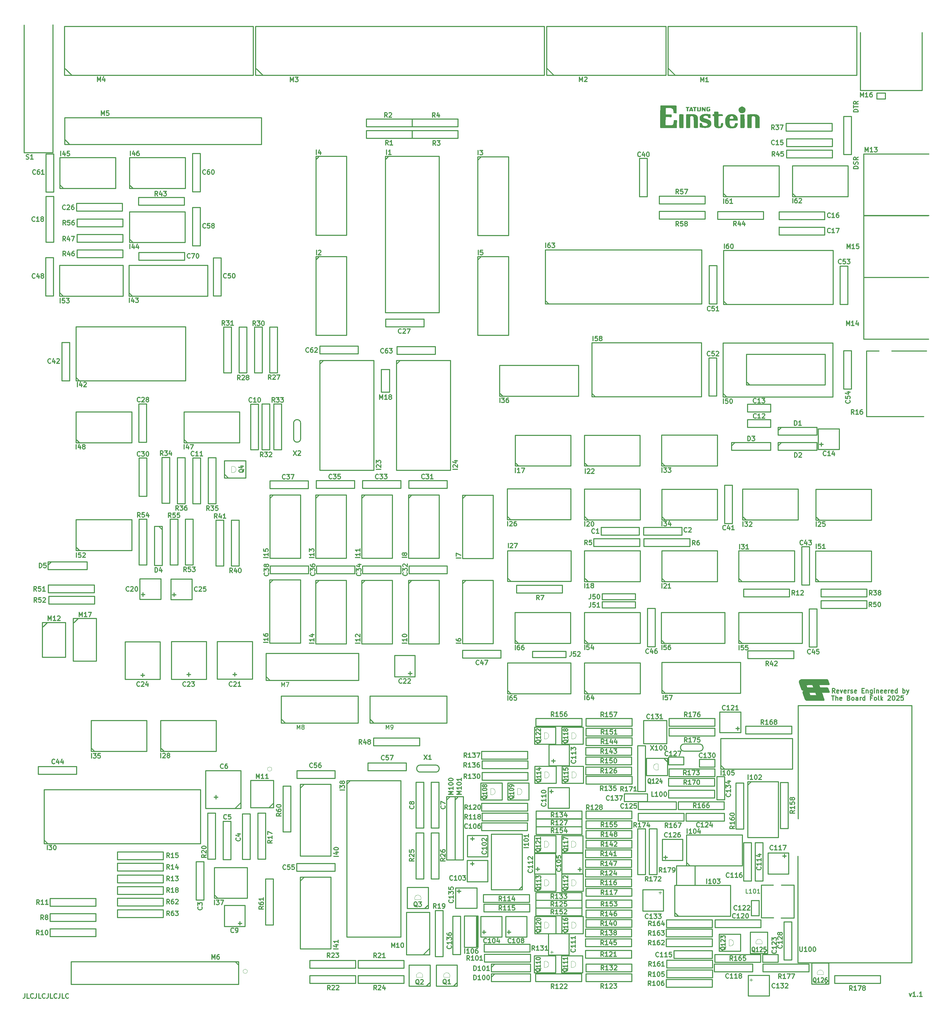
<source format=gbr>
%TF.GenerationSoftware,KiCad,Pcbnew,9.0.6*%
%TF.CreationDate,2025-11-01T23:52:33+00:00*%
%TF.ProjectId,EinsteinTC01,45696e73-7465-4696-9e54-4330312e6b69,rev?*%
%TF.SameCoordinates,Original*%
%TF.FileFunction,Legend,Top*%
%TF.FilePolarity,Positive*%
%FSLAX46Y46*%
G04 Gerber Fmt 4.6, Leading zero omitted, Abs format (unit mm)*
G04 Created by KiCad (PCBNEW 9.0.6) date 2025-11-01 23:52:33*
%MOMM*%
%LPD*%
G01*
G04 APERTURE LIST*
%ADD10C,0.300000*%
%ADD11C,0.280000*%
%ADD12C,0.200000*%
%ADD13C,0.100000*%
%ADD14C,0.120000*%
%ADD15C,0.000000*%
G04 APERTURE END LIST*
D10*
X237090000Y-311930000D02*
X241000000Y-311930000D01*
X241000000Y-322190000D01*
X237090000Y-322190000D01*
X237090000Y-311930000D01*
X163420000Y-274640000D02*
X161600000Y-276460000D01*
X105460000Y-56230000D02*
X107090000Y-57860000D01*
X109960000Y-213940000D02*
X108320000Y-215580000D01*
X108320000Y-213930000D02*
X115940000Y-213930000D01*
X115940000Y-227970000D01*
X108320000Y-227970000D01*
X108320000Y-213930000D01*
X237090000Y-311930000D02*
X241570000Y-311930000D01*
X241570000Y-322190000D01*
X237090000Y-322190000D01*
X237090000Y-311930000D01*
X264120000Y-19060000D02*
X303420000Y-19060000D01*
X303420000Y-35090000D01*
X264120000Y-35090000D01*
X264120000Y-19060000D01*
X166700000Y-267270000D02*
X174260000Y-267270000D01*
X174260000Y-276270000D01*
X166700000Y-276270000D01*
X166700000Y-267270000D01*
X296070000Y-247540000D02*
X303730000Y-247540000D01*
X303730000Y-255210000D01*
X296070000Y-255210000D01*
X296070000Y-247540000D01*
X264130000Y-32750000D02*
X266460000Y-35080000D01*
X306910000Y-295400000D02*
X313040000Y-295400000D01*
X313040000Y-301800000D01*
X306910000Y-301800000D01*
X306910000Y-295400000D01*
X225600000Y-322580000D02*
X223490000Y-324690000D01*
X98140000Y-215260000D02*
X105760000Y-215260000D01*
X105760000Y-226730000D01*
X98140000Y-226730000D01*
X98140000Y-215260000D01*
X218040000Y-310690000D02*
X225600000Y-310690000D01*
X225600000Y-324690000D01*
X218040000Y-324690000D01*
X218040000Y-310690000D01*
X172730000Y-276240000D02*
X174260000Y-274710000D01*
X168330000Y-32750000D02*
X170660000Y-35080000D01*
X99780000Y-215270000D02*
X98140000Y-216910000D01*
X304090000Y-32750000D02*
X306420000Y-35080000D01*
X237090000Y-311930000D02*
X241290000Y-311930000D01*
X241290000Y-322190000D01*
X237090000Y-322190000D01*
X237090000Y-311930000D01*
X168320000Y-19060000D02*
X263420000Y-19060000D01*
X263420000Y-35090000D01*
X168320000Y-35090000D01*
X168320000Y-19060000D01*
X105460000Y-49060000D02*
X170250000Y-49060000D01*
X170250000Y-57860000D01*
X105460000Y-57860000D01*
X105460000Y-49060000D01*
X105410000Y-32750000D02*
X107740000Y-35080000D01*
X304080000Y-19060000D02*
X366240000Y-19060000D01*
X366240000Y-35090000D01*
X304080000Y-35090000D01*
X304080000Y-19060000D01*
X209670000Y-131940000D02*
X212420000Y-131940000D01*
X212420000Y-139460000D01*
X209670000Y-139460000D01*
X209670000Y-131940000D01*
X105400000Y-19060000D02*
X167560000Y-19060000D01*
X167560000Y-35090000D01*
X105400000Y-35090000D01*
X105400000Y-19060000D01*
X366650828Y-65845489D02*
X365150828Y-65845489D01*
X365150828Y-65845489D02*
X365150828Y-65488346D01*
X365150828Y-65488346D02*
X365222257Y-65274060D01*
X365222257Y-65274060D02*
X365365114Y-65131203D01*
X365365114Y-65131203D02*
X365507971Y-65059774D01*
X365507971Y-65059774D02*
X365793685Y-64988346D01*
X365793685Y-64988346D02*
X366007971Y-64988346D01*
X366007971Y-64988346D02*
X366293685Y-65059774D01*
X366293685Y-65059774D02*
X366436542Y-65131203D01*
X366436542Y-65131203D02*
X366579400Y-65274060D01*
X366579400Y-65274060D02*
X366650828Y-65488346D01*
X366650828Y-65488346D02*
X366650828Y-65845489D01*
X366579400Y-64416917D02*
X366650828Y-64202632D01*
X366650828Y-64202632D02*
X366650828Y-63845489D01*
X366650828Y-63845489D02*
X366579400Y-63702632D01*
X366579400Y-63702632D02*
X366507971Y-63631203D01*
X366507971Y-63631203D02*
X366365114Y-63559774D01*
X366365114Y-63559774D02*
X366222257Y-63559774D01*
X366222257Y-63559774D02*
X366079400Y-63631203D01*
X366079400Y-63631203D02*
X366007971Y-63702632D01*
X366007971Y-63702632D02*
X365936542Y-63845489D01*
X365936542Y-63845489D02*
X365865114Y-64131203D01*
X365865114Y-64131203D02*
X365793685Y-64274060D01*
X365793685Y-64274060D02*
X365722257Y-64345489D01*
X365722257Y-64345489D02*
X365579400Y-64416917D01*
X365579400Y-64416917D02*
X365436542Y-64416917D01*
X365436542Y-64416917D02*
X365293685Y-64345489D01*
X365293685Y-64345489D02*
X365222257Y-64274060D01*
X365222257Y-64274060D02*
X365150828Y-64131203D01*
X365150828Y-64131203D02*
X365150828Y-63774060D01*
X365150828Y-63774060D02*
X365222257Y-63559774D01*
X366650828Y-62059775D02*
X365936542Y-62559775D01*
X366650828Y-62916918D02*
X365150828Y-62916918D01*
X365150828Y-62916918D02*
X365150828Y-62345489D01*
X365150828Y-62345489D02*
X365222257Y-62202632D01*
X365222257Y-62202632D02*
X365293685Y-62131203D01*
X365293685Y-62131203D02*
X365436542Y-62059775D01*
X365436542Y-62059775D02*
X365650828Y-62059775D01*
X365650828Y-62059775D02*
X365793685Y-62131203D01*
X365793685Y-62131203D02*
X365865114Y-62202632D01*
X365865114Y-62202632D02*
X365936542Y-62345489D01*
X365936542Y-62345489D02*
X365936542Y-62916918D01*
X92333082Y-337450828D02*
X92333082Y-338522257D01*
X92333082Y-338522257D02*
X92261653Y-338736542D01*
X92261653Y-338736542D02*
X92118796Y-338879400D01*
X92118796Y-338879400D02*
X91904510Y-338950828D01*
X91904510Y-338950828D02*
X91761653Y-338950828D01*
X93761653Y-338950828D02*
X93047367Y-338950828D01*
X93047367Y-338950828D02*
X93047367Y-337450828D01*
X95118796Y-338807971D02*
X95047368Y-338879400D01*
X95047368Y-338879400D02*
X94833082Y-338950828D01*
X94833082Y-338950828D02*
X94690225Y-338950828D01*
X94690225Y-338950828D02*
X94475939Y-338879400D01*
X94475939Y-338879400D02*
X94333082Y-338736542D01*
X94333082Y-338736542D02*
X94261653Y-338593685D01*
X94261653Y-338593685D02*
X94190225Y-338307971D01*
X94190225Y-338307971D02*
X94190225Y-338093685D01*
X94190225Y-338093685D02*
X94261653Y-337807971D01*
X94261653Y-337807971D02*
X94333082Y-337665114D01*
X94333082Y-337665114D02*
X94475939Y-337522257D01*
X94475939Y-337522257D02*
X94690225Y-337450828D01*
X94690225Y-337450828D02*
X94833082Y-337450828D01*
X94833082Y-337450828D02*
X95047368Y-337522257D01*
X95047368Y-337522257D02*
X95118796Y-337593685D01*
X96190225Y-337450828D02*
X96190225Y-338522257D01*
X96190225Y-338522257D02*
X96118796Y-338736542D01*
X96118796Y-338736542D02*
X95975939Y-338879400D01*
X95975939Y-338879400D02*
X95761653Y-338950828D01*
X95761653Y-338950828D02*
X95618796Y-338950828D01*
X97618796Y-338950828D02*
X96904510Y-338950828D01*
X96904510Y-338950828D02*
X96904510Y-337450828D01*
X98975939Y-338807971D02*
X98904511Y-338879400D01*
X98904511Y-338879400D02*
X98690225Y-338950828D01*
X98690225Y-338950828D02*
X98547368Y-338950828D01*
X98547368Y-338950828D02*
X98333082Y-338879400D01*
X98333082Y-338879400D02*
X98190225Y-338736542D01*
X98190225Y-338736542D02*
X98118796Y-338593685D01*
X98118796Y-338593685D02*
X98047368Y-338307971D01*
X98047368Y-338307971D02*
X98047368Y-338093685D01*
X98047368Y-338093685D02*
X98118796Y-337807971D01*
X98118796Y-337807971D02*
X98190225Y-337665114D01*
X98190225Y-337665114D02*
X98333082Y-337522257D01*
X98333082Y-337522257D02*
X98547368Y-337450828D01*
X98547368Y-337450828D02*
X98690225Y-337450828D01*
X98690225Y-337450828D02*
X98904511Y-337522257D01*
X98904511Y-337522257D02*
X98975939Y-337593685D01*
X100047368Y-337450828D02*
X100047368Y-338522257D01*
X100047368Y-338522257D02*
X99975939Y-338736542D01*
X99975939Y-338736542D02*
X99833082Y-338879400D01*
X99833082Y-338879400D02*
X99618796Y-338950828D01*
X99618796Y-338950828D02*
X99475939Y-338950828D01*
X101475939Y-338950828D02*
X100761653Y-338950828D01*
X100761653Y-338950828D02*
X100761653Y-337450828D01*
X102833082Y-338807971D02*
X102761654Y-338879400D01*
X102761654Y-338879400D02*
X102547368Y-338950828D01*
X102547368Y-338950828D02*
X102404511Y-338950828D01*
X102404511Y-338950828D02*
X102190225Y-338879400D01*
X102190225Y-338879400D02*
X102047368Y-338736542D01*
X102047368Y-338736542D02*
X101975939Y-338593685D01*
X101975939Y-338593685D02*
X101904511Y-338307971D01*
X101904511Y-338307971D02*
X101904511Y-338093685D01*
X101904511Y-338093685D02*
X101975939Y-337807971D01*
X101975939Y-337807971D02*
X102047368Y-337665114D01*
X102047368Y-337665114D02*
X102190225Y-337522257D01*
X102190225Y-337522257D02*
X102404511Y-337450828D01*
X102404511Y-337450828D02*
X102547368Y-337450828D01*
X102547368Y-337450828D02*
X102761654Y-337522257D01*
X102761654Y-337522257D02*
X102833082Y-337593685D01*
X103904511Y-337450828D02*
X103904511Y-338522257D01*
X103904511Y-338522257D02*
X103833082Y-338736542D01*
X103833082Y-338736542D02*
X103690225Y-338879400D01*
X103690225Y-338879400D02*
X103475939Y-338950828D01*
X103475939Y-338950828D02*
X103333082Y-338950828D01*
X105333082Y-338950828D02*
X104618796Y-338950828D01*
X104618796Y-338950828D02*
X104618796Y-337450828D01*
X106690225Y-338807971D02*
X106618797Y-338879400D01*
X106618797Y-338879400D02*
X106404511Y-338950828D01*
X106404511Y-338950828D02*
X106261654Y-338950828D01*
X106261654Y-338950828D02*
X106047368Y-338879400D01*
X106047368Y-338879400D02*
X105904511Y-338736542D01*
X105904511Y-338736542D02*
X105833082Y-338593685D01*
X105833082Y-338593685D02*
X105761654Y-338307971D01*
X105761654Y-338307971D02*
X105761654Y-338093685D01*
X105761654Y-338093685D02*
X105833082Y-337807971D01*
X105833082Y-337807971D02*
X105904511Y-337665114D01*
X105904511Y-337665114D02*
X106047368Y-337522257D01*
X106047368Y-337522257D02*
X106261654Y-337450828D01*
X106261654Y-337450828D02*
X106404511Y-337450828D01*
X106404511Y-337450828D02*
X106618797Y-337522257D01*
X106618797Y-337522257D02*
X106690225Y-337593685D01*
X366650828Y-47170489D02*
X365150828Y-47170489D01*
X365150828Y-47170489D02*
X365150828Y-46813346D01*
X365150828Y-46813346D02*
X365222257Y-46599060D01*
X365222257Y-46599060D02*
X365365114Y-46456203D01*
X365365114Y-46456203D02*
X365507971Y-46384774D01*
X365507971Y-46384774D02*
X365793685Y-46313346D01*
X365793685Y-46313346D02*
X366007971Y-46313346D01*
X366007971Y-46313346D02*
X366293685Y-46384774D01*
X366293685Y-46384774D02*
X366436542Y-46456203D01*
X366436542Y-46456203D02*
X366579400Y-46599060D01*
X366579400Y-46599060D02*
X366650828Y-46813346D01*
X366650828Y-46813346D02*
X366650828Y-47170489D01*
X365150828Y-45884774D02*
X365150828Y-45027632D01*
X366650828Y-45456203D02*
X365150828Y-45456203D01*
X366650828Y-43670489D02*
X365936542Y-44170489D01*
X366650828Y-44527632D02*
X365150828Y-44527632D01*
X365150828Y-44527632D02*
X365150828Y-43956203D01*
X365150828Y-43956203D02*
X365222257Y-43813346D01*
X365222257Y-43813346D02*
X365293685Y-43741917D01*
X365293685Y-43741917D02*
X365436542Y-43670489D01*
X365436542Y-43670489D02*
X365650828Y-43670489D01*
X365650828Y-43670489D02*
X365793685Y-43741917D01*
X365793685Y-43741917D02*
X365865114Y-43813346D01*
X365865114Y-43813346D02*
X365936542Y-43956203D01*
X365936542Y-43956203D02*
X365936542Y-44527632D01*
X383532632Y-337375828D02*
X383889775Y-338375828D01*
X383889775Y-338375828D02*
X384246918Y-337375828D01*
X385604061Y-338375828D02*
X384746918Y-338375828D01*
X385175489Y-338375828D02*
X385175489Y-336875828D01*
X385175489Y-336875828D02*
X385032632Y-337090114D01*
X385032632Y-337090114D02*
X384889775Y-337232971D01*
X384889775Y-337232971D02*
X384746918Y-337304400D01*
X386246917Y-338232971D02*
X386318346Y-338304400D01*
X386318346Y-338304400D02*
X386246917Y-338375828D01*
X386246917Y-338375828D02*
X386175489Y-338304400D01*
X386175489Y-338304400D02*
X386246917Y-338232971D01*
X386246917Y-338232971D02*
X386246917Y-338375828D01*
X387746918Y-338375828D02*
X386889775Y-338375828D01*
X387318346Y-338375828D02*
X387318346Y-336875828D01*
X387318346Y-336875828D02*
X387175489Y-337090114D01*
X387175489Y-337090114D02*
X387032632Y-337232971D01*
X387032632Y-337232971D02*
X386889775Y-337304400D01*
X359051653Y-238475912D02*
X358551653Y-237761626D01*
X358194510Y-238475912D02*
X358194510Y-236975912D01*
X358194510Y-236975912D02*
X358765939Y-236975912D01*
X358765939Y-236975912D02*
X358908796Y-237047341D01*
X358908796Y-237047341D02*
X358980225Y-237118769D01*
X358980225Y-237118769D02*
X359051653Y-237261626D01*
X359051653Y-237261626D02*
X359051653Y-237475912D01*
X359051653Y-237475912D02*
X358980225Y-237618769D01*
X358980225Y-237618769D02*
X358908796Y-237690198D01*
X358908796Y-237690198D02*
X358765939Y-237761626D01*
X358765939Y-237761626D02*
X358194510Y-237761626D01*
X360265939Y-238404484D02*
X360123082Y-238475912D01*
X360123082Y-238475912D02*
X359837368Y-238475912D01*
X359837368Y-238475912D02*
X359694510Y-238404484D01*
X359694510Y-238404484D02*
X359623082Y-238261626D01*
X359623082Y-238261626D02*
X359623082Y-237690198D01*
X359623082Y-237690198D02*
X359694510Y-237547341D01*
X359694510Y-237547341D02*
X359837368Y-237475912D01*
X359837368Y-237475912D02*
X360123082Y-237475912D01*
X360123082Y-237475912D02*
X360265939Y-237547341D01*
X360265939Y-237547341D02*
X360337368Y-237690198D01*
X360337368Y-237690198D02*
X360337368Y-237833055D01*
X360337368Y-237833055D02*
X359623082Y-237975912D01*
X360837367Y-237475912D02*
X361194510Y-238475912D01*
X361194510Y-238475912D02*
X361551653Y-237475912D01*
X362694510Y-238404484D02*
X362551653Y-238475912D01*
X362551653Y-238475912D02*
X362265939Y-238475912D01*
X362265939Y-238475912D02*
X362123081Y-238404484D01*
X362123081Y-238404484D02*
X362051653Y-238261626D01*
X362051653Y-238261626D02*
X362051653Y-237690198D01*
X362051653Y-237690198D02*
X362123081Y-237547341D01*
X362123081Y-237547341D02*
X362265939Y-237475912D01*
X362265939Y-237475912D02*
X362551653Y-237475912D01*
X362551653Y-237475912D02*
X362694510Y-237547341D01*
X362694510Y-237547341D02*
X362765939Y-237690198D01*
X362765939Y-237690198D02*
X362765939Y-237833055D01*
X362765939Y-237833055D02*
X362051653Y-237975912D01*
X363408795Y-238475912D02*
X363408795Y-237475912D01*
X363408795Y-237761626D02*
X363480224Y-237618769D01*
X363480224Y-237618769D02*
X363551653Y-237547341D01*
X363551653Y-237547341D02*
X363694510Y-237475912D01*
X363694510Y-237475912D02*
X363837367Y-237475912D01*
X364265938Y-238404484D02*
X364408795Y-238475912D01*
X364408795Y-238475912D02*
X364694509Y-238475912D01*
X364694509Y-238475912D02*
X364837366Y-238404484D01*
X364837366Y-238404484D02*
X364908795Y-238261626D01*
X364908795Y-238261626D02*
X364908795Y-238190198D01*
X364908795Y-238190198D02*
X364837366Y-238047341D01*
X364837366Y-238047341D02*
X364694509Y-237975912D01*
X364694509Y-237975912D02*
X364480224Y-237975912D01*
X364480224Y-237975912D02*
X364337366Y-237904484D01*
X364337366Y-237904484D02*
X364265938Y-237761626D01*
X364265938Y-237761626D02*
X364265938Y-237690198D01*
X364265938Y-237690198D02*
X364337366Y-237547341D01*
X364337366Y-237547341D02*
X364480224Y-237475912D01*
X364480224Y-237475912D02*
X364694509Y-237475912D01*
X364694509Y-237475912D02*
X364837366Y-237547341D01*
X366123081Y-238404484D02*
X365980224Y-238475912D01*
X365980224Y-238475912D02*
X365694510Y-238475912D01*
X365694510Y-238475912D02*
X365551652Y-238404484D01*
X365551652Y-238404484D02*
X365480224Y-238261626D01*
X365480224Y-238261626D02*
X365480224Y-237690198D01*
X365480224Y-237690198D02*
X365551652Y-237547341D01*
X365551652Y-237547341D02*
X365694510Y-237475912D01*
X365694510Y-237475912D02*
X365980224Y-237475912D01*
X365980224Y-237475912D02*
X366123081Y-237547341D01*
X366123081Y-237547341D02*
X366194510Y-237690198D01*
X366194510Y-237690198D02*
X366194510Y-237833055D01*
X366194510Y-237833055D02*
X365480224Y-237975912D01*
X367980223Y-237690198D02*
X368480223Y-237690198D01*
X368694509Y-238475912D02*
X367980223Y-238475912D01*
X367980223Y-238475912D02*
X367980223Y-236975912D01*
X367980223Y-236975912D02*
X368694509Y-236975912D01*
X369337366Y-237475912D02*
X369337366Y-238475912D01*
X369337366Y-237618769D02*
X369408795Y-237547341D01*
X369408795Y-237547341D02*
X369551652Y-237475912D01*
X369551652Y-237475912D02*
X369765938Y-237475912D01*
X369765938Y-237475912D02*
X369908795Y-237547341D01*
X369908795Y-237547341D02*
X369980224Y-237690198D01*
X369980224Y-237690198D02*
X369980224Y-238475912D01*
X371337367Y-237475912D02*
X371337367Y-238690198D01*
X371337367Y-238690198D02*
X371265938Y-238833055D01*
X371265938Y-238833055D02*
X371194509Y-238904484D01*
X371194509Y-238904484D02*
X371051652Y-238975912D01*
X371051652Y-238975912D02*
X370837367Y-238975912D01*
X370837367Y-238975912D02*
X370694509Y-238904484D01*
X371337367Y-238404484D02*
X371194509Y-238475912D01*
X371194509Y-238475912D02*
X370908795Y-238475912D01*
X370908795Y-238475912D02*
X370765938Y-238404484D01*
X370765938Y-238404484D02*
X370694509Y-238333055D01*
X370694509Y-238333055D02*
X370623081Y-238190198D01*
X370623081Y-238190198D02*
X370623081Y-237761626D01*
X370623081Y-237761626D02*
X370694509Y-237618769D01*
X370694509Y-237618769D02*
X370765938Y-237547341D01*
X370765938Y-237547341D02*
X370908795Y-237475912D01*
X370908795Y-237475912D02*
X371194509Y-237475912D01*
X371194509Y-237475912D02*
X371337367Y-237547341D01*
X372051652Y-238475912D02*
X372051652Y-237475912D01*
X372051652Y-236975912D02*
X371980224Y-237047341D01*
X371980224Y-237047341D02*
X372051652Y-237118769D01*
X372051652Y-237118769D02*
X372123081Y-237047341D01*
X372123081Y-237047341D02*
X372051652Y-236975912D01*
X372051652Y-236975912D02*
X372051652Y-237118769D01*
X372765938Y-237475912D02*
X372765938Y-238475912D01*
X372765938Y-237618769D02*
X372837367Y-237547341D01*
X372837367Y-237547341D02*
X372980224Y-237475912D01*
X372980224Y-237475912D02*
X373194510Y-237475912D01*
X373194510Y-237475912D02*
X373337367Y-237547341D01*
X373337367Y-237547341D02*
X373408796Y-237690198D01*
X373408796Y-237690198D02*
X373408796Y-238475912D01*
X374694510Y-238404484D02*
X374551653Y-238475912D01*
X374551653Y-238475912D02*
X374265939Y-238475912D01*
X374265939Y-238475912D02*
X374123081Y-238404484D01*
X374123081Y-238404484D02*
X374051653Y-238261626D01*
X374051653Y-238261626D02*
X374051653Y-237690198D01*
X374051653Y-237690198D02*
X374123081Y-237547341D01*
X374123081Y-237547341D02*
X374265939Y-237475912D01*
X374265939Y-237475912D02*
X374551653Y-237475912D01*
X374551653Y-237475912D02*
X374694510Y-237547341D01*
X374694510Y-237547341D02*
X374765939Y-237690198D01*
X374765939Y-237690198D02*
X374765939Y-237833055D01*
X374765939Y-237833055D02*
X374051653Y-237975912D01*
X375980224Y-238404484D02*
X375837367Y-238475912D01*
X375837367Y-238475912D02*
X375551653Y-238475912D01*
X375551653Y-238475912D02*
X375408795Y-238404484D01*
X375408795Y-238404484D02*
X375337367Y-238261626D01*
X375337367Y-238261626D02*
X375337367Y-237690198D01*
X375337367Y-237690198D02*
X375408795Y-237547341D01*
X375408795Y-237547341D02*
X375551653Y-237475912D01*
X375551653Y-237475912D02*
X375837367Y-237475912D01*
X375837367Y-237475912D02*
X375980224Y-237547341D01*
X375980224Y-237547341D02*
X376051653Y-237690198D01*
X376051653Y-237690198D02*
X376051653Y-237833055D01*
X376051653Y-237833055D02*
X375337367Y-237975912D01*
X376694509Y-238475912D02*
X376694509Y-237475912D01*
X376694509Y-237761626D02*
X376765938Y-237618769D01*
X376765938Y-237618769D02*
X376837367Y-237547341D01*
X376837367Y-237547341D02*
X376980224Y-237475912D01*
X376980224Y-237475912D02*
X377123081Y-237475912D01*
X378194509Y-238404484D02*
X378051652Y-238475912D01*
X378051652Y-238475912D02*
X377765938Y-238475912D01*
X377765938Y-238475912D02*
X377623080Y-238404484D01*
X377623080Y-238404484D02*
X377551652Y-238261626D01*
X377551652Y-238261626D02*
X377551652Y-237690198D01*
X377551652Y-237690198D02*
X377623080Y-237547341D01*
X377623080Y-237547341D02*
X377765938Y-237475912D01*
X377765938Y-237475912D02*
X378051652Y-237475912D01*
X378051652Y-237475912D02*
X378194509Y-237547341D01*
X378194509Y-237547341D02*
X378265938Y-237690198D01*
X378265938Y-237690198D02*
X378265938Y-237833055D01*
X378265938Y-237833055D02*
X377551652Y-237975912D01*
X379551652Y-238475912D02*
X379551652Y-236975912D01*
X379551652Y-238404484D02*
X379408794Y-238475912D01*
X379408794Y-238475912D02*
X379123080Y-238475912D01*
X379123080Y-238475912D02*
X378980223Y-238404484D01*
X378980223Y-238404484D02*
X378908794Y-238333055D01*
X378908794Y-238333055D02*
X378837366Y-238190198D01*
X378837366Y-238190198D02*
X378837366Y-237761626D01*
X378837366Y-237761626D02*
X378908794Y-237618769D01*
X378908794Y-237618769D02*
X378980223Y-237547341D01*
X378980223Y-237547341D02*
X379123080Y-237475912D01*
X379123080Y-237475912D02*
X379408794Y-237475912D01*
X379408794Y-237475912D02*
X379551652Y-237547341D01*
X381408794Y-238475912D02*
X381408794Y-236975912D01*
X381408794Y-237547341D02*
X381551652Y-237475912D01*
X381551652Y-237475912D02*
X381837366Y-237475912D01*
X381837366Y-237475912D02*
X381980223Y-237547341D01*
X381980223Y-237547341D02*
X382051652Y-237618769D01*
X382051652Y-237618769D02*
X382123080Y-237761626D01*
X382123080Y-237761626D02*
X382123080Y-238190198D01*
X382123080Y-238190198D02*
X382051652Y-238333055D01*
X382051652Y-238333055D02*
X381980223Y-238404484D01*
X381980223Y-238404484D02*
X381837366Y-238475912D01*
X381837366Y-238475912D02*
X381551652Y-238475912D01*
X381551652Y-238475912D02*
X381408794Y-238404484D01*
X382623080Y-237475912D02*
X382980223Y-238475912D01*
X383337366Y-237475912D02*
X382980223Y-238475912D01*
X382980223Y-238475912D02*
X382837366Y-238833055D01*
X382837366Y-238833055D02*
X382765937Y-238904484D01*
X382765937Y-238904484D02*
X382623080Y-238975912D01*
X357980225Y-239390828D02*
X358837368Y-239390828D01*
X358408796Y-240890828D02*
X358408796Y-239390828D01*
X359337367Y-240890828D02*
X359337367Y-239390828D01*
X359980225Y-240890828D02*
X359980225Y-240105114D01*
X359980225Y-240105114D02*
X359908796Y-239962257D01*
X359908796Y-239962257D02*
X359765939Y-239890828D01*
X359765939Y-239890828D02*
X359551653Y-239890828D01*
X359551653Y-239890828D02*
X359408796Y-239962257D01*
X359408796Y-239962257D02*
X359337367Y-240033685D01*
X361265939Y-240819400D02*
X361123082Y-240890828D01*
X361123082Y-240890828D02*
X360837368Y-240890828D01*
X360837368Y-240890828D02*
X360694510Y-240819400D01*
X360694510Y-240819400D02*
X360623082Y-240676542D01*
X360623082Y-240676542D02*
X360623082Y-240105114D01*
X360623082Y-240105114D02*
X360694510Y-239962257D01*
X360694510Y-239962257D02*
X360837368Y-239890828D01*
X360837368Y-239890828D02*
X361123082Y-239890828D01*
X361123082Y-239890828D02*
X361265939Y-239962257D01*
X361265939Y-239962257D02*
X361337368Y-240105114D01*
X361337368Y-240105114D02*
X361337368Y-240247971D01*
X361337368Y-240247971D02*
X360623082Y-240390828D01*
X363623081Y-240105114D02*
X363837367Y-240176542D01*
X363837367Y-240176542D02*
X363908796Y-240247971D01*
X363908796Y-240247971D02*
X363980224Y-240390828D01*
X363980224Y-240390828D02*
X363980224Y-240605114D01*
X363980224Y-240605114D02*
X363908796Y-240747971D01*
X363908796Y-240747971D02*
X363837367Y-240819400D01*
X363837367Y-240819400D02*
X363694510Y-240890828D01*
X363694510Y-240890828D02*
X363123081Y-240890828D01*
X363123081Y-240890828D02*
X363123081Y-239390828D01*
X363123081Y-239390828D02*
X363623081Y-239390828D01*
X363623081Y-239390828D02*
X363765939Y-239462257D01*
X363765939Y-239462257D02*
X363837367Y-239533685D01*
X363837367Y-239533685D02*
X363908796Y-239676542D01*
X363908796Y-239676542D02*
X363908796Y-239819400D01*
X363908796Y-239819400D02*
X363837367Y-239962257D01*
X363837367Y-239962257D02*
X363765939Y-240033685D01*
X363765939Y-240033685D02*
X363623081Y-240105114D01*
X363623081Y-240105114D02*
X363123081Y-240105114D01*
X364837367Y-240890828D02*
X364694510Y-240819400D01*
X364694510Y-240819400D02*
X364623081Y-240747971D01*
X364623081Y-240747971D02*
X364551653Y-240605114D01*
X364551653Y-240605114D02*
X364551653Y-240176542D01*
X364551653Y-240176542D02*
X364623081Y-240033685D01*
X364623081Y-240033685D02*
X364694510Y-239962257D01*
X364694510Y-239962257D02*
X364837367Y-239890828D01*
X364837367Y-239890828D02*
X365051653Y-239890828D01*
X365051653Y-239890828D02*
X365194510Y-239962257D01*
X365194510Y-239962257D02*
X365265939Y-240033685D01*
X365265939Y-240033685D02*
X365337367Y-240176542D01*
X365337367Y-240176542D02*
X365337367Y-240605114D01*
X365337367Y-240605114D02*
X365265939Y-240747971D01*
X365265939Y-240747971D02*
X365194510Y-240819400D01*
X365194510Y-240819400D02*
X365051653Y-240890828D01*
X365051653Y-240890828D02*
X364837367Y-240890828D01*
X366623082Y-240890828D02*
X366623082Y-240105114D01*
X366623082Y-240105114D02*
X366551653Y-239962257D01*
X366551653Y-239962257D02*
X366408796Y-239890828D01*
X366408796Y-239890828D02*
X366123082Y-239890828D01*
X366123082Y-239890828D02*
X365980224Y-239962257D01*
X366623082Y-240819400D02*
X366480224Y-240890828D01*
X366480224Y-240890828D02*
X366123082Y-240890828D01*
X366123082Y-240890828D02*
X365980224Y-240819400D01*
X365980224Y-240819400D02*
X365908796Y-240676542D01*
X365908796Y-240676542D02*
X365908796Y-240533685D01*
X365908796Y-240533685D02*
X365980224Y-240390828D01*
X365980224Y-240390828D02*
X366123082Y-240319400D01*
X366123082Y-240319400D02*
X366480224Y-240319400D01*
X366480224Y-240319400D02*
X366623082Y-240247971D01*
X367337367Y-240890828D02*
X367337367Y-239890828D01*
X367337367Y-240176542D02*
X367408796Y-240033685D01*
X367408796Y-240033685D02*
X367480225Y-239962257D01*
X367480225Y-239962257D02*
X367623082Y-239890828D01*
X367623082Y-239890828D02*
X367765939Y-239890828D01*
X368908796Y-240890828D02*
X368908796Y-239390828D01*
X368908796Y-240819400D02*
X368765938Y-240890828D01*
X368765938Y-240890828D02*
X368480224Y-240890828D01*
X368480224Y-240890828D02*
X368337367Y-240819400D01*
X368337367Y-240819400D02*
X368265938Y-240747971D01*
X368265938Y-240747971D02*
X368194510Y-240605114D01*
X368194510Y-240605114D02*
X368194510Y-240176542D01*
X368194510Y-240176542D02*
X368265938Y-240033685D01*
X368265938Y-240033685D02*
X368337367Y-239962257D01*
X368337367Y-239962257D02*
X368480224Y-239890828D01*
X368480224Y-239890828D02*
X368765938Y-239890828D01*
X368765938Y-239890828D02*
X368908796Y-239962257D01*
X371265938Y-240105114D02*
X370765938Y-240105114D01*
X370765938Y-240890828D02*
X370765938Y-239390828D01*
X370765938Y-239390828D02*
X371480224Y-239390828D01*
X372265938Y-240890828D02*
X372123081Y-240819400D01*
X372123081Y-240819400D02*
X372051652Y-240747971D01*
X372051652Y-240747971D02*
X371980224Y-240605114D01*
X371980224Y-240605114D02*
X371980224Y-240176542D01*
X371980224Y-240176542D02*
X372051652Y-240033685D01*
X372051652Y-240033685D02*
X372123081Y-239962257D01*
X372123081Y-239962257D02*
X372265938Y-239890828D01*
X372265938Y-239890828D02*
X372480224Y-239890828D01*
X372480224Y-239890828D02*
X372623081Y-239962257D01*
X372623081Y-239962257D02*
X372694510Y-240033685D01*
X372694510Y-240033685D02*
X372765938Y-240176542D01*
X372765938Y-240176542D02*
X372765938Y-240605114D01*
X372765938Y-240605114D02*
X372694510Y-240747971D01*
X372694510Y-240747971D02*
X372623081Y-240819400D01*
X372623081Y-240819400D02*
X372480224Y-240890828D01*
X372480224Y-240890828D02*
X372265938Y-240890828D01*
X373623081Y-240890828D02*
X373480224Y-240819400D01*
X373480224Y-240819400D02*
X373408795Y-240676542D01*
X373408795Y-240676542D02*
X373408795Y-239390828D01*
X374194509Y-240890828D02*
X374194509Y-239390828D01*
X374337367Y-240319400D02*
X374765938Y-240890828D01*
X374765938Y-239890828D02*
X374194509Y-240462257D01*
X376480224Y-239533685D02*
X376551652Y-239462257D01*
X376551652Y-239462257D02*
X376694510Y-239390828D01*
X376694510Y-239390828D02*
X377051652Y-239390828D01*
X377051652Y-239390828D02*
X377194510Y-239462257D01*
X377194510Y-239462257D02*
X377265938Y-239533685D01*
X377265938Y-239533685D02*
X377337367Y-239676542D01*
X377337367Y-239676542D02*
X377337367Y-239819400D01*
X377337367Y-239819400D02*
X377265938Y-240033685D01*
X377265938Y-240033685D02*
X376408795Y-240890828D01*
X376408795Y-240890828D02*
X377337367Y-240890828D01*
X378265938Y-239390828D02*
X378408795Y-239390828D01*
X378408795Y-239390828D02*
X378551652Y-239462257D01*
X378551652Y-239462257D02*
X378623081Y-239533685D01*
X378623081Y-239533685D02*
X378694509Y-239676542D01*
X378694509Y-239676542D02*
X378765938Y-239962257D01*
X378765938Y-239962257D02*
X378765938Y-240319400D01*
X378765938Y-240319400D02*
X378694509Y-240605114D01*
X378694509Y-240605114D02*
X378623081Y-240747971D01*
X378623081Y-240747971D02*
X378551652Y-240819400D01*
X378551652Y-240819400D02*
X378408795Y-240890828D01*
X378408795Y-240890828D02*
X378265938Y-240890828D01*
X378265938Y-240890828D02*
X378123081Y-240819400D01*
X378123081Y-240819400D02*
X378051652Y-240747971D01*
X378051652Y-240747971D02*
X377980223Y-240605114D01*
X377980223Y-240605114D02*
X377908795Y-240319400D01*
X377908795Y-240319400D02*
X377908795Y-239962257D01*
X377908795Y-239962257D02*
X377980223Y-239676542D01*
X377980223Y-239676542D02*
X378051652Y-239533685D01*
X378051652Y-239533685D02*
X378123081Y-239462257D01*
X378123081Y-239462257D02*
X378265938Y-239390828D01*
X379337366Y-239533685D02*
X379408794Y-239462257D01*
X379408794Y-239462257D02*
X379551652Y-239390828D01*
X379551652Y-239390828D02*
X379908794Y-239390828D01*
X379908794Y-239390828D02*
X380051652Y-239462257D01*
X380051652Y-239462257D02*
X380123080Y-239533685D01*
X380123080Y-239533685D02*
X380194509Y-239676542D01*
X380194509Y-239676542D02*
X380194509Y-239819400D01*
X380194509Y-239819400D02*
X380123080Y-240033685D01*
X380123080Y-240033685D02*
X379265937Y-240890828D01*
X379265937Y-240890828D02*
X380194509Y-240890828D01*
X381551651Y-239390828D02*
X380837365Y-239390828D01*
X380837365Y-239390828D02*
X380765937Y-240105114D01*
X380765937Y-240105114D02*
X380837365Y-240033685D01*
X380837365Y-240033685D02*
X380980223Y-239962257D01*
X380980223Y-239962257D02*
X381337365Y-239962257D01*
X381337365Y-239962257D02*
X381480223Y-240033685D01*
X381480223Y-240033685D02*
X381551651Y-240105114D01*
X381551651Y-240105114D02*
X381623080Y-240247971D01*
X381623080Y-240247971D02*
X381623080Y-240605114D01*
X381623080Y-240605114D02*
X381551651Y-240747971D01*
X381551651Y-240747971D02*
X381480223Y-240819400D01*
X381480223Y-240819400D02*
X381337365Y-240890828D01*
X381337365Y-240890828D02*
X380980223Y-240890828D01*
X380980223Y-240890828D02*
X380837365Y-240819400D01*
X380837365Y-240819400D02*
X380765937Y-240747971D01*
X158720000Y-279855471D02*
X158648572Y-279926900D01*
X158648572Y-279926900D02*
X158434286Y-279998328D01*
X158434286Y-279998328D02*
X158291429Y-279998328D01*
X158291429Y-279998328D02*
X158077143Y-279926900D01*
X158077143Y-279926900D02*
X157934286Y-279784042D01*
X157934286Y-279784042D02*
X157862857Y-279641185D01*
X157862857Y-279641185D02*
X157791429Y-279355471D01*
X157791429Y-279355471D02*
X157791429Y-279141185D01*
X157791429Y-279141185D02*
X157862857Y-278855471D01*
X157862857Y-278855471D02*
X157934286Y-278712614D01*
X157934286Y-278712614D02*
X158077143Y-278569757D01*
X158077143Y-278569757D02*
X158291429Y-278498328D01*
X158291429Y-278498328D02*
X158434286Y-278498328D01*
X158434286Y-278498328D02*
X158648572Y-278569757D01*
X158648572Y-278569757D02*
X158720000Y-278641185D01*
X160077143Y-278498328D02*
X159362857Y-278498328D01*
X159362857Y-278498328D02*
X159291429Y-279212614D01*
X159291429Y-279212614D02*
X159362857Y-279141185D01*
X159362857Y-279141185D02*
X159505715Y-279069757D01*
X159505715Y-279069757D02*
X159862857Y-279069757D01*
X159862857Y-279069757D02*
X160005715Y-279141185D01*
X160005715Y-279141185D02*
X160077143Y-279212614D01*
X160077143Y-279212614D02*
X160148572Y-279355471D01*
X160148572Y-279355471D02*
X160148572Y-279712614D01*
X160148572Y-279712614D02*
X160077143Y-279855471D01*
X160077143Y-279855471D02*
X160005715Y-279926900D01*
X160005715Y-279926900D02*
X159862857Y-279998328D01*
X159862857Y-279998328D02*
X159505715Y-279998328D01*
X159505715Y-279998328D02*
X159362857Y-279926900D01*
X159362857Y-279926900D02*
X159291429Y-279855471D01*
X314865714Y-37258328D02*
X314865714Y-35758328D01*
X314865714Y-35758328D02*
X315365714Y-36829757D01*
X315365714Y-36829757D02*
X315865714Y-35758328D01*
X315865714Y-35758328D02*
X315865714Y-37258328D01*
X317365715Y-37258328D02*
X316508572Y-37258328D01*
X316937143Y-37258328D02*
X316937143Y-35758328D01*
X316937143Y-35758328D02*
X316794286Y-35972614D01*
X316794286Y-35972614D02*
X316651429Y-36115471D01*
X316651429Y-36115471D02*
X316508572Y-36186900D01*
X251291428Y-183478328D02*
X251291428Y-181978328D01*
X251934286Y-182121185D02*
X252005714Y-182049757D01*
X252005714Y-182049757D02*
X252148572Y-181978328D01*
X252148572Y-181978328D02*
X252505714Y-181978328D01*
X252505714Y-181978328D02*
X252648572Y-182049757D01*
X252648572Y-182049757D02*
X252720000Y-182121185D01*
X252720000Y-182121185D02*
X252791429Y-182264042D01*
X252791429Y-182264042D02*
X252791429Y-182406900D01*
X252791429Y-182406900D02*
X252720000Y-182621185D01*
X252720000Y-182621185D02*
X251862857Y-183478328D01*
X251862857Y-183478328D02*
X252791429Y-183478328D01*
X254077143Y-181978328D02*
X253791428Y-181978328D01*
X253791428Y-181978328D02*
X253648571Y-182049757D01*
X253648571Y-182049757D02*
X253577143Y-182121185D01*
X253577143Y-182121185D02*
X253434285Y-182335471D01*
X253434285Y-182335471D02*
X253362857Y-182621185D01*
X253362857Y-182621185D02*
X253362857Y-183192614D01*
X253362857Y-183192614D02*
X253434285Y-183335471D01*
X253434285Y-183335471D02*
X253505714Y-183406900D01*
X253505714Y-183406900D02*
X253648571Y-183478328D01*
X253648571Y-183478328D02*
X253934285Y-183478328D01*
X253934285Y-183478328D02*
X254077143Y-183406900D01*
X254077143Y-183406900D02*
X254148571Y-183335471D01*
X254148571Y-183335471D02*
X254220000Y-183192614D01*
X254220000Y-183192614D02*
X254220000Y-182835471D01*
X254220000Y-182835471D02*
X254148571Y-182692614D01*
X254148571Y-182692614D02*
X254077143Y-182621185D01*
X254077143Y-182621185D02*
X253934285Y-182549757D01*
X253934285Y-182549757D02*
X253648571Y-182549757D01*
X253648571Y-182549757D02*
X253505714Y-182621185D01*
X253505714Y-182621185D02*
X253434285Y-182692614D01*
X253434285Y-182692614D02*
X253362857Y-182835471D01*
X236048328Y-271842856D02*
X234548328Y-271842856D01*
X234548328Y-271842856D02*
X235619757Y-271342856D01*
X235619757Y-271342856D02*
X234548328Y-270842856D01*
X234548328Y-270842856D02*
X236048328Y-270842856D01*
X236048328Y-269342855D02*
X236048328Y-270199998D01*
X236048328Y-269771427D02*
X234548328Y-269771427D01*
X234548328Y-269771427D02*
X234762614Y-269914284D01*
X234762614Y-269914284D02*
X234905471Y-270057141D01*
X234905471Y-270057141D02*
X234976900Y-270199998D01*
X234548328Y-268414284D02*
X234548328Y-268271427D01*
X234548328Y-268271427D02*
X234619757Y-268128570D01*
X234619757Y-268128570D02*
X234691185Y-268057142D01*
X234691185Y-268057142D02*
X234834042Y-267985713D01*
X234834042Y-267985713D02*
X235119757Y-267914284D01*
X235119757Y-267914284D02*
X235476900Y-267914284D01*
X235476900Y-267914284D02*
X235762614Y-267985713D01*
X235762614Y-267985713D02*
X235905471Y-268057142D01*
X235905471Y-268057142D02*
X235976900Y-268128570D01*
X235976900Y-268128570D02*
X236048328Y-268271427D01*
X236048328Y-268271427D02*
X236048328Y-268414284D01*
X236048328Y-268414284D02*
X235976900Y-268557142D01*
X235976900Y-268557142D02*
X235905471Y-268628570D01*
X235905471Y-268628570D02*
X235762614Y-268699999D01*
X235762614Y-268699999D02*
X235476900Y-268771427D01*
X235476900Y-268771427D02*
X235119757Y-268771427D01*
X235119757Y-268771427D02*
X234834042Y-268699999D01*
X234834042Y-268699999D02*
X234691185Y-268628570D01*
X234691185Y-268628570D02*
X234619757Y-268557142D01*
X234619757Y-268557142D02*
X234548328Y-268414284D01*
X236048328Y-266485713D02*
X236048328Y-267342856D01*
X236048328Y-266914285D02*
X234548328Y-266914285D01*
X234548328Y-266914285D02*
X234762614Y-267057142D01*
X234762614Y-267057142D02*
X234905471Y-267199999D01*
X234905471Y-267199999D02*
X234976900Y-267342856D01*
X170888328Y-308714285D02*
X170174042Y-309214285D01*
X170888328Y-309571428D02*
X169388328Y-309571428D01*
X169388328Y-309571428D02*
X169388328Y-308999999D01*
X169388328Y-308999999D02*
X169459757Y-308857142D01*
X169459757Y-308857142D02*
X169531185Y-308785713D01*
X169531185Y-308785713D02*
X169674042Y-308714285D01*
X169674042Y-308714285D02*
X169888328Y-308714285D01*
X169888328Y-308714285D02*
X170031185Y-308785713D01*
X170031185Y-308785713D02*
X170102614Y-308857142D01*
X170102614Y-308857142D02*
X170174042Y-308999999D01*
X170174042Y-308999999D02*
X170174042Y-309571428D01*
X169388328Y-307428571D02*
X169388328Y-307714285D01*
X169388328Y-307714285D02*
X169459757Y-307857142D01*
X169459757Y-307857142D02*
X169531185Y-307928571D01*
X169531185Y-307928571D02*
X169745471Y-308071428D01*
X169745471Y-308071428D02*
X170031185Y-308142856D01*
X170031185Y-308142856D02*
X170602614Y-308142856D01*
X170602614Y-308142856D02*
X170745471Y-308071428D01*
X170745471Y-308071428D02*
X170816900Y-307999999D01*
X170816900Y-307999999D02*
X170888328Y-307857142D01*
X170888328Y-307857142D02*
X170888328Y-307571428D01*
X170888328Y-307571428D02*
X170816900Y-307428571D01*
X170816900Y-307428571D02*
X170745471Y-307357142D01*
X170745471Y-307357142D02*
X170602614Y-307285713D01*
X170602614Y-307285713D02*
X170245471Y-307285713D01*
X170245471Y-307285713D02*
X170102614Y-307357142D01*
X170102614Y-307357142D02*
X170031185Y-307428571D01*
X170031185Y-307428571D02*
X169959757Y-307571428D01*
X169959757Y-307571428D02*
X169959757Y-307857142D01*
X169959757Y-307857142D02*
X170031185Y-307999999D01*
X170031185Y-307999999D02*
X170102614Y-308071428D01*
X170102614Y-308071428D02*
X170245471Y-308142856D01*
X170888328Y-305857142D02*
X170888328Y-306714285D01*
X170888328Y-306285714D02*
X169388328Y-306285714D01*
X169388328Y-306285714D02*
X169602614Y-306428571D01*
X169602614Y-306428571D02*
X169745471Y-306571428D01*
X169745471Y-306571428D02*
X169816900Y-306714285D01*
X253781428Y-224228328D02*
X253781428Y-222728328D01*
X255138572Y-222728328D02*
X254852857Y-222728328D01*
X254852857Y-222728328D02*
X254710000Y-222799757D01*
X254710000Y-222799757D02*
X254638572Y-222871185D01*
X254638572Y-222871185D02*
X254495714Y-223085471D01*
X254495714Y-223085471D02*
X254424286Y-223371185D01*
X254424286Y-223371185D02*
X254424286Y-223942614D01*
X254424286Y-223942614D02*
X254495714Y-224085471D01*
X254495714Y-224085471D02*
X254567143Y-224156900D01*
X254567143Y-224156900D02*
X254710000Y-224228328D01*
X254710000Y-224228328D02*
X254995714Y-224228328D01*
X254995714Y-224228328D02*
X255138572Y-224156900D01*
X255138572Y-224156900D02*
X255210000Y-224085471D01*
X255210000Y-224085471D02*
X255281429Y-223942614D01*
X255281429Y-223942614D02*
X255281429Y-223585471D01*
X255281429Y-223585471D02*
X255210000Y-223442614D01*
X255210000Y-223442614D02*
X255138572Y-223371185D01*
X255138572Y-223371185D02*
X254995714Y-223299757D01*
X254995714Y-223299757D02*
X254710000Y-223299757D01*
X254710000Y-223299757D02*
X254567143Y-223371185D01*
X254567143Y-223371185D02*
X254495714Y-223442614D01*
X254495714Y-223442614D02*
X254424286Y-223585471D01*
X256567143Y-222728328D02*
X256281428Y-222728328D01*
X256281428Y-222728328D02*
X256138571Y-222799757D01*
X256138571Y-222799757D02*
X256067143Y-222871185D01*
X256067143Y-222871185D02*
X255924285Y-223085471D01*
X255924285Y-223085471D02*
X255852857Y-223371185D01*
X255852857Y-223371185D02*
X255852857Y-223942614D01*
X255852857Y-223942614D02*
X255924285Y-224085471D01*
X255924285Y-224085471D02*
X255995714Y-224156900D01*
X255995714Y-224156900D02*
X256138571Y-224228328D01*
X256138571Y-224228328D02*
X256424285Y-224228328D01*
X256424285Y-224228328D02*
X256567143Y-224156900D01*
X256567143Y-224156900D02*
X256638571Y-224085471D01*
X256638571Y-224085471D02*
X256710000Y-223942614D01*
X256710000Y-223942614D02*
X256710000Y-223585471D01*
X256710000Y-223585471D02*
X256638571Y-223442614D01*
X256638571Y-223442614D02*
X256567143Y-223371185D01*
X256567143Y-223371185D02*
X256424285Y-223299757D01*
X256424285Y-223299757D02*
X256138571Y-223299757D01*
X256138571Y-223299757D02*
X255995714Y-223371185D01*
X255995714Y-223371185D02*
X255924285Y-223442614D01*
X255924285Y-223442614D02*
X255852857Y-223585471D01*
X271236185Y-316271904D02*
X271164757Y-316395714D01*
X271164757Y-316395714D02*
X271021900Y-316519523D01*
X271021900Y-316519523D02*
X270807614Y-316705237D01*
X270807614Y-316705237D02*
X270736185Y-316829047D01*
X270736185Y-316829047D02*
X270736185Y-316952856D01*
X271093328Y-316890952D02*
X271021900Y-317014761D01*
X271021900Y-317014761D02*
X270879042Y-317138571D01*
X270879042Y-317138571D02*
X270593328Y-317200475D01*
X270593328Y-317200475D02*
X270093328Y-317200475D01*
X270093328Y-317200475D02*
X269807614Y-317138571D01*
X269807614Y-317138571D02*
X269664757Y-317014761D01*
X269664757Y-317014761D02*
X269593328Y-316890952D01*
X269593328Y-316890952D02*
X269593328Y-316643333D01*
X269593328Y-316643333D02*
X269664757Y-316519523D01*
X269664757Y-316519523D02*
X269807614Y-316395714D01*
X269807614Y-316395714D02*
X270093328Y-316333809D01*
X270093328Y-316333809D02*
X270593328Y-316333809D01*
X270593328Y-316333809D02*
X270879042Y-316395714D01*
X270879042Y-316395714D02*
X271021900Y-316519523D01*
X271021900Y-316519523D02*
X271093328Y-316643333D01*
X271093328Y-316643333D02*
X271093328Y-316890952D01*
X271093328Y-315095713D02*
X271093328Y-315838570D01*
X271093328Y-315467142D02*
X269593328Y-315467142D01*
X269593328Y-315467142D02*
X269807614Y-315590951D01*
X269807614Y-315590951D02*
X269950471Y-315714761D01*
X269950471Y-315714761D02*
X270021900Y-315838570D01*
X271093328Y-313857618D02*
X271093328Y-314600475D01*
X271093328Y-314229047D02*
X269593328Y-314229047D01*
X269593328Y-314229047D02*
X269807614Y-314352856D01*
X269807614Y-314352856D02*
X269950471Y-314476666D01*
X269950471Y-314476666D02*
X270021900Y-314600475D01*
X269593328Y-312743333D02*
X269593328Y-312990952D01*
X269593328Y-312990952D02*
X269664757Y-313114761D01*
X269664757Y-313114761D02*
X269736185Y-313176666D01*
X269736185Y-313176666D02*
X269950471Y-313300476D01*
X269950471Y-313300476D02*
X270236185Y-313362380D01*
X270236185Y-313362380D02*
X270807614Y-313362380D01*
X270807614Y-313362380D02*
X270950471Y-313300476D01*
X270950471Y-313300476D02*
X271021900Y-313238571D01*
X271021900Y-313238571D02*
X271093328Y-313114761D01*
X271093328Y-313114761D02*
X271093328Y-312867142D01*
X271093328Y-312867142D02*
X271021900Y-312743333D01*
X271021900Y-312743333D02*
X270950471Y-312681428D01*
X270950471Y-312681428D02*
X270807614Y-312619523D01*
X270807614Y-312619523D02*
X270450471Y-312619523D01*
X270450471Y-312619523D02*
X270307614Y-312681428D01*
X270307614Y-312681428D02*
X270236185Y-312743333D01*
X270236185Y-312743333D02*
X270164757Y-312867142D01*
X270164757Y-312867142D02*
X270164757Y-313114761D01*
X270164757Y-313114761D02*
X270236185Y-313238571D01*
X270236185Y-313238571D02*
X270307614Y-313300476D01*
X270307614Y-313300476D02*
X270450471Y-313362380D01*
X208135714Y-336228328D02*
X207635714Y-335514042D01*
X207278571Y-336228328D02*
X207278571Y-334728328D01*
X207278571Y-334728328D02*
X207850000Y-334728328D01*
X207850000Y-334728328D02*
X207992857Y-334799757D01*
X207992857Y-334799757D02*
X208064286Y-334871185D01*
X208064286Y-334871185D02*
X208135714Y-335014042D01*
X208135714Y-335014042D02*
X208135714Y-335228328D01*
X208135714Y-335228328D02*
X208064286Y-335371185D01*
X208064286Y-335371185D02*
X207992857Y-335442614D01*
X207992857Y-335442614D02*
X207850000Y-335514042D01*
X207850000Y-335514042D02*
X207278571Y-335514042D01*
X208707143Y-334871185D02*
X208778571Y-334799757D01*
X208778571Y-334799757D02*
X208921429Y-334728328D01*
X208921429Y-334728328D02*
X209278571Y-334728328D01*
X209278571Y-334728328D02*
X209421429Y-334799757D01*
X209421429Y-334799757D02*
X209492857Y-334871185D01*
X209492857Y-334871185D02*
X209564286Y-335014042D01*
X209564286Y-335014042D02*
X209564286Y-335156900D01*
X209564286Y-335156900D02*
X209492857Y-335371185D01*
X209492857Y-335371185D02*
X208635714Y-336228328D01*
X208635714Y-336228328D02*
X209564286Y-336228328D01*
X210850000Y-335228328D02*
X210850000Y-336228328D01*
X210492857Y-334656900D02*
X210135714Y-335728328D01*
X210135714Y-335728328D02*
X211064285Y-335728328D01*
X310351429Y-254638328D02*
X309851429Y-253924042D01*
X309494286Y-254638328D02*
X309494286Y-253138328D01*
X309494286Y-253138328D02*
X310065715Y-253138328D01*
X310065715Y-253138328D02*
X310208572Y-253209757D01*
X310208572Y-253209757D02*
X310280001Y-253281185D01*
X310280001Y-253281185D02*
X310351429Y-253424042D01*
X310351429Y-253424042D02*
X310351429Y-253638328D01*
X310351429Y-253638328D02*
X310280001Y-253781185D01*
X310280001Y-253781185D02*
X310208572Y-253852614D01*
X310208572Y-253852614D02*
X310065715Y-253924042D01*
X310065715Y-253924042D02*
X309494286Y-253924042D01*
X311780001Y-254638328D02*
X310922858Y-254638328D01*
X311351429Y-254638328D02*
X311351429Y-253138328D01*
X311351429Y-253138328D02*
X311208572Y-253352614D01*
X311208572Y-253352614D02*
X311065715Y-253495471D01*
X311065715Y-253495471D02*
X310922858Y-253566900D01*
X312280000Y-253138328D02*
X313280000Y-253138328D01*
X313280000Y-253138328D02*
X312637143Y-254638328D01*
X314565714Y-253138328D02*
X313851428Y-253138328D01*
X313851428Y-253138328D02*
X313780000Y-253852614D01*
X313780000Y-253852614D02*
X313851428Y-253781185D01*
X313851428Y-253781185D02*
X313994286Y-253709757D01*
X313994286Y-253709757D02*
X314351428Y-253709757D01*
X314351428Y-253709757D02*
X314494286Y-253781185D01*
X314494286Y-253781185D02*
X314565714Y-253852614D01*
X314565714Y-253852614D02*
X314637143Y-253995471D01*
X314637143Y-253995471D02*
X314637143Y-254352614D01*
X314637143Y-254352614D02*
X314565714Y-254495471D01*
X314565714Y-254495471D02*
X314494286Y-254566900D01*
X314494286Y-254566900D02*
X314351428Y-254638328D01*
X314351428Y-254638328D02*
X313994286Y-254638328D01*
X313994286Y-254638328D02*
X313851428Y-254566900D01*
X313851428Y-254566900D02*
X313780000Y-254495471D01*
X235878328Y-222034285D02*
X234378328Y-222034285D01*
X234378328Y-220677142D02*
X234378328Y-220962856D01*
X234378328Y-220962856D02*
X234449757Y-221105713D01*
X234449757Y-221105713D02*
X234521185Y-221177142D01*
X234521185Y-221177142D02*
X234735471Y-221319999D01*
X234735471Y-221319999D02*
X235021185Y-221391427D01*
X235021185Y-221391427D02*
X235592614Y-221391427D01*
X235592614Y-221391427D02*
X235735471Y-221319999D01*
X235735471Y-221319999D02*
X235806900Y-221248570D01*
X235806900Y-221248570D02*
X235878328Y-221105713D01*
X235878328Y-221105713D02*
X235878328Y-220819999D01*
X235878328Y-220819999D02*
X235806900Y-220677142D01*
X235806900Y-220677142D02*
X235735471Y-220605713D01*
X235735471Y-220605713D02*
X235592614Y-220534284D01*
X235592614Y-220534284D02*
X235235471Y-220534284D01*
X235235471Y-220534284D02*
X235092614Y-220605713D01*
X235092614Y-220605713D02*
X235021185Y-220677142D01*
X235021185Y-220677142D02*
X234949757Y-220819999D01*
X234949757Y-220819999D02*
X234949757Y-221105713D01*
X234949757Y-221105713D02*
X235021185Y-221248570D01*
X235021185Y-221248570D02*
X235092614Y-221319999D01*
X235092614Y-221319999D02*
X235235471Y-221391427D01*
X350965714Y-225445471D02*
X350894286Y-225516900D01*
X350894286Y-225516900D02*
X350680000Y-225588328D01*
X350680000Y-225588328D02*
X350537143Y-225588328D01*
X350537143Y-225588328D02*
X350322857Y-225516900D01*
X350322857Y-225516900D02*
X350180000Y-225374042D01*
X350180000Y-225374042D02*
X350108571Y-225231185D01*
X350108571Y-225231185D02*
X350037143Y-224945471D01*
X350037143Y-224945471D02*
X350037143Y-224731185D01*
X350037143Y-224731185D02*
X350108571Y-224445471D01*
X350108571Y-224445471D02*
X350180000Y-224302614D01*
X350180000Y-224302614D02*
X350322857Y-224159757D01*
X350322857Y-224159757D02*
X350537143Y-224088328D01*
X350537143Y-224088328D02*
X350680000Y-224088328D01*
X350680000Y-224088328D02*
X350894286Y-224159757D01*
X350894286Y-224159757D02*
X350965714Y-224231185D01*
X352251429Y-224588328D02*
X352251429Y-225588328D01*
X351894286Y-224016900D02*
X351537143Y-225088328D01*
X351537143Y-225088328D02*
X352465714Y-225088328D01*
X353751428Y-224088328D02*
X353037142Y-224088328D01*
X353037142Y-224088328D02*
X352965714Y-224802614D01*
X352965714Y-224802614D02*
X353037142Y-224731185D01*
X353037142Y-224731185D02*
X353180000Y-224659757D01*
X353180000Y-224659757D02*
X353537142Y-224659757D01*
X353537142Y-224659757D02*
X353680000Y-224731185D01*
X353680000Y-224731185D02*
X353751428Y-224802614D01*
X353751428Y-224802614D02*
X353822857Y-224945471D01*
X353822857Y-224945471D02*
X353822857Y-225302614D01*
X353822857Y-225302614D02*
X353751428Y-225445471D01*
X353751428Y-225445471D02*
X353680000Y-225516900D01*
X353680000Y-225516900D02*
X353537142Y-225588328D01*
X353537142Y-225588328D02*
X353180000Y-225588328D01*
X353180000Y-225588328D02*
X353037142Y-225516900D01*
X353037142Y-225516900D02*
X352965714Y-225445471D01*
X150595471Y-308899999D02*
X150666900Y-308971427D01*
X150666900Y-308971427D02*
X150738328Y-309185713D01*
X150738328Y-309185713D02*
X150738328Y-309328570D01*
X150738328Y-309328570D02*
X150666900Y-309542856D01*
X150666900Y-309542856D02*
X150524042Y-309685713D01*
X150524042Y-309685713D02*
X150381185Y-309757142D01*
X150381185Y-309757142D02*
X150095471Y-309828570D01*
X150095471Y-309828570D02*
X149881185Y-309828570D01*
X149881185Y-309828570D02*
X149595471Y-309757142D01*
X149595471Y-309757142D02*
X149452614Y-309685713D01*
X149452614Y-309685713D02*
X149309757Y-309542856D01*
X149309757Y-309542856D02*
X149238328Y-309328570D01*
X149238328Y-309328570D02*
X149238328Y-309185713D01*
X149238328Y-309185713D02*
X149309757Y-308971427D01*
X149309757Y-308971427D02*
X149381185Y-308899999D01*
X149238328Y-308399999D02*
X149238328Y-307471427D01*
X149238328Y-307471427D02*
X149809757Y-307971427D01*
X149809757Y-307971427D02*
X149809757Y-307757142D01*
X149809757Y-307757142D02*
X149881185Y-307614285D01*
X149881185Y-307614285D02*
X149952614Y-307542856D01*
X149952614Y-307542856D02*
X150095471Y-307471427D01*
X150095471Y-307471427D02*
X150452614Y-307471427D01*
X150452614Y-307471427D02*
X150595471Y-307542856D01*
X150595471Y-307542856D02*
X150666900Y-307614285D01*
X150666900Y-307614285D02*
X150738328Y-307757142D01*
X150738328Y-307757142D02*
X150738328Y-308185713D01*
X150738328Y-308185713D02*
X150666900Y-308328570D01*
X150666900Y-308328570D02*
X150595471Y-308399999D01*
X241545714Y-61318328D02*
X241545714Y-59818328D01*
X242117143Y-59818328D02*
X243045715Y-59818328D01*
X243045715Y-59818328D02*
X242545715Y-60389757D01*
X242545715Y-60389757D02*
X242760000Y-60389757D01*
X242760000Y-60389757D02*
X242902858Y-60461185D01*
X242902858Y-60461185D02*
X242974286Y-60532614D01*
X242974286Y-60532614D02*
X243045715Y-60675471D01*
X243045715Y-60675471D02*
X243045715Y-61032614D01*
X243045715Y-61032614D02*
X242974286Y-61175471D01*
X242974286Y-61175471D02*
X242902858Y-61246900D01*
X242902858Y-61246900D02*
X242760000Y-61318328D01*
X242760000Y-61318328D02*
X242331429Y-61318328D01*
X242331429Y-61318328D02*
X242188572Y-61246900D01*
X242188572Y-61246900D02*
X242117143Y-61175471D01*
X297685714Y-225315471D02*
X297614286Y-225386900D01*
X297614286Y-225386900D02*
X297400000Y-225458328D01*
X297400000Y-225458328D02*
X297257143Y-225458328D01*
X297257143Y-225458328D02*
X297042857Y-225386900D01*
X297042857Y-225386900D02*
X296900000Y-225244042D01*
X296900000Y-225244042D02*
X296828571Y-225101185D01*
X296828571Y-225101185D02*
X296757143Y-224815471D01*
X296757143Y-224815471D02*
X296757143Y-224601185D01*
X296757143Y-224601185D02*
X296828571Y-224315471D01*
X296828571Y-224315471D02*
X296900000Y-224172614D01*
X296900000Y-224172614D02*
X297042857Y-224029757D01*
X297042857Y-224029757D02*
X297257143Y-223958328D01*
X297257143Y-223958328D02*
X297400000Y-223958328D01*
X297400000Y-223958328D02*
X297614286Y-224029757D01*
X297614286Y-224029757D02*
X297685714Y-224101185D01*
X298971429Y-224458328D02*
X298971429Y-225458328D01*
X298614286Y-223886900D02*
X298257143Y-224958328D01*
X298257143Y-224958328D02*
X299185714Y-224958328D01*
X300400000Y-223958328D02*
X300114285Y-223958328D01*
X300114285Y-223958328D02*
X299971428Y-224029757D01*
X299971428Y-224029757D02*
X299900000Y-224101185D01*
X299900000Y-224101185D02*
X299757142Y-224315471D01*
X299757142Y-224315471D02*
X299685714Y-224601185D01*
X299685714Y-224601185D02*
X299685714Y-225172614D01*
X299685714Y-225172614D02*
X299757142Y-225315471D01*
X299757142Y-225315471D02*
X299828571Y-225386900D01*
X299828571Y-225386900D02*
X299971428Y-225458328D01*
X299971428Y-225458328D02*
X300257142Y-225458328D01*
X300257142Y-225458328D02*
X300400000Y-225386900D01*
X300400000Y-225386900D02*
X300471428Y-225315471D01*
X300471428Y-225315471D02*
X300542857Y-225172614D01*
X300542857Y-225172614D02*
X300542857Y-224815471D01*
X300542857Y-224815471D02*
X300471428Y-224672614D01*
X300471428Y-224672614D02*
X300400000Y-224601185D01*
X300400000Y-224601185D02*
X300257142Y-224529757D01*
X300257142Y-224529757D02*
X299971428Y-224529757D01*
X299971428Y-224529757D02*
X299828571Y-224601185D01*
X299828571Y-224601185D02*
X299757142Y-224672614D01*
X299757142Y-224672614D02*
X299685714Y-224815471D01*
X317908214Y-127355471D02*
X317836786Y-127426900D01*
X317836786Y-127426900D02*
X317622500Y-127498328D01*
X317622500Y-127498328D02*
X317479643Y-127498328D01*
X317479643Y-127498328D02*
X317265357Y-127426900D01*
X317265357Y-127426900D02*
X317122500Y-127284042D01*
X317122500Y-127284042D02*
X317051071Y-127141185D01*
X317051071Y-127141185D02*
X316979643Y-126855471D01*
X316979643Y-126855471D02*
X316979643Y-126641185D01*
X316979643Y-126641185D02*
X317051071Y-126355471D01*
X317051071Y-126355471D02*
X317122500Y-126212614D01*
X317122500Y-126212614D02*
X317265357Y-126069757D01*
X317265357Y-126069757D02*
X317479643Y-125998328D01*
X317479643Y-125998328D02*
X317622500Y-125998328D01*
X317622500Y-125998328D02*
X317836786Y-126069757D01*
X317836786Y-126069757D02*
X317908214Y-126141185D01*
X319265357Y-125998328D02*
X318551071Y-125998328D01*
X318551071Y-125998328D02*
X318479643Y-126712614D01*
X318479643Y-126712614D02*
X318551071Y-126641185D01*
X318551071Y-126641185D02*
X318693929Y-126569757D01*
X318693929Y-126569757D02*
X319051071Y-126569757D01*
X319051071Y-126569757D02*
X319193929Y-126641185D01*
X319193929Y-126641185D02*
X319265357Y-126712614D01*
X319265357Y-126712614D02*
X319336786Y-126855471D01*
X319336786Y-126855471D02*
X319336786Y-127212614D01*
X319336786Y-127212614D02*
X319265357Y-127355471D01*
X319265357Y-127355471D02*
X319193929Y-127426900D01*
X319193929Y-127426900D02*
X319051071Y-127498328D01*
X319051071Y-127498328D02*
X318693929Y-127498328D01*
X318693929Y-127498328D02*
X318551071Y-127426900D01*
X318551071Y-127426900D02*
X318479643Y-127355471D01*
X319908214Y-126141185D02*
X319979642Y-126069757D01*
X319979642Y-126069757D02*
X320122500Y-125998328D01*
X320122500Y-125998328D02*
X320479642Y-125998328D01*
X320479642Y-125998328D02*
X320622500Y-126069757D01*
X320622500Y-126069757D02*
X320693928Y-126141185D01*
X320693928Y-126141185D02*
X320765357Y-126284042D01*
X320765357Y-126284042D02*
X320765357Y-126426900D01*
X320765357Y-126426900D02*
X320693928Y-126641185D01*
X320693928Y-126641185D02*
X319836785Y-127498328D01*
X319836785Y-127498328D02*
X320765357Y-127498328D01*
X328771428Y-183638328D02*
X328771428Y-182138328D01*
X329342857Y-182138328D02*
X330271429Y-182138328D01*
X330271429Y-182138328D02*
X329771429Y-182709757D01*
X329771429Y-182709757D02*
X329985714Y-182709757D01*
X329985714Y-182709757D02*
X330128572Y-182781185D01*
X330128572Y-182781185D02*
X330200000Y-182852614D01*
X330200000Y-182852614D02*
X330271429Y-182995471D01*
X330271429Y-182995471D02*
X330271429Y-183352614D01*
X330271429Y-183352614D02*
X330200000Y-183495471D01*
X330200000Y-183495471D02*
X330128572Y-183566900D01*
X330128572Y-183566900D02*
X329985714Y-183638328D01*
X329985714Y-183638328D02*
X329557143Y-183638328D01*
X329557143Y-183638328D02*
X329414286Y-183566900D01*
X329414286Y-183566900D02*
X329342857Y-183495471D01*
X330842857Y-182281185D02*
X330914285Y-182209757D01*
X330914285Y-182209757D02*
X331057143Y-182138328D01*
X331057143Y-182138328D02*
X331414285Y-182138328D01*
X331414285Y-182138328D02*
X331557143Y-182209757D01*
X331557143Y-182209757D02*
X331628571Y-182281185D01*
X331628571Y-182281185D02*
X331700000Y-182424042D01*
X331700000Y-182424042D02*
X331700000Y-182566900D01*
X331700000Y-182566900D02*
X331628571Y-182781185D01*
X331628571Y-182781185D02*
X330771428Y-183638328D01*
X330771428Y-183638328D02*
X331700000Y-183638328D01*
X345742857Y-160828328D02*
X345742857Y-159328328D01*
X345742857Y-159328328D02*
X346100000Y-159328328D01*
X346100000Y-159328328D02*
X346314286Y-159399757D01*
X346314286Y-159399757D02*
X346457143Y-159542614D01*
X346457143Y-159542614D02*
X346528572Y-159685471D01*
X346528572Y-159685471D02*
X346600000Y-159971185D01*
X346600000Y-159971185D02*
X346600000Y-160185471D01*
X346600000Y-160185471D02*
X346528572Y-160471185D01*
X346528572Y-160471185D02*
X346457143Y-160614042D01*
X346457143Y-160614042D02*
X346314286Y-160756900D01*
X346314286Y-160756900D02*
X346100000Y-160828328D01*
X346100000Y-160828328D02*
X345742857Y-160828328D01*
X347171429Y-159471185D02*
X347242857Y-159399757D01*
X347242857Y-159399757D02*
X347385715Y-159328328D01*
X347385715Y-159328328D02*
X347742857Y-159328328D01*
X347742857Y-159328328D02*
X347885715Y-159399757D01*
X347885715Y-159399757D02*
X347957143Y-159471185D01*
X347957143Y-159471185D02*
X348028572Y-159614042D01*
X348028572Y-159614042D02*
X348028572Y-159756900D01*
X348028572Y-159756900D02*
X347957143Y-159971185D01*
X347957143Y-159971185D02*
X347100000Y-160828328D01*
X347100000Y-160828328D02*
X348028572Y-160828328D01*
X139940714Y-300313328D02*
X139440714Y-299599042D01*
X139083571Y-300313328D02*
X139083571Y-298813328D01*
X139083571Y-298813328D02*
X139655000Y-298813328D01*
X139655000Y-298813328D02*
X139797857Y-298884757D01*
X139797857Y-298884757D02*
X139869286Y-298956185D01*
X139869286Y-298956185D02*
X139940714Y-299099042D01*
X139940714Y-299099042D02*
X139940714Y-299313328D01*
X139940714Y-299313328D02*
X139869286Y-299456185D01*
X139869286Y-299456185D02*
X139797857Y-299527614D01*
X139797857Y-299527614D02*
X139655000Y-299599042D01*
X139655000Y-299599042D02*
X139083571Y-299599042D01*
X141369286Y-300313328D02*
X140512143Y-300313328D01*
X140940714Y-300313328D02*
X140940714Y-298813328D01*
X140940714Y-298813328D02*
X140797857Y-299027614D01*
X140797857Y-299027614D02*
X140655000Y-299170471D01*
X140655000Y-299170471D02*
X140512143Y-299241900D01*
X141869285Y-298813328D02*
X142797857Y-298813328D01*
X142797857Y-298813328D02*
X142297857Y-299384757D01*
X142297857Y-299384757D02*
X142512142Y-299384757D01*
X142512142Y-299384757D02*
X142655000Y-299456185D01*
X142655000Y-299456185D02*
X142726428Y-299527614D01*
X142726428Y-299527614D02*
X142797857Y-299670471D01*
X142797857Y-299670471D02*
X142797857Y-300027614D01*
X142797857Y-300027614D02*
X142726428Y-300170471D01*
X142726428Y-300170471D02*
X142655000Y-300241900D01*
X142655000Y-300241900D02*
X142512142Y-300313328D01*
X142512142Y-300313328D02*
X142083571Y-300313328D01*
X142083571Y-300313328D02*
X141940714Y-300241900D01*
X141940714Y-300241900D02*
X141869285Y-300170471D01*
X109321428Y-193828328D02*
X109321428Y-192328328D01*
X110750000Y-192328328D02*
X110035714Y-192328328D01*
X110035714Y-192328328D02*
X109964286Y-193042614D01*
X109964286Y-193042614D02*
X110035714Y-192971185D01*
X110035714Y-192971185D02*
X110178572Y-192899757D01*
X110178572Y-192899757D02*
X110535714Y-192899757D01*
X110535714Y-192899757D02*
X110678572Y-192971185D01*
X110678572Y-192971185D02*
X110750000Y-193042614D01*
X110750000Y-193042614D02*
X110821429Y-193185471D01*
X110821429Y-193185471D02*
X110821429Y-193542614D01*
X110821429Y-193542614D02*
X110750000Y-193685471D01*
X110750000Y-193685471D02*
X110678572Y-193756900D01*
X110678572Y-193756900D02*
X110535714Y-193828328D01*
X110535714Y-193828328D02*
X110178572Y-193828328D01*
X110178572Y-193828328D02*
X110035714Y-193756900D01*
X110035714Y-193756900D02*
X109964286Y-193685471D01*
X111392857Y-192471185D02*
X111464285Y-192399757D01*
X111464285Y-192399757D02*
X111607143Y-192328328D01*
X111607143Y-192328328D02*
X111964285Y-192328328D01*
X111964285Y-192328328D02*
X112107143Y-192399757D01*
X112107143Y-192399757D02*
X112178571Y-192471185D01*
X112178571Y-192471185D02*
X112250000Y-192614042D01*
X112250000Y-192614042D02*
X112250000Y-192756900D01*
X112250000Y-192756900D02*
X112178571Y-192971185D01*
X112178571Y-192971185D02*
X111321428Y-193828328D01*
X111321428Y-193828328D02*
X112250000Y-193828328D01*
X192845714Y-336228328D02*
X192345714Y-335514042D01*
X191988571Y-336228328D02*
X191988571Y-334728328D01*
X191988571Y-334728328D02*
X192560000Y-334728328D01*
X192560000Y-334728328D02*
X192702857Y-334799757D01*
X192702857Y-334799757D02*
X192774286Y-334871185D01*
X192774286Y-334871185D02*
X192845714Y-335014042D01*
X192845714Y-335014042D02*
X192845714Y-335228328D01*
X192845714Y-335228328D02*
X192774286Y-335371185D01*
X192774286Y-335371185D02*
X192702857Y-335442614D01*
X192702857Y-335442614D02*
X192560000Y-335514042D01*
X192560000Y-335514042D02*
X191988571Y-335514042D01*
X193417143Y-334871185D02*
X193488571Y-334799757D01*
X193488571Y-334799757D02*
X193631429Y-334728328D01*
X193631429Y-334728328D02*
X193988571Y-334728328D01*
X193988571Y-334728328D02*
X194131429Y-334799757D01*
X194131429Y-334799757D02*
X194202857Y-334871185D01*
X194202857Y-334871185D02*
X194274286Y-335014042D01*
X194274286Y-335014042D02*
X194274286Y-335156900D01*
X194274286Y-335156900D02*
X194202857Y-335371185D01*
X194202857Y-335371185D02*
X193345714Y-336228328D01*
X193345714Y-336228328D02*
X194274286Y-336228328D01*
X194845714Y-334871185D02*
X194917142Y-334799757D01*
X194917142Y-334799757D02*
X195060000Y-334728328D01*
X195060000Y-334728328D02*
X195417142Y-334728328D01*
X195417142Y-334728328D02*
X195560000Y-334799757D01*
X195560000Y-334799757D02*
X195631428Y-334871185D01*
X195631428Y-334871185D02*
X195702857Y-335014042D01*
X195702857Y-335014042D02*
X195702857Y-335156900D01*
X195702857Y-335156900D02*
X195631428Y-335371185D01*
X195631428Y-335371185D02*
X194774285Y-336228328D01*
X194774285Y-336228328D02*
X195702857Y-336228328D01*
X227755714Y-309338328D02*
X227255714Y-308624042D01*
X226898571Y-309338328D02*
X226898571Y-307838328D01*
X226898571Y-307838328D02*
X227470000Y-307838328D01*
X227470000Y-307838328D02*
X227612857Y-307909757D01*
X227612857Y-307909757D02*
X227684286Y-307981185D01*
X227684286Y-307981185D02*
X227755714Y-308124042D01*
X227755714Y-308124042D02*
X227755714Y-308338328D01*
X227755714Y-308338328D02*
X227684286Y-308481185D01*
X227684286Y-308481185D02*
X227612857Y-308552614D01*
X227612857Y-308552614D02*
X227470000Y-308624042D01*
X227470000Y-308624042D02*
X226898571Y-308624042D01*
X229184286Y-309338328D02*
X228327143Y-309338328D01*
X228755714Y-309338328D02*
X228755714Y-307838328D01*
X228755714Y-307838328D02*
X228612857Y-308052614D01*
X228612857Y-308052614D02*
X228470000Y-308195471D01*
X228470000Y-308195471D02*
X228327143Y-308266900D01*
X229898571Y-309338328D02*
X230184285Y-309338328D01*
X230184285Y-309338328D02*
X230327142Y-309266900D01*
X230327142Y-309266900D02*
X230398571Y-309195471D01*
X230398571Y-309195471D02*
X230541428Y-308981185D01*
X230541428Y-308981185D02*
X230612857Y-308695471D01*
X230612857Y-308695471D02*
X230612857Y-308124042D01*
X230612857Y-308124042D02*
X230541428Y-307981185D01*
X230541428Y-307981185D02*
X230470000Y-307909757D01*
X230470000Y-307909757D02*
X230327142Y-307838328D01*
X230327142Y-307838328D02*
X230041428Y-307838328D01*
X230041428Y-307838328D02*
X229898571Y-307909757D01*
X229898571Y-307909757D02*
X229827142Y-307981185D01*
X229827142Y-307981185D02*
X229755714Y-308124042D01*
X229755714Y-308124042D02*
X229755714Y-308481185D01*
X229755714Y-308481185D02*
X229827142Y-308624042D01*
X229827142Y-308624042D02*
X229898571Y-308695471D01*
X229898571Y-308695471D02*
X230041428Y-308766900D01*
X230041428Y-308766900D02*
X230327142Y-308766900D01*
X230327142Y-308766900D02*
X230470000Y-308695471D01*
X230470000Y-308695471D02*
X230541428Y-308624042D01*
X230541428Y-308624042D02*
X230612857Y-308481185D01*
X298387143Y-255768328D02*
X299387143Y-257268328D01*
X299387143Y-255768328D02*
X298387143Y-257268328D01*
X300744286Y-257268328D02*
X299887143Y-257268328D01*
X300315714Y-257268328D02*
X300315714Y-255768328D01*
X300315714Y-255768328D02*
X300172857Y-255982614D01*
X300172857Y-255982614D02*
X300030000Y-256125471D01*
X300030000Y-256125471D02*
X299887143Y-256196900D01*
X301672857Y-255768328D02*
X301815714Y-255768328D01*
X301815714Y-255768328D02*
X301958571Y-255839757D01*
X301958571Y-255839757D02*
X302030000Y-255911185D01*
X302030000Y-255911185D02*
X302101428Y-256054042D01*
X302101428Y-256054042D02*
X302172857Y-256339757D01*
X302172857Y-256339757D02*
X302172857Y-256696900D01*
X302172857Y-256696900D02*
X302101428Y-256982614D01*
X302101428Y-256982614D02*
X302030000Y-257125471D01*
X302030000Y-257125471D02*
X301958571Y-257196900D01*
X301958571Y-257196900D02*
X301815714Y-257268328D01*
X301815714Y-257268328D02*
X301672857Y-257268328D01*
X301672857Y-257268328D02*
X301530000Y-257196900D01*
X301530000Y-257196900D02*
X301458571Y-257125471D01*
X301458571Y-257125471D02*
X301387142Y-256982614D01*
X301387142Y-256982614D02*
X301315714Y-256696900D01*
X301315714Y-256696900D02*
X301315714Y-256339757D01*
X301315714Y-256339757D02*
X301387142Y-256054042D01*
X301387142Y-256054042D02*
X301458571Y-255911185D01*
X301458571Y-255911185D02*
X301530000Y-255839757D01*
X301530000Y-255839757D02*
X301672857Y-255768328D01*
X303101428Y-255768328D02*
X303244285Y-255768328D01*
X303244285Y-255768328D02*
X303387142Y-255839757D01*
X303387142Y-255839757D02*
X303458571Y-255911185D01*
X303458571Y-255911185D02*
X303529999Y-256054042D01*
X303529999Y-256054042D02*
X303601428Y-256339757D01*
X303601428Y-256339757D02*
X303601428Y-256696900D01*
X303601428Y-256696900D02*
X303529999Y-256982614D01*
X303529999Y-256982614D02*
X303458571Y-257125471D01*
X303458571Y-257125471D02*
X303387142Y-257196900D01*
X303387142Y-257196900D02*
X303244285Y-257268328D01*
X303244285Y-257268328D02*
X303101428Y-257268328D01*
X303101428Y-257268328D02*
X302958571Y-257196900D01*
X302958571Y-257196900D02*
X302887142Y-257125471D01*
X302887142Y-257125471D02*
X302815713Y-256982614D01*
X302815713Y-256982614D02*
X302744285Y-256696900D01*
X302744285Y-256696900D02*
X302744285Y-256339757D01*
X302744285Y-256339757D02*
X302815713Y-256054042D01*
X302815713Y-256054042D02*
X302887142Y-255911185D01*
X302887142Y-255911185D02*
X302958571Y-255839757D01*
X302958571Y-255839757D02*
X303101428Y-255768328D01*
X271121185Y-329171904D02*
X271049757Y-329295714D01*
X271049757Y-329295714D02*
X270906900Y-329419523D01*
X270906900Y-329419523D02*
X270692614Y-329605237D01*
X270692614Y-329605237D02*
X270621185Y-329729047D01*
X270621185Y-329729047D02*
X270621185Y-329852856D01*
X270978328Y-329790952D02*
X270906900Y-329914761D01*
X270906900Y-329914761D02*
X270764042Y-330038571D01*
X270764042Y-330038571D02*
X270478328Y-330100475D01*
X270478328Y-330100475D02*
X269978328Y-330100475D01*
X269978328Y-330100475D02*
X269692614Y-330038571D01*
X269692614Y-330038571D02*
X269549757Y-329914761D01*
X269549757Y-329914761D02*
X269478328Y-329790952D01*
X269478328Y-329790952D02*
X269478328Y-329543333D01*
X269478328Y-329543333D02*
X269549757Y-329419523D01*
X269549757Y-329419523D02*
X269692614Y-329295714D01*
X269692614Y-329295714D02*
X269978328Y-329233809D01*
X269978328Y-329233809D02*
X270478328Y-329233809D01*
X270478328Y-329233809D02*
X270764042Y-329295714D01*
X270764042Y-329295714D02*
X270906900Y-329419523D01*
X270906900Y-329419523D02*
X270978328Y-329543333D01*
X270978328Y-329543333D02*
X270978328Y-329790952D01*
X270978328Y-327995713D02*
X270978328Y-328738570D01*
X270978328Y-328367142D02*
X269478328Y-328367142D01*
X269478328Y-328367142D02*
X269692614Y-328490951D01*
X269692614Y-328490951D02*
X269835471Y-328614761D01*
X269835471Y-328614761D02*
X269906900Y-328738570D01*
X270978328Y-326757618D02*
X270978328Y-327500475D01*
X270978328Y-327129047D02*
X269478328Y-327129047D01*
X269478328Y-327129047D02*
X269692614Y-327252856D01*
X269692614Y-327252856D02*
X269835471Y-327376666D01*
X269835471Y-327376666D02*
X269906900Y-327500475D01*
X270978328Y-325519523D02*
X270978328Y-326262380D01*
X270978328Y-325890952D02*
X269478328Y-325890952D01*
X269478328Y-325890952D02*
X269692614Y-326014761D01*
X269692614Y-326014761D02*
X269835471Y-326138571D01*
X269835471Y-326138571D02*
X269906900Y-326262380D01*
X193365714Y-167825471D02*
X193294286Y-167896900D01*
X193294286Y-167896900D02*
X193080000Y-167968328D01*
X193080000Y-167968328D02*
X192937143Y-167968328D01*
X192937143Y-167968328D02*
X192722857Y-167896900D01*
X192722857Y-167896900D02*
X192580000Y-167754042D01*
X192580000Y-167754042D02*
X192508571Y-167611185D01*
X192508571Y-167611185D02*
X192437143Y-167325471D01*
X192437143Y-167325471D02*
X192437143Y-167111185D01*
X192437143Y-167111185D02*
X192508571Y-166825471D01*
X192508571Y-166825471D02*
X192580000Y-166682614D01*
X192580000Y-166682614D02*
X192722857Y-166539757D01*
X192722857Y-166539757D02*
X192937143Y-166468328D01*
X192937143Y-166468328D02*
X193080000Y-166468328D01*
X193080000Y-166468328D02*
X193294286Y-166539757D01*
X193294286Y-166539757D02*
X193365714Y-166611185D01*
X193865714Y-166468328D02*
X194794286Y-166468328D01*
X194794286Y-166468328D02*
X194294286Y-167039757D01*
X194294286Y-167039757D02*
X194508571Y-167039757D01*
X194508571Y-167039757D02*
X194651429Y-167111185D01*
X194651429Y-167111185D02*
X194722857Y-167182614D01*
X194722857Y-167182614D02*
X194794286Y-167325471D01*
X194794286Y-167325471D02*
X194794286Y-167682614D01*
X194794286Y-167682614D02*
X194722857Y-167825471D01*
X194722857Y-167825471D02*
X194651429Y-167896900D01*
X194651429Y-167896900D02*
X194508571Y-167968328D01*
X194508571Y-167968328D02*
X194080000Y-167968328D01*
X194080000Y-167968328D02*
X193937143Y-167896900D01*
X193937143Y-167896900D02*
X193865714Y-167825471D01*
X196151428Y-166468328D02*
X195437142Y-166468328D01*
X195437142Y-166468328D02*
X195365714Y-167182614D01*
X195365714Y-167182614D02*
X195437142Y-167111185D01*
X195437142Y-167111185D02*
X195580000Y-167039757D01*
X195580000Y-167039757D02*
X195937142Y-167039757D01*
X195937142Y-167039757D02*
X196080000Y-167111185D01*
X196080000Y-167111185D02*
X196151428Y-167182614D01*
X196151428Y-167182614D02*
X196222857Y-167325471D01*
X196222857Y-167325471D02*
X196222857Y-167682614D01*
X196222857Y-167682614D02*
X196151428Y-167825471D01*
X196151428Y-167825471D02*
X196080000Y-167896900D01*
X196080000Y-167896900D02*
X195937142Y-167968328D01*
X195937142Y-167968328D02*
X195580000Y-167968328D01*
X195580000Y-167968328D02*
X195437142Y-167896900D01*
X195437142Y-167896900D02*
X195365714Y-167825471D01*
X180765714Y-158718328D02*
X181765714Y-160218328D01*
X181765714Y-158718328D02*
X180765714Y-160218328D01*
X182265714Y-158861185D02*
X182337142Y-158789757D01*
X182337142Y-158789757D02*
X182480000Y-158718328D01*
X182480000Y-158718328D02*
X182837142Y-158718328D01*
X182837142Y-158718328D02*
X182980000Y-158789757D01*
X182980000Y-158789757D02*
X183051428Y-158861185D01*
X183051428Y-158861185D02*
X183122857Y-159004042D01*
X183122857Y-159004042D02*
X183122857Y-159146900D01*
X183122857Y-159146900D02*
X183051428Y-159361185D01*
X183051428Y-159361185D02*
X182194285Y-160218328D01*
X182194285Y-160218328D02*
X183122857Y-160218328D01*
X142875714Y-178318328D02*
X142375714Y-177604042D01*
X142018571Y-178318328D02*
X142018571Y-176818328D01*
X142018571Y-176818328D02*
X142590000Y-176818328D01*
X142590000Y-176818328D02*
X142732857Y-176889757D01*
X142732857Y-176889757D02*
X142804286Y-176961185D01*
X142804286Y-176961185D02*
X142875714Y-177104042D01*
X142875714Y-177104042D02*
X142875714Y-177318328D01*
X142875714Y-177318328D02*
X142804286Y-177461185D01*
X142804286Y-177461185D02*
X142732857Y-177532614D01*
X142732857Y-177532614D02*
X142590000Y-177604042D01*
X142590000Y-177604042D02*
X142018571Y-177604042D01*
X143375714Y-176818328D02*
X144304286Y-176818328D01*
X144304286Y-176818328D02*
X143804286Y-177389757D01*
X143804286Y-177389757D02*
X144018571Y-177389757D01*
X144018571Y-177389757D02*
X144161429Y-177461185D01*
X144161429Y-177461185D02*
X144232857Y-177532614D01*
X144232857Y-177532614D02*
X144304286Y-177675471D01*
X144304286Y-177675471D02*
X144304286Y-178032614D01*
X144304286Y-178032614D02*
X144232857Y-178175471D01*
X144232857Y-178175471D02*
X144161429Y-178246900D01*
X144161429Y-178246900D02*
X144018571Y-178318328D01*
X144018571Y-178318328D02*
X143590000Y-178318328D01*
X143590000Y-178318328D02*
X143447143Y-178246900D01*
X143447143Y-178246900D02*
X143375714Y-178175471D01*
X145590000Y-176818328D02*
X145304285Y-176818328D01*
X145304285Y-176818328D02*
X145161428Y-176889757D01*
X145161428Y-176889757D02*
X145090000Y-176961185D01*
X145090000Y-176961185D02*
X144947142Y-177175471D01*
X144947142Y-177175471D02*
X144875714Y-177461185D01*
X144875714Y-177461185D02*
X144875714Y-178032614D01*
X144875714Y-178032614D02*
X144947142Y-178175471D01*
X144947142Y-178175471D02*
X145018571Y-178246900D01*
X145018571Y-178246900D02*
X145161428Y-178318328D01*
X145161428Y-178318328D02*
X145447142Y-178318328D01*
X145447142Y-178318328D02*
X145590000Y-178246900D01*
X145590000Y-178246900D02*
X145661428Y-178175471D01*
X145661428Y-178175471D02*
X145732857Y-178032614D01*
X145732857Y-178032614D02*
X145732857Y-177675471D01*
X145732857Y-177675471D02*
X145661428Y-177532614D01*
X145661428Y-177532614D02*
X145590000Y-177461185D01*
X145590000Y-177461185D02*
X145447142Y-177389757D01*
X145447142Y-177389757D02*
X145161428Y-177389757D01*
X145161428Y-177389757D02*
X145018571Y-177461185D01*
X145018571Y-177461185D02*
X144947142Y-177532614D01*
X144947142Y-177532614D02*
X144875714Y-177675471D01*
X192785714Y-325548328D02*
X192285714Y-324834042D01*
X191928571Y-325548328D02*
X191928571Y-324048328D01*
X191928571Y-324048328D02*
X192500000Y-324048328D01*
X192500000Y-324048328D02*
X192642857Y-324119757D01*
X192642857Y-324119757D02*
X192714286Y-324191185D01*
X192714286Y-324191185D02*
X192785714Y-324334042D01*
X192785714Y-324334042D02*
X192785714Y-324548328D01*
X192785714Y-324548328D02*
X192714286Y-324691185D01*
X192714286Y-324691185D02*
X192642857Y-324762614D01*
X192642857Y-324762614D02*
X192500000Y-324834042D01*
X192500000Y-324834042D02*
X191928571Y-324834042D01*
X193357143Y-324191185D02*
X193428571Y-324119757D01*
X193428571Y-324119757D02*
X193571429Y-324048328D01*
X193571429Y-324048328D02*
X193928571Y-324048328D01*
X193928571Y-324048328D02*
X194071429Y-324119757D01*
X194071429Y-324119757D02*
X194142857Y-324191185D01*
X194142857Y-324191185D02*
X194214286Y-324334042D01*
X194214286Y-324334042D02*
X194214286Y-324476900D01*
X194214286Y-324476900D02*
X194142857Y-324691185D01*
X194142857Y-324691185D02*
X193285714Y-325548328D01*
X193285714Y-325548328D02*
X194214286Y-325548328D01*
X194714285Y-324048328D02*
X195642857Y-324048328D01*
X195642857Y-324048328D02*
X195142857Y-324619757D01*
X195142857Y-324619757D02*
X195357142Y-324619757D01*
X195357142Y-324619757D02*
X195500000Y-324691185D01*
X195500000Y-324691185D02*
X195571428Y-324762614D01*
X195571428Y-324762614D02*
X195642857Y-324905471D01*
X195642857Y-324905471D02*
X195642857Y-325262614D01*
X195642857Y-325262614D02*
X195571428Y-325405471D01*
X195571428Y-325405471D02*
X195500000Y-325476900D01*
X195500000Y-325476900D02*
X195357142Y-325548328D01*
X195357142Y-325548328D02*
X194928571Y-325548328D01*
X194928571Y-325548328D02*
X194785714Y-325476900D01*
X194785714Y-325476900D02*
X194714285Y-325405471D01*
X197598328Y-270378571D02*
X196098328Y-270378571D01*
X196098328Y-269807142D02*
X196098328Y-268878570D01*
X196098328Y-268878570D02*
X196669757Y-269378570D01*
X196669757Y-269378570D02*
X196669757Y-269164285D01*
X196669757Y-269164285D02*
X196741185Y-269021428D01*
X196741185Y-269021428D02*
X196812614Y-268949999D01*
X196812614Y-268949999D02*
X196955471Y-268878570D01*
X196955471Y-268878570D02*
X197312614Y-268878570D01*
X197312614Y-268878570D02*
X197455471Y-268949999D01*
X197455471Y-268949999D02*
X197526900Y-269021428D01*
X197526900Y-269021428D02*
X197598328Y-269164285D01*
X197598328Y-269164285D02*
X197598328Y-269592856D01*
X197598328Y-269592856D02*
X197526900Y-269735713D01*
X197526900Y-269735713D02*
X197455471Y-269807142D01*
X196741185Y-268021428D02*
X196669757Y-268164285D01*
X196669757Y-268164285D02*
X196598328Y-268235714D01*
X196598328Y-268235714D02*
X196455471Y-268307142D01*
X196455471Y-268307142D02*
X196384042Y-268307142D01*
X196384042Y-268307142D02*
X196241185Y-268235714D01*
X196241185Y-268235714D02*
X196169757Y-268164285D01*
X196169757Y-268164285D02*
X196098328Y-268021428D01*
X196098328Y-268021428D02*
X196098328Y-267735714D01*
X196098328Y-267735714D02*
X196169757Y-267592857D01*
X196169757Y-267592857D02*
X196241185Y-267521428D01*
X196241185Y-267521428D02*
X196384042Y-267449999D01*
X196384042Y-267449999D02*
X196455471Y-267449999D01*
X196455471Y-267449999D02*
X196598328Y-267521428D01*
X196598328Y-267521428D02*
X196669757Y-267592857D01*
X196669757Y-267592857D02*
X196741185Y-267735714D01*
X196741185Y-267735714D02*
X196741185Y-268021428D01*
X196741185Y-268021428D02*
X196812614Y-268164285D01*
X196812614Y-268164285D02*
X196884042Y-268235714D01*
X196884042Y-268235714D02*
X197026900Y-268307142D01*
X197026900Y-268307142D02*
X197312614Y-268307142D01*
X197312614Y-268307142D02*
X197455471Y-268235714D01*
X197455471Y-268235714D02*
X197526900Y-268164285D01*
X197526900Y-268164285D02*
X197598328Y-268021428D01*
X197598328Y-268021428D02*
X197598328Y-267735714D01*
X197598328Y-267735714D02*
X197526900Y-267592857D01*
X197526900Y-267592857D02*
X197455471Y-267521428D01*
X197455471Y-267521428D02*
X197312614Y-267449999D01*
X197312614Y-267449999D02*
X197026900Y-267449999D01*
X197026900Y-267449999D02*
X196884042Y-267521428D01*
X196884042Y-267521428D02*
X196812614Y-267592857D01*
X196812614Y-267592857D02*
X196741185Y-267735714D01*
X278111429Y-276858328D02*
X277611429Y-276144042D01*
X277254286Y-276858328D02*
X277254286Y-275358328D01*
X277254286Y-275358328D02*
X277825715Y-275358328D01*
X277825715Y-275358328D02*
X277968572Y-275429757D01*
X277968572Y-275429757D02*
X278040001Y-275501185D01*
X278040001Y-275501185D02*
X278111429Y-275644042D01*
X278111429Y-275644042D02*
X278111429Y-275858328D01*
X278111429Y-275858328D02*
X278040001Y-276001185D01*
X278040001Y-276001185D02*
X277968572Y-276072614D01*
X277968572Y-276072614D02*
X277825715Y-276144042D01*
X277825715Y-276144042D02*
X277254286Y-276144042D01*
X279540001Y-276858328D02*
X278682858Y-276858328D01*
X279111429Y-276858328D02*
X279111429Y-275358328D01*
X279111429Y-275358328D02*
X278968572Y-275572614D01*
X278968572Y-275572614D02*
X278825715Y-275715471D01*
X278825715Y-275715471D02*
X278682858Y-275786900D01*
X280111429Y-275501185D02*
X280182857Y-275429757D01*
X280182857Y-275429757D02*
X280325715Y-275358328D01*
X280325715Y-275358328D02*
X280682857Y-275358328D01*
X280682857Y-275358328D02*
X280825715Y-275429757D01*
X280825715Y-275429757D02*
X280897143Y-275501185D01*
X280897143Y-275501185D02*
X280968572Y-275644042D01*
X280968572Y-275644042D02*
X280968572Y-275786900D01*
X280968572Y-275786900D02*
X280897143Y-276001185D01*
X280897143Y-276001185D02*
X280040000Y-276858328D01*
X280040000Y-276858328D02*
X280968572Y-276858328D01*
X281825714Y-276001185D02*
X281682857Y-275929757D01*
X281682857Y-275929757D02*
X281611428Y-275858328D01*
X281611428Y-275858328D02*
X281540000Y-275715471D01*
X281540000Y-275715471D02*
X281540000Y-275644042D01*
X281540000Y-275644042D02*
X281611428Y-275501185D01*
X281611428Y-275501185D02*
X281682857Y-275429757D01*
X281682857Y-275429757D02*
X281825714Y-275358328D01*
X281825714Y-275358328D02*
X282111428Y-275358328D01*
X282111428Y-275358328D02*
X282254286Y-275429757D01*
X282254286Y-275429757D02*
X282325714Y-275501185D01*
X282325714Y-275501185D02*
X282397143Y-275644042D01*
X282397143Y-275644042D02*
X282397143Y-275715471D01*
X282397143Y-275715471D02*
X282325714Y-275858328D01*
X282325714Y-275858328D02*
X282254286Y-275929757D01*
X282254286Y-275929757D02*
X282111428Y-276001185D01*
X282111428Y-276001185D02*
X281825714Y-276001185D01*
X281825714Y-276001185D02*
X281682857Y-276072614D01*
X281682857Y-276072614D02*
X281611428Y-276144042D01*
X281611428Y-276144042D02*
X281540000Y-276286900D01*
X281540000Y-276286900D02*
X281540000Y-276572614D01*
X281540000Y-276572614D02*
X281611428Y-276715471D01*
X281611428Y-276715471D02*
X281682857Y-276786900D01*
X281682857Y-276786900D02*
X281825714Y-276858328D01*
X281825714Y-276858328D02*
X282111428Y-276858328D01*
X282111428Y-276858328D02*
X282254286Y-276786900D01*
X282254286Y-276786900D02*
X282325714Y-276715471D01*
X282325714Y-276715471D02*
X282397143Y-276572614D01*
X282397143Y-276572614D02*
X282397143Y-276286900D01*
X282397143Y-276286900D02*
X282325714Y-276144042D01*
X282325714Y-276144042D02*
X282254286Y-276072614D01*
X282254286Y-276072614D02*
X282111428Y-276001185D01*
X282966429Y-288958328D02*
X282466429Y-288244042D01*
X282109286Y-288958328D02*
X282109286Y-287458328D01*
X282109286Y-287458328D02*
X282680715Y-287458328D01*
X282680715Y-287458328D02*
X282823572Y-287529757D01*
X282823572Y-287529757D02*
X282895001Y-287601185D01*
X282895001Y-287601185D02*
X282966429Y-287744042D01*
X282966429Y-287744042D02*
X282966429Y-287958328D01*
X282966429Y-287958328D02*
X282895001Y-288101185D01*
X282895001Y-288101185D02*
X282823572Y-288172614D01*
X282823572Y-288172614D02*
X282680715Y-288244042D01*
X282680715Y-288244042D02*
X282109286Y-288244042D01*
X284395001Y-288958328D02*
X283537858Y-288958328D01*
X283966429Y-288958328D02*
X283966429Y-287458328D01*
X283966429Y-287458328D02*
X283823572Y-287672614D01*
X283823572Y-287672614D02*
X283680715Y-287815471D01*
X283680715Y-287815471D02*
X283537858Y-287886900D01*
X285680715Y-287958328D02*
X285680715Y-288958328D01*
X285323572Y-287386900D02*
X284966429Y-288458328D01*
X284966429Y-288458328D02*
X285895000Y-288458328D01*
X286395000Y-287601185D02*
X286466428Y-287529757D01*
X286466428Y-287529757D02*
X286609286Y-287458328D01*
X286609286Y-287458328D02*
X286966428Y-287458328D01*
X286966428Y-287458328D02*
X287109286Y-287529757D01*
X287109286Y-287529757D02*
X287180714Y-287601185D01*
X287180714Y-287601185D02*
X287252143Y-287744042D01*
X287252143Y-287744042D02*
X287252143Y-287886900D01*
X287252143Y-287886900D02*
X287180714Y-288101185D01*
X287180714Y-288101185D02*
X286323571Y-288958328D01*
X286323571Y-288958328D02*
X287252143Y-288958328D01*
X149095714Y-204855471D02*
X149024286Y-204926900D01*
X149024286Y-204926900D02*
X148810000Y-204998328D01*
X148810000Y-204998328D02*
X148667143Y-204998328D01*
X148667143Y-204998328D02*
X148452857Y-204926900D01*
X148452857Y-204926900D02*
X148310000Y-204784042D01*
X148310000Y-204784042D02*
X148238571Y-204641185D01*
X148238571Y-204641185D02*
X148167143Y-204355471D01*
X148167143Y-204355471D02*
X148167143Y-204141185D01*
X148167143Y-204141185D02*
X148238571Y-203855471D01*
X148238571Y-203855471D02*
X148310000Y-203712614D01*
X148310000Y-203712614D02*
X148452857Y-203569757D01*
X148452857Y-203569757D02*
X148667143Y-203498328D01*
X148667143Y-203498328D02*
X148810000Y-203498328D01*
X148810000Y-203498328D02*
X149024286Y-203569757D01*
X149024286Y-203569757D02*
X149095714Y-203641185D01*
X149667143Y-203641185D02*
X149738571Y-203569757D01*
X149738571Y-203569757D02*
X149881429Y-203498328D01*
X149881429Y-203498328D02*
X150238571Y-203498328D01*
X150238571Y-203498328D02*
X150381429Y-203569757D01*
X150381429Y-203569757D02*
X150452857Y-203641185D01*
X150452857Y-203641185D02*
X150524286Y-203784042D01*
X150524286Y-203784042D02*
X150524286Y-203926900D01*
X150524286Y-203926900D02*
X150452857Y-204141185D01*
X150452857Y-204141185D02*
X149595714Y-204998328D01*
X149595714Y-204998328D02*
X150524286Y-204998328D01*
X151881428Y-203498328D02*
X151167142Y-203498328D01*
X151167142Y-203498328D02*
X151095714Y-204212614D01*
X151095714Y-204212614D02*
X151167142Y-204141185D01*
X151167142Y-204141185D02*
X151310000Y-204069757D01*
X151310000Y-204069757D02*
X151667142Y-204069757D01*
X151667142Y-204069757D02*
X151810000Y-204141185D01*
X151810000Y-204141185D02*
X151881428Y-204212614D01*
X151881428Y-204212614D02*
X151952857Y-204355471D01*
X151952857Y-204355471D02*
X151952857Y-204712614D01*
X151952857Y-204712614D02*
X151881428Y-204855471D01*
X151881428Y-204855471D02*
X151810000Y-204926900D01*
X151810000Y-204926900D02*
X151667142Y-204998328D01*
X151667142Y-204998328D02*
X151310000Y-204998328D01*
X151310000Y-204998328D02*
X151167142Y-204926900D01*
X151167142Y-204926900D02*
X151095714Y-204855471D01*
X140904510Y-206119400D02*
X142047368Y-206119400D01*
X141475939Y-206690828D02*
X141475939Y-205547971D01*
X302071428Y-203948328D02*
X302071428Y-202448328D01*
X302714286Y-202591185D02*
X302785714Y-202519757D01*
X302785714Y-202519757D02*
X302928572Y-202448328D01*
X302928572Y-202448328D02*
X303285714Y-202448328D01*
X303285714Y-202448328D02*
X303428572Y-202519757D01*
X303428572Y-202519757D02*
X303500000Y-202591185D01*
X303500000Y-202591185D02*
X303571429Y-202734042D01*
X303571429Y-202734042D02*
X303571429Y-202876900D01*
X303571429Y-202876900D02*
X303500000Y-203091185D01*
X303500000Y-203091185D02*
X302642857Y-203948328D01*
X302642857Y-203948328D02*
X303571429Y-203948328D01*
X305000000Y-203948328D02*
X304142857Y-203948328D01*
X304571428Y-203948328D02*
X304571428Y-202448328D01*
X304571428Y-202448328D02*
X304428571Y-202662614D01*
X304428571Y-202662614D02*
X304285714Y-202805471D01*
X304285714Y-202805471D02*
X304142857Y-202876900D01*
X330352857Y-155448328D02*
X330352857Y-153948328D01*
X330352857Y-153948328D02*
X330710000Y-153948328D01*
X330710000Y-153948328D02*
X330924286Y-154019757D01*
X330924286Y-154019757D02*
X331067143Y-154162614D01*
X331067143Y-154162614D02*
X331138572Y-154305471D01*
X331138572Y-154305471D02*
X331210000Y-154591185D01*
X331210000Y-154591185D02*
X331210000Y-154805471D01*
X331210000Y-154805471D02*
X331138572Y-155091185D01*
X331138572Y-155091185D02*
X331067143Y-155234042D01*
X331067143Y-155234042D02*
X330924286Y-155376900D01*
X330924286Y-155376900D02*
X330710000Y-155448328D01*
X330710000Y-155448328D02*
X330352857Y-155448328D01*
X331710000Y-153948328D02*
X332638572Y-153948328D01*
X332638572Y-153948328D02*
X332138572Y-154519757D01*
X332138572Y-154519757D02*
X332352857Y-154519757D01*
X332352857Y-154519757D02*
X332495715Y-154591185D01*
X332495715Y-154591185D02*
X332567143Y-154662614D01*
X332567143Y-154662614D02*
X332638572Y-154805471D01*
X332638572Y-154805471D02*
X332638572Y-155162614D01*
X332638572Y-155162614D02*
X332567143Y-155305471D01*
X332567143Y-155305471D02*
X332495715Y-155376900D01*
X332495715Y-155376900D02*
X332352857Y-155448328D01*
X332352857Y-155448328D02*
X331924286Y-155448328D01*
X331924286Y-155448328D02*
X331781429Y-155376900D01*
X331781429Y-155376900D02*
X331710000Y-155305471D01*
X326751429Y-309775471D02*
X326680001Y-309846900D01*
X326680001Y-309846900D02*
X326465715Y-309918328D01*
X326465715Y-309918328D02*
X326322858Y-309918328D01*
X326322858Y-309918328D02*
X326108572Y-309846900D01*
X326108572Y-309846900D02*
X325965715Y-309704042D01*
X325965715Y-309704042D02*
X325894286Y-309561185D01*
X325894286Y-309561185D02*
X325822858Y-309275471D01*
X325822858Y-309275471D02*
X325822858Y-309061185D01*
X325822858Y-309061185D02*
X325894286Y-308775471D01*
X325894286Y-308775471D02*
X325965715Y-308632614D01*
X325965715Y-308632614D02*
X326108572Y-308489757D01*
X326108572Y-308489757D02*
X326322858Y-308418328D01*
X326322858Y-308418328D02*
X326465715Y-308418328D01*
X326465715Y-308418328D02*
X326680001Y-308489757D01*
X326680001Y-308489757D02*
X326751429Y-308561185D01*
X328180001Y-309918328D02*
X327322858Y-309918328D01*
X327751429Y-309918328D02*
X327751429Y-308418328D01*
X327751429Y-308418328D02*
X327608572Y-308632614D01*
X327608572Y-308632614D02*
X327465715Y-308775471D01*
X327465715Y-308775471D02*
X327322858Y-308846900D01*
X328751429Y-308561185D02*
X328822857Y-308489757D01*
X328822857Y-308489757D02*
X328965715Y-308418328D01*
X328965715Y-308418328D02*
X329322857Y-308418328D01*
X329322857Y-308418328D02*
X329465715Y-308489757D01*
X329465715Y-308489757D02*
X329537143Y-308561185D01*
X329537143Y-308561185D02*
X329608572Y-308704042D01*
X329608572Y-308704042D02*
X329608572Y-308846900D01*
X329608572Y-308846900D02*
X329537143Y-309061185D01*
X329537143Y-309061185D02*
X328680000Y-309918328D01*
X328680000Y-309918328D02*
X329608572Y-309918328D01*
X330180000Y-308561185D02*
X330251428Y-308489757D01*
X330251428Y-308489757D02*
X330394286Y-308418328D01*
X330394286Y-308418328D02*
X330751428Y-308418328D01*
X330751428Y-308418328D02*
X330894286Y-308489757D01*
X330894286Y-308489757D02*
X330965714Y-308561185D01*
X330965714Y-308561185D02*
X331037143Y-308704042D01*
X331037143Y-308704042D02*
X331037143Y-308846900D01*
X331037143Y-308846900D02*
X330965714Y-309061185D01*
X330965714Y-309061185D02*
X330108571Y-309918328D01*
X330108571Y-309918328D02*
X331037143Y-309918328D01*
X160675714Y-198878328D02*
X160175714Y-198164042D01*
X159818571Y-198878328D02*
X159818571Y-197378328D01*
X159818571Y-197378328D02*
X160390000Y-197378328D01*
X160390000Y-197378328D02*
X160532857Y-197449757D01*
X160532857Y-197449757D02*
X160604286Y-197521185D01*
X160604286Y-197521185D02*
X160675714Y-197664042D01*
X160675714Y-197664042D02*
X160675714Y-197878328D01*
X160675714Y-197878328D02*
X160604286Y-198021185D01*
X160604286Y-198021185D02*
X160532857Y-198092614D01*
X160532857Y-198092614D02*
X160390000Y-198164042D01*
X160390000Y-198164042D02*
X159818571Y-198164042D01*
X161961429Y-197878328D02*
X161961429Y-198878328D01*
X161604286Y-197306900D02*
X161247143Y-198378328D01*
X161247143Y-198378328D02*
X162175714Y-198378328D01*
X163032857Y-197378328D02*
X163175714Y-197378328D01*
X163175714Y-197378328D02*
X163318571Y-197449757D01*
X163318571Y-197449757D02*
X163390000Y-197521185D01*
X163390000Y-197521185D02*
X163461428Y-197664042D01*
X163461428Y-197664042D02*
X163532857Y-197949757D01*
X163532857Y-197949757D02*
X163532857Y-198306900D01*
X163532857Y-198306900D02*
X163461428Y-198592614D01*
X163461428Y-198592614D02*
X163390000Y-198735471D01*
X163390000Y-198735471D02*
X163318571Y-198806900D01*
X163318571Y-198806900D02*
X163175714Y-198878328D01*
X163175714Y-198878328D02*
X163032857Y-198878328D01*
X163032857Y-198878328D02*
X162890000Y-198806900D01*
X162890000Y-198806900D02*
X162818571Y-198735471D01*
X162818571Y-198735471D02*
X162747142Y-198592614D01*
X162747142Y-198592614D02*
X162675714Y-198306900D01*
X162675714Y-198306900D02*
X162675714Y-197949757D01*
X162675714Y-197949757D02*
X162747142Y-197664042D01*
X162747142Y-197664042D02*
X162818571Y-197521185D01*
X162818571Y-197521185D02*
X162890000Y-197449757D01*
X162890000Y-197449757D02*
X163032857Y-197378328D01*
X262311185Y-316271904D02*
X262239757Y-316395714D01*
X262239757Y-316395714D02*
X262096900Y-316519523D01*
X262096900Y-316519523D02*
X261882614Y-316705237D01*
X261882614Y-316705237D02*
X261811185Y-316829047D01*
X261811185Y-316829047D02*
X261811185Y-316952856D01*
X262168328Y-316890952D02*
X262096900Y-317014761D01*
X262096900Y-317014761D02*
X261954042Y-317138571D01*
X261954042Y-317138571D02*
X261668328Y-317200475D01*
X261668328Y-317200475D02*
X261168328Y-317200475D01*
X261168328Y-317200475D02*
X260882614Y-317138571D01*
X260882614Y-317138571D02*
X260739757Y-317014761D01*
X260739757Y-317014761D02*
X260668328Y-316890952D01*
X260668328Y-316890952D02*
X260668328Y-316643333D01*
X260668328Y-316643333D02*
X260739757Y-316519523D01*
X260739757Y-316519523D02*
X260882614Y-316395714D01*
X260882614Y-316395714D02*
X261168328Y-316333809D01*
X261168328Y-316333809D02*
X261668328Y-316333809D01*
X261668328Y-316333809D02*
X261954042Y-316395714D01*
X261954042Y-316395714D02*
X262096900Y-316519523D01*
X262096900Y-316519523D02*
X262168328Y-316643333D01*
X262168328Y-316643333D02*
X262168328Y-316890952D01*
X262168328Y-315095713D02*
X262168328Y-315838570D01*
X262168328Y-315467142D02*
X260668328Y-315467142D01*
X260668328Y-315467142D02*
X260882614Y-315590951D01*
X260882614Y-315590951D02*
X261025471Y-315714761D01*
X261025471Y-315714761D02*
X261096900Y-315838570D01*
X260811185Y-314600475D02*
X260739757Y-314538571D01*
X260739757Y-314538571D02*
X260668328Y-314414761D01*
X260668328Y-314414761D02*
X260668328Y-314105237D01*
X260668328Y-314105237D02*
X260739757Y-313981428D01*
X260739757Y-313981428D02*
X260811185Y-313919523D01*
X260811185Y-313919523D02*
X260954042Y-313857618D01*
X260954042Y-313857618D02*
X261096900Y-313857618D01*
X261096900Y-313857618D02*
X261311185Y-313919523D01*
X261311185Y-313919523D02*
X262168328Y-314662380D01*
X262168328Y-314662380D02*
X262168328Y-313857618D01*
X260668328Y-313052857D02*
X260668328Y-312929047D01*
X260668328Y-312929047D02*
X260739757Y-312805238D01*
X260739757Y-312805238D02*
X260811185Y-312743333D01*
X260811185Y-312743333D02*
X260954042Y-312681428D01*
X260954042Y-312681428D02*
X261239757Y-312619523D01*
X261239757Y-312619523D02*
X261596900Y-312619523D01*
X261596900Y-312619523D02*
X261882614Y-312681428D01*
X261882614Y-312681428D02*
X262025471Y-312743333D01*
X262025471Y-312743333D02*
X262096900Y-312805238D01*
X262096900Y-312805238D02*
X262168328Y-312929047D01*
X262168328Y-312929047D02*
X262168328Y-313052857D01*
X262168328Y-313052857D02*
X262096900Y-313176666D01*
X262096900Y-313176666D02*
X262025471Y-313238571D01*
X262025471Y-313238571D02*
X261882614Y-313300476D01*
X261882614Y-313300476D02*
X261596900Y-313362380D01*
X261596900Y-313362380D02*
X261239757Y-313362380D01*
X261239757Y-313362380D02*
X260954042Y-313300476D01*
X260954042Y-313300476D02*
X260811185Y-313238571D01*
X260811185Y-313238571D02*
X260739757Y-313176666D01*
X260739757Y-313176666D02*
X260668328Y-313052857D01*
D11*
X181916667Y-250373106D02*
X181916667Y-248973106D01*
X181916667Y-248973106D02*
X182383334Y-249973106D01*
X182383334Y-249973106D02*
X182850000Y-248973106D01*
X182850000Y-248973106D02*
X182850000Y-250373106D01*
X183716667Y-249573106D02*
X183583334Y-249506440D01*
X183583334Y-249506440D02*
X183516667Y-249439773D01*
X183516667Y-249439773D02*
X183450000Y-249306440D01*
X183450000Y-249306440D02*
X183450000Y-249239773D01*
X183450000Y-249239773D02*
X183516667Y-249106440D01*
X183516667Y-249106440D02*
X183583334Y-249039773D01*
X183583334Y-249039773D02*
X183716667Y-248973106D01*
X183716667Y-248973106D02*
X183983334Y-248973106D01*
X183983334Y-248973106D02*
X184116667Y-249039773D01*
X184116667Y-249039773D02*
X184183334Y-249106440D01*
X184183334Y-249106440D02*
X184250000Y-249239773D01*
X184250000Y-249239773D02*
X184250000Y-249306440D01*
X184250000Y-249306440D02*
X184183334Y-249439773D01*
X184183334Y-249439773D02*
X184116667Y-249506440D01*
X184116667Y-249506440D02*
X183983334Y-249573106D01*
X183983334Y-249573106D02*
X183716667Y-249573106D01*
X183716667Y-249573106D02*
X183583334Y-249639773D01*
X183583334Y-249639773D02*
X183516667Y-249706440D01*
X183516667Y-249706440D02*
X183450000Y-249839773D01*
X183450000Y-249839773D02*
X183450000Y-250106440D01*
X183450000Y-250106440D02*
X183516667Y-250239773D01*
X183516667Y-250239773D02*
X183583334Y-250306440D01*
X183583334Y-250306440D02*
X183716667Y-250373106D01*
X183716667Y-250373106D02*
X183983334Y-250373106D01*
X183983334Y-250373106D02*
X184116667Y-250306440D01*
X184116667Y-250306440D02*
X184183334Y-250239773D01*
X184183334Y-250239773D02*
X184250000Y-250106440D01*
X184250000Y-250106440D02*
X184250000Y-249839773D01*
X184250000Y-249839773D02*
X184183334Y-249706440D01*
X184183334Y-249706440D02*
X184116667Y-249639773D01*
X184116667Y-249639773D02*
X183983334Y-249573106D01*
D10*
X282866429Y-258358328D02*
X282366429Y-257644042D01*
X282009286Y-258358328D02*
X282009286Y-256858328D01*
X282009286Y-256858328D02*
X282580715Y-256858328D01*
X282580715Y-256858328D02*
X282723572Y-256929757D01*
X282723572Y-256929757D02*
X282795001Y-257001185D01*
X282795001Y-257001185D02*
X282866429Y-257144042D01*
X282866429Y-257144042D02*
X282866429Y-257358328D01*
X282866429Y-257358328D02*
X282795001Y-257501185D01*
X282795001Y-257501185D02*
X282723572Y-257572614D01*
X282723572Y-257572614D02*
X282580715Y-257644042D01*
X282580715Y-257644042D02*
X282009286Y-257644042D01*
X284295001Y-258358328D02*
X283437858Y-258358328D01*
X283866429Y-258358328D02*
X283866429Y-256858328D01*
X283866429Y-256858328D02*
X283723572Y-257072614D01*
X283723572Y-257072614D02*
X283580715Y-257215471D01*
X283580715Y-257215471D02*
X283437858Y-257286900D01*
X285580715Y-257358328D02*
X285580715Y-258358328D01*
X285223572Y-256786900D02*
X284866429Y-257858328D01*
X284866429Y-257858328D02*
X285795000Y-257858328D01*
X286223571Y-256858328D02*
X287152143Y-256858328D01*
X287152143Y-256858328D02*
X286652143Y-257429757D01*
X286652143Y-257429757D02*
X286866428Y-257429757D01*
X286866428Y-257429757D02*
X287009286Y-257501185D01*
X287009286Y-257501185D02*
X287080714Y-257572614D01*
X287080714Y-257572614D02*
X287152143Y-257715471D01*
X287152143Y-257715471D02*
X287152143Y-258072614D01*
X287152143Y-258072614D02*
X287080714Y-258215471D01*
X287080714Y-258215471D02*
X287009286Y-258286900D01*
X287009286Y-258286900D02*
X286866428Y-258358328D01*
X286866428Y-258358328D02*
X286437857Y-258358328D01*
X286437857Y-258358328D02*
X286295000Y-258286900D01*
X286295000Y-258286900D02*
X286223571Y-258215471D01*
X154761428Y-308188328D02*
X154761428Y-306688328D01*
X155332857Y-306688328D02*
X156261429Y-306688328D01*
X156261429Y-306688328D02*
X155761429Y-307259757D01*
X155761429Y-307259757D02*
X155975714Y-307259757D01*
X155975714Y-307259757D02*
X156118572Y-307331185D01*
X156118572Y-307331185D02*
X156190000Y-307402614D01*
X156190000Y-307402614D02*
X156261429Y-307545471D01*
X156261429Y-307545471D02*
X156261429Y-307902614D01*
X156261429Y-307902614D02*
X156190000Y-308045471D01*
X156190000Y-308045471D02*
X156118572Y-308116900D01*
X156118572Y-308116900D02*
X155975714Y-308188328D01*
X155975714Y-308188328D02*
X155547143Y-308188328D01*
X155547143Y-308188328D02*
X155404286Y-308116900D01*
X155404286Y-308116900D02*
X155332857Y-308045471D01*
X156761428Y-306688328D02*
X157761428Y-306688328D01*
X157761428Y-306688328D02*
X157118571Y-308188328D01*
X253831428Y-165908328D02*
X253831428Y-164408328D01*
X255331429Y-165908328D02*
X254474286Y-165908328D01*
X254902857Y-165908328D02*
X254902857Y-164408328D01*
X254902857Y-164408328D02*
X254760000Y-164622614D01*
X254760000Y-164622614D02*
X254617143Y-164765471D01*
X254617143Y-164765471D02*
X254474286Y-164836900D01*
X255831428Y-164408328D02*
X256831428Y-164408328D01*
X256831428Y-164408328D02*
X256188571Y-165908328D01*
X135192857Y-198698328D02*
X135192857Y-197198328D01*
X135192857Y-197198328D02*
X135550000Y-197198328D01*
X135550000Y-197198328D02*
X135764286Y-197269757D01*
X135764286Y-197269757D02*
X135907143Y-197412614D01*
X135907143Y-197412614D02*
X135978572Y-197555471D01*
X135978572Y-197555471D02*
X136050000Y-197841185D01*
X136050000Y-197841185D02*
X136050000Y-198055471D01*
X136050000Y-198055471D02*
X135978572Y-198341185D01*
X135978572Y-198341185D02*
X135907143Y-198484042D01*
X135907143Y-198484042D02*
X135764286Y-198626900D01*
X135764286Y-198626900D02*
X135550000Y-198698328D01*
X135550000Y-198698328D02*
X135192857Y-198698328D01*
X137335715Y-197698328D02*
X137335715Y-198698328D01*
X136978572Y-197126900D02*
X136621429Y-198198328D01*
X136621429Y-198198328D02*
X137550000Y-198198328D01*
X97045714Y-318078328D02*
X96545714Y-317364042D01*
X96188571Y-318078328D02*
X96188571Y-316578328D01*
X96188571Y-316578328D02*
X96760000Y-316578328D01*
X96760000Y-316578328D02*
X96902857Y-316649757D01*
X96902857Y-316649757D02*
X96974286Y-316721185D01*
X96974286Y-316721185D02*
X97045714Y-316864042D01*
X97045714Y-316864042D02*
X97045714Y-317078328D01*
X97045714Y-317078328D02*
X96974286Y-317221185D01*
X96974286Y-317221185D02*
X96902857Y-317292614D01*
X96902857Y-317292614D02*
X96760000Y-317364042D01*
X96760000Y-317364042D02*
X96188571Y-317364042D01*
X98474286Y-318078328D02*
X97617143Y-318078328D01*
X98045714Y-318078328D02*
X98045714Y-316578328D01*
X98045714Y-316578328D02*
X97902857Y-316792614D01*
X97902857Y-316792614D02*
X97760000Y-316935471D01*
X97760000Y-316935471D02*
X97617143Y-317006900D01*
X99402857Y-316578328D02*
X99545714Y-316578328D01*
X99545714Y-316578328D02*
X99688571Y-316649757D01*
X99688571Y-316649757D02*
X99760000Y-316721185D01*
X99760000Y-316721185D02*
X99831428Y-316864042D01*
X99831428Y-316864042D02*
X99902857Y-317149757D01*
X99902857Y-317149757D02*
X99902857Y-317506900D01*
X99902857Y-317506900D02*
X99831428Y-317792614D01*
X99831428Y-317792614D02*
X99760000Y-317935471D01*
X99760000Y-317935471D02*
X99688571Y-318006900D01*
X99688571Y-318006900D02*
X99545714Y-318078328D01*
X99545714Y-318078328D02*
X99402857Y-318078328D01*
X99402857Y-318078328D02*
X99260000Y-318006900D01*
X99260000Y-318006900D02*
X99188571Y-317935471D01*
X99188571Y-317935471D02*
X99117142Y-317792614D01*
X99117142Y-317792614D02*
X99045714Y-317506900D01*
X99045714Y-317506900D02*
X99045714Y-317149757D01*
X99045714Y-317149757D02*
X99117142Y-316864042D01*
X99117142Y-316864042D02*
X99188571Y-316721185D01*
X99188571Y-316721185D02*
X99260000Y-316649757D01*
X99260000Y-316649757D02*
X99402857Y-316578328D01*
X211640000Y-48918328D02*
X211140000Y-48204042D01*
X210782857Y-48918328D02*
X210782857Y-47418328D01*
X210782857Y-47418328D02*
X211354286Y-47418328D01*
X211354286Y-47418328D02*
X211497143Y-47489757D01*
X211497143Y-47489757D02*
X211568572Y-47561185D01*
X211568572Y-47561185D02*
X211640000Y-47704042D01*
X211640000Y-47704042D02*
X211640000Y-47918328D01*
X211640000Y-47918328D02*
X211568572Y-48061185D01*
X211568572Y-48061185D02*
X211497143Y-48132614D01*
X211497143Y-48132614D02*
X211354286Y-48204042D01*
X211354286Y-48204042D02*
X210782857Y-48204042D01*
X212211429Y-47561185D02*
X212282857Y-47489757D01*
X212282857Y-47489757D02*
X212425715Y-47418328D01*
X212425715Y-47418328D02*
X212782857Y-47418328D01*
X212782857Y-47418328D02*
X212925715Y-47489757D01*
X212925715Y-47489757D02*
X212997143Y-47561185D01*
X212997143Y-47561185D02*
X213068572Y-47704042D01*
X213068572Y-47704042D02*
X213068572Y-47846900D01*
X213068572Y-47846900D02*
X212997143Y-48061185D01*
X212997143Y-48061185D02*
X212140000Y-48918328D01*
X212140000Y-48918328D02*
X213068572Y-48918328D01*
X304041429Y-282758328D02*
X303541429Y-282044042D01*
X303184286Y-282758328D02*
X303184286Y-281258328D01*
X303184286Y-281258328D02*
X303755715Y-281258328D01*
X303755715Y-281258328D02*
X303898572Y-281329757D01*
X303898572Y-281329757D02*
X303970001Y-281401185D01*
X303970001Y-281401185D02*
X304041429Y-281544042D01*
X304041429Y-281544042D02*
X304041429Y-281758328D01*
X304041429Y-281758328D02*
X303970001Y-281901185D01*
X303970001Y-281901185D02*
X303898572Y-281972614D01*
X303898572Y-281972614D02*
X303755715Y-282044042D01*
X303755715Y-282044042D02*
X303184286Y-282044042D01*
X305470001Y-282758328D02*
X304612858Y-282758328D01*
X305041429Y-282758328D02*
X305041429Y-281258328D01*
X305041429Y-281258328D02*
X304898572Y-281472614D01*
X304898572Y-281472614D02*
X304755715Y-281615471D01*
X304755715Y-281615471D02*
X304612858Y-281686900D01*
X306755715Y-281258328D02*
X306470000Y-281258328D01*
X306470000Y-281258328D02*
X306327143Y-281329757D01*
X306327143Y-281329757D02*
X306255715Y-281401185D01*
X306255715Y-281401185D02*
X306112857Y-281615471D01*
X306112857Y-281615471D02*
X306041429Y-281901185D01*
X306041429Y-281901185D02*
X306041429Y-282472614D01*
X306041429Y-282472614D02*
X306112857Y-282615471D01*
X306112857Y-282615471D02*
X306184286Y-282686900D01*
X306184286Y-282686900D02*
X306327143Y-282758328D01*
X306327143Y-282758328D02*
X306612857Y-282758328D01*
X306612857Y-282758328D02*
X306755715Y-282686900D01*
X306755715Y-282686900D02*
X306827143Y-282615471D01*
X306827143Y-282615471D02*
X306898572Y-282472614D01*
X306898572Y-282472614D02*
X306898572Y-282115471D01*
X306898572Y-282115471D02*
X306827143Y-281972614D01*
X306827143Y-281972614D02*
X306755715Y-281901185D01*
X306755715Y-281901185D02*
X306612857Y-281829757D01*
X306612857Y-281829757D02*
X306327143Y-281829757D01*
X306327143Y-281829757D02*
X306184286Y-281901185D01*
X306184286Y-281901185D02*
X306112857Y-281972614D01*
X306112857Y-281972614D02*
X306041429Y-282115471D01*
X307398571Y-281258328D02*
X308398571Y-281258328D01*
X308398571Y-281258328D02*
X307755714Y-282758328D01*
X168275714Y-117478328D02*
X167775714Y-116764042D01*
X167418571Y-117478328D02*
X167418571Y-115978328D01*
X167418571Y-115978328D02*
X167990000Y-115978328D01*
X167990000Y-115978328D02*
X168132857Y-116049757D01*
X168132857Y-116049757D02*
X168204286Y-116121185D01*
X168204286Y-116121185D02*
X168275714Y-116264042D01*
X168275714Y-116264042D02*
X168275714Y-116478328D01*
X168275714Y-116478328D02*
X168204286Y-116621185D01*
X168204286Y-116621185D02*
X168132857Y-116692614D01*
X168132857Y-116692614D02*
X167990000Y-116764042D01*
X167990000Y-116764042D02*
X167418571Y-116764042D01*
X168775714Y-115978328D02*
X169704286Y-115978328D01*
X169704286Y-115978328D02*
X169204286Y-116549757D01*
X169204286Y-116549757D02*
X169418571Y-116549757D01*
X169418571Y-116549757D02*
X169561429Y-116621185D01*
X169561429Y-116621185D02*
X169632857Y-116692614D01*
X169632857Y-116692614D02*
X169704286Y-116835471D01*
X169704286Y-116835471D02*
X169704286Y-117192614D01*
X169704286Y-117192614D02*
X169632857Y-117335471D01*
X169632857Y-117335471D02*
X169561429Y-117406900D01*
X169561429Y-117406900D02*
X169418571Y-117478328D01*
X169418571Y-117478328D02*
X168990000Y-117478328D01*
X168990000Y-117478328D02*
X168847143Y-117406900D01*
X168847143Y-117406900D02*
X168775714Y-117335471D01*
X170632857Y-115978328D02*
X170775714Y-115978328D01*
X170775714Y-115978328D02*
X170918571Y-116049757D01*
X170918571Y-116049757D02*
X170990000Y-116121185D01*
X170990000Y-116121185D02*
X171061428Y-116264042D01*
X171061428Y-116264042D02*
X171132857Y-116549757D01*
X171132857Y-116549757D02*
X171132857Y-116906900D01*
X171132857Y-116906900D02*
X171061428Y-117192614D01*
X171061428Y-117192614D02*
X170990000Y-117335471D01*
X170990000Y-117335471D02*
X170918571Y-117406900D01*
X170918571Y-117406900D02*
X170775714Y-117478328D01*
X170775714Y-117478328D02*
X170632857Y-117478328D01*
X170632857Y-117478328D02*
X170490000Y-117406900D01*
X170490000Y-117406900D02*
X170418571Y-117335471D01*
X170418571Y-117335471D02*
X170347142Y-117192614D01*
X170347142Y-117192614D02*
X170275714Y-116906900D01*
X170275714Y-116906900D02*
X170275714Y-116549757D01*
X170275714Y-116549757D02*
X170347142Y-116264042D01*
X170347142Y-116264042D02*
X170418571Y-116121185D01*
X170418571Y-116121185D02*
X170490000Y-116049757D01*
X170490000Y-116049757D02*
X170632857Y-115978328D01*
X323045714Y-184625471D02*
X322974286Y-184696900D01*
X322974286Y-184696900D02*
X322760000Y-184768328D01*
X322760000Y-184768328D02*
X322617143Y-184768328D01*
X322617143Y-184768328D02*
X322402857Y-184696900D01*
X322402857Y-184696900D02*
X322260000Y-184554042D01*
X322260000Y-184554042D02*
X322188571Y-184411185D01*
X322188571Y-184411185D02*
X322117143Y-184125471D01*
X322117143Y-184125471D02*
X322117143Y-183911185D01*
X322117143Y-183911185D02*
X322188571Y-183625471D01*
X322188571Y-183625471D02*
X322260000Y-183482614D01*
X322260000Y-183482614D02*
X322402857Y-183339757D01*
X322402857Y-183339757D02*
X322617143Y-183268328D01*
X322617143Y-183268328D02*
X322760000Y-183268328D01*
X322760000Y-183268328D02*
X322974286Y-183339757D01*
X322974286Y-183339757D02*
X323045714Y-183411185D01*
X324331429Y-183768328D02*
X324331429Y-184768328D01*
X323974286Y-183196900D02*
X323617143Y-184268328D01*
X323617143Y-184268328D02*
X324545714Y-184268328D01*
X325902857Y-184768328D02*
X325045714Y-184768328D01*
X325474285Y-184768328D02*
X325474285Y-183268328D01*
X325474285Y-183268328D02*
X325331428Y-183482614D01*
X325331428Y-183482614D02*
X325188571Y-183625471D01*
X325188571Y-183625471D02*
X325045714Y-183696900D01*
X195558328Y-292228571D02*
X194058328Y-292228571D01*
X194558328Y-290871428D02*
X195558328Y-290871428D01*
X193986900Y-291228570D02*
X195058328Y-291585713D01*
X195058328Y-291585713D02*
X195058328Y-290657142D01*
X194058328Y-289799999D02*
X194058328Y-289657142D01*
X194058328Y-289657142D02*
X194129757Y-289514285D01*
X194129757Y-289514285D02*
X194201185Y-289442857D01*
X194201185Y-289442857D02*
X194344042Y-289371428D01*
X194344042Y-289371428D02*
X194629757Y-289299999D01*
X194629757Y-289299999D02*
X194986900Y-289299999D01*
X194986900Y-289299999D02*
X195272614Y-289371428D01*
X195272614Y-289371428D02*
X195415471Y-289442857D01*
X195415471Y-289442857D02*
X195486900Y-289514285D01*
X195486900Y-289514285D02*
X195558328Y-289657142D01*
X195558328Y-289657142D02*
X195558328Y-289799999D01*
X195558328Y-289799999D02*
X195486900Y-289942857D01*
X195486900Y-289942857D02*
X195415471Y-290014285D01*
X195415471Y-290014285D02*
X195272614Y-290085714D01*
X195272614Y-290085714D02*
X194986900Y-290157142D01*
X194986900Y-290157142D02*
X194629757Y-290157142D01*
X194629757Y-290157142D02*
X194344042Y-290085714D01*
X194344042Y-290085714D02*
X194201185Y-290014285D01*
X194201185Y-290014285D02*
X194129757Y-289942857D01*
X194129757Y-289942857D02*
X194058328Y-289799999D01*
X276661428Y-224178328D02*
X276661428Y-222678328D01*
X278090000Y-222678328D02*
X277375714Y-222678328D01*
X277375714Y-222678328D02*
X277304286Y-223392614D01*
X277304286Y-223392614D02*
X277375714Y-223321185D01*
X277375714Y-223321185D02*
X277518572Y-223249757D01*
X277518572Y-223249757D02*
X277875714Y-223249757D01*
X277875714Y-223249757D02*
X278018572Y-223321185D01*
X278018572Y-223321185D02*
X278090000Y-223392614D01*
X278090000Y-223392614D02*
X278161429Y-223535471D01*
X278161429Y-223535471D02*
X278161429Y-223892614D01*
X278161429Y-223892614D02*
X278090000Y-224035471D01*
X278090000Y-224035471D02*
X278018572Y-224106900D01*
X278018572Y-224106900D02*
X277875714Y-224178328D01*
X277875714Y-224178328D02*
X277518572Y-224178328D01*
X277518572Y-224178328D02*
X277375714Y-224106900D01*
X277375714Y-224106900D02*
X277304286Y-224035471D01*
X279447143Y-223178328D02*
X279447143Y-224178328D01*
X279090000Y-222606900D02*
X278732857Y-223678328D01*
X278732857Y-223678328D02*
X279661428Y-223678328D01*
X326251429Y-312455471D02*
X326180001Y-312526900D01*
X326180001Y-312526900D02*
X325965715Y-312598328D01*
X325965715Y-312598328D02*
X325822858Y-312598328D01*
X325822858Y-312598328D02*
X325608572Y-312526900D01*
X325608572Y-312526900D02*
X325465715Y-312384042D01*
X325465715Y-312384042D02*
X325394286Y-312241185D01*
X325394286Y-312241185D02*
X325322858Y-311955471D01*
X325322858Y-311955471D02*
X325322858Y-311741185D01*
X325322858Y-311741185D02*
X325394286Y-311455471D01*
X325394286Y-311455471D02*
X325465715Y-311312614D01*
X325465715Y-311312614D02*
X325608572Y-311169757D01*
X325608572Y-311169757D02*
X325822858Y-311098328D01*
X325822858Y-311098328D02*
X325965715Y-311098328D01*
X325965715Y-311098328D02*
X326180001Y-311169757D01*
X326180001Y-311169757D02*
X326251429Y-311241185D01*
X327680001Y-312598328D02*
X326822858Y-312598328D01*
X327251429Y-312598328D02*
X327251429Y-311098328D01*
X327251429Y-311098328D02*
X327108572Y-311312614D01*
X327108572Y-311312614D02*
X326965715Y-311455471D01*
X326965715Y-311455471D02*
X326822858Y-311526900D01*
X328251429Y-311241185D02*
X328322857Y-311169757D01*
X328322857Y-311169757D02*
X328465715Y-311098328D01*
X328465715Y-311098328D02*
X328822857Y-311098328D01*
X328822857Y-311098328D02*
X328965715Y-311169757D01*
X328965715Y-311169757D02*
X329037143Y-311241185D01*
X329037143Y-311241185D02*
X329108572Y-311384042D01*
X329108572Y-311384042D02*
X329108572Y-311526900D01*
X329108572Y-311526900D02*
X329037143Y-311741185D01*
X329037143Y-311741185D02*
X328180000Y-312598328D01*
X328180000Y-312598328D02*
X329108572Y-312598328D01*
X330037143Y-311098328D02*
X330180000Y-311098328D01*
X330180000Y-311098328D02*
X330322857Y-311169757D01*
X330322857Y-311169757D02*
X330394286Y-311241185D01*
X330394286Y-311241185D02*
X330465714Y-311384042D01*
X330465714Y-311384042D02*
X330537143Y-311669757D01*
X330537143Y-311669757D02*
X330537143Y-312026900D01*
X330537143Y-312026900D02*
X330465714Y-312312614D01*
X330465714Y-312312614D02*
X330394286Y-312455471D01*
X330394286Y-312455471D02*
X330322857Y-312526900D01*
X330322857Y-312526900D02*
X330180000Y-312598328D01*
X330180000Y-312598328D02*
X330037143Y-312598328D01*
X330037143Y-312598328D02*
X329894286Y-312526900D01*
X329894286Y-312526900D02*
X329822857Y-312455471D01*
X329822857Y-312455471D02*
X329751428Y-312312614D01*
X329751428Y-312312614D02*
X329680000Y-312026900D01*
X329680000Y-312026900D02*
X329680000Y-311669757D01*
X329680000Y-311669757D02*
X329751428Y-311384042D01*
X329751428Y-311384042D02*
X329822857Y-311241185D01*
X329822857Y-311241185D02*
X329894286Y-311169757D01*
X329894286Y-311169757D02*
X330037143Y-311098328D01*
X139940714Y-296453328D02*
X139440714Y-295739042D01*
X139083571Y-296453328D02*
X139083571Y-294953328D01*
X139083571Y-294953328D02*
X139655000Y-294953328D01*
X139655000Y-294953328D02*
X139797857Y-295024757D01*
X139797857Y-295024757D02*
X139869286Y-295096185D01*
X139869286Y-295096185D02*
X139940714Y-295239042D01*
X139940714Y-295239042D02*
X139940714Y-295453328D01*
X139940714Y-295453328D02*
X139869286Y-295596185D01*
X139869286Y-295596185D02*
X139797857Y-295667614D01*
X139797857Y-295667614D02*
X139655000Y-295739042D01*
X139655000Y-295739042D02*
X139083571Y-295739042D01*
X141369286Y-296453328D02*
X140512143Y-296453328D01*
X140940714Y-296453328D02*
X140940714Y-294953328D01*
X140940714Y-294953328D02*
X140797857Y-295167614D01*
X140797857Y-295167614D02*
X140655000Y-295310471D01*
X140655000Y-295310471D02*
X140512143Y-295381900D01*
X142655000Y-295453328D02*
X142655000Y-296453328D01*
X142297857Y-294881900D02*
X141940714Y-295953328D01*
X141940714Y-295953328D02*
X142869285Y-295953328D01*
X172453328Y-193908571D02*
X170953328Y-193908571D01*
X172453328Y-192408570D02*
X172453328Y-193265713D01*
X172453328Y-192837142D02*
X170953328Y-192837142D01*
X170953328Y-192837142D02*
X171167614Y-192979999D01*
X171167614Y-192979999D02*
X171310471Y-193122856D01*
X171310471Y-193122856D02*
X171381900Y-193265713D01*
X170953328Y-191051428D02*
X170953328Y-191765714D01*
X170953328Y-191765714D02*
X171667614Y-191837142D01*
X171667614Y-191837142D02*
X171596185Y-191765714D01*
X171596185Y-191765714D02*
X171524757Y-191622857D01*
X171524757Y-191622857D02*
X171524757Y-191265714D01*
X171524757Y-191265714D02*
X171596185Y-191122857D01*
X171596185Y-191122857D02*
X171667614Y-191051428D01*
X171667614Y-191051428D02*
X171810471Y-190979999D01*
X171810471Y-190979999D02*
X172167614Y-190979999D01*
X172167614Y-190979999D02*
X172310471Y-191051428D01*
X172310471Y-191051428D02*
X172381900Y-191122857D01*
X172381900Y-191122857D02*
X172453328Y-191265714D01*
X172453328Y-191265714D02*
X172453328Y-191622857D01*
X172453328Y-191622857D02*
X172381900Y-191765714D01*
X172381900Y-191765714D02*
X172310471Y-191837142D01*
X241615714Y-94178328D02*
X241615714Y-92678328D01*
X243044286Y-92678328D02*
X242330000Y-92678328D01*
X242330000Y-92678328D02*
X242258572Y-93392614D01*
X242258572Y-93392614D02*
X242330000Y-93321185D01*
X242330000Y-93321185D02*
X242472858Y-93249757D01*
X242472858Y-93249757D02*
X242830000Y-93249757D01*
X242830000Y-93249757D02*
X242972858Y-93321185D01*
X242972858Y-93321185D02*
X243044286Y-93392614D01*
X243044286Y-93392614D02*
X243115715Y-93535471D01*
X243115715Y-93535471D02*
X243115715Y-93892614D01*
X243115715Y-93892614D02*
X243044286Y-94035471D01*
X243044286Y-94035471D02*
X242972858Y-94106900D01*
X242972858Y-94106900D02*
X242830000Y-94178328D01*
X242830000Y-94178328D02*
X242472858Y-94178328D01*
X242472858Y-94178328D02*
X242330000Y-94106900D01*
X242330000Y-94106900D02*
X242258572Y-94035471D01*
X130255714Y-142485471D02*
X130184286Y-142556900D01*
X130184286Y-142556900D02*
X129970000Y-142628328D01*
X129970000Y-142628328D02*
X129827143Y-142628328D01*
X129827143Y-142628328D02*
X129612857Y-142556900D01*
X129612857Y-142556900D02*
X129470000Y-142414042D01*
X129470000Y-142414042D02*
X129398571Y-142271185D01*
X129398571Y-142271185D02*
X129327143Y-141985471D01*
X129327143Y-141985471D02*
X129327143Y-141771185D01*
X129327143Y-141771185D02*
X129398571Y-141485471D01*
X129398571Y-141485471D02*
X129470000Y-141342614D01*
X129470000Y-141342614D02*
X129612857Y-141199757D01*
X129612857Y-141199757D02*
X129827143Y-141128328D01*
X129827143Y-141128328D02*
X129970000Y-141128328D01*
X129970000Y-141128328D02*
X130184286Y-141199757D01*
X130184286Y-141199757D02*
X130255714Y-141271185D01*
X130827143Y-141271185D02*
X130898571Y-141199757D01*
X130898571Y-141199757D02*
X131041429Y-141128328D01*
X131041429Y-141128328D02*
X131398571Y-141128328D01*
X131398571Y-141128328D02*
X131541429Y-141199757D01*
X131541429Y-141199757D02*
X131612857Y-141271185D01*
X131612857Y-141271185D02*
X131684286Y-141414042D01*
X131684286Y-141414042D02*
X131684286Y-141556900D01*
X131684286Y-141556900D02*
X131612857Y-141771185D01*
X131612857Y-141771185D02*
X130755714Y-142628328D01*
X130755714Y-142628328D02*
X131684286Y-142628328D01*
X132541428Y-141771185D02*
X132398571Y-141699757D01*
X132398571Y-141699757D02*
X132327142Y-141628328D01*
X132327142Y-141628328D02*
X132255714Y-141485471D01*
X132255714Y-141485471D02*
X132255714Y-141414042D01*
X132255714Y-141414042D02*
X132327142Y-141271185D01*
X132327142Y-141271185D02*
X132398571Y-141199757D01*
X132398571Y-141199757D02*
X132541428Y-141128328D01*
X132541428Y-141128328D02*
X132827142Y-141128328D01*
X132827142Y-141128328D02*
X132970000Y-141199757D01*
X132970000Y-141199757D02*
X133041428Y-141271185D01*
X133041428Y-141271185D02*
X133112857Y-141414042D01*
X133112857Y-141414042D02*
X133112857Y-141485471D01*
X133112857Y-141485471D02*
X133041428Y-141628328D01*
X133041428Y-141628328D02*
X132970000Y-141699757D01*
X132970000Y-141699757D02*
X132827142Y-141771185D01*
X132827142Y-141771185D02*
X132541428Y-141771185D01*
X132541428Y-141771185D02*
X132398571Y-141842614D01*
X132398571Y-141842614D02*
X132327142Y-141914042D01*
X132327142Y-141914042D02*
X132255714Y-142056900D01*
X132255714Y-142056900D02*
X132255714Y-142342614D01*
X132255714Y-142342614D02*
X132327142Y-142485471D01*
X132327142Y-142485471D02*
X132398571Y-142556900D01*
X132398571Y-142556900D02*
X132541428Y-142628328D01*
X132541428Y-142628328D02*
X132827142Y-142628328D01*
X132827142Y-142628328D02*
X132970000Y-142556900D01*
X132970000Y-142556900D02*
X133041428Y-142485471D01*
X133041428Y-142485471D02*
X133112857Y-142342614D01*
X133112857Y-142342614D02*
X133112857Y-142056900D01*
X133112857Y-142056900D02*
X133041428Y-141914042D01*
X133041428Y-141914042D02*
X132970000Y-141842614D01*
X132970000Y-141842614D02*
X132827142Y-141771185D01*
X231127142Y-334411185D02*
X230984285Y-334339757D01*
X230984285Y-334339757D02*
X230841428Y-334196900D01*
X230841428Y-334196900D02*
X230627142Y-333982614D01*
X230627142Y-333982614D02*
X230484285Y-333911185D01*
X230484285Y-333911185D02*
X230341428Y-333911185D01*
X230412857Y-334268328D02*
X230270000Y-334196900D01*
X230270000Y-334196900D02*
X230127142Y-334054042D01*
X230127142Y-334054042D02*
X230055714Y-333768328D01*
X230055714Y-333768328D02*
X230055714Y-333268328D01*
X230055714Y-333268328D02*
X230127142Y-332982614D01*
X230127142Y-332982614D02*
X230270000Y-332839757D01*
X230270000Y-332839757D02*
X230412857Y-332768328D01*
X230412857Y-332768328D02*
X230698571Y-332768328D01*
X230698571Y-332768328D02*
X230841428Y-332839757D01*
X230841428Y-332839757D02*
X230984285Y-332982614D01*
X230984285Y-332982614D02*
X231055714Y-333268328D01*
X231055714Y-333268328D02*
X231055714Y-333768328D01*
X231055714Y-333768328D02*
X230984285Y-334054042D01*
X230984285Y-334054042D02*
X230841428Y-334196900D01*
X230841428Y-334196900D02*
X230698571Y-334268328D01*
X230698571Y-334268328D02*
X230412857Y-334268328D01*
X232484286Y-334268328D02*
X231627143Y-334268328D01*
X232055714Y-334268328D02*
X232055714Y-332768328D01*
X232055714Y-332768328D02*
X231912857Y-332982614D01*
X231912857Y-332982614D02*
X231770000Y-333125471D01*
X231770000Y-333125471D02*
X231627143Y-333196900D01*
X99991428Y-214628328D02*
X99991428Y-213128328D01*
X99991428Y-213128328D02*
X100491428Y-214199757D01*
X100491428Y-214199757D02*
X100991428Y-213128328D01*
X100991428Y-213128328D02*
X100991428Y-214628328D01*
X102491429Y-214628328D02*
X101634286Y-214628328D01*
X102062857Y-214628328D02*
X102062857Y-213128328D01*
X102062857Y-213128328D02*
X101920000Y-213342614D01*
X101920000Y-213342614D02*
X101777143Y-213485471D01*
X101777143Y-213485471D02*
X101634286Y-213556900D01*
X103062857Y-213271185D02*
X103134285Y-213199757D01*
X103134285Y-213199757D02*
X103277143Y-213128328D01*
X103277143Y-213128328D02*
X103634285Y-213128328D01*
X103634285Y-213128328D02*
X103777143Y-213199757D01*
X103777143Y-213199757D02*
X103848571Y-213271185D01*
X103848571Y-213271185D02*
X103920000Y-213414042D01*
X103920000Y-213414042D02*
X103920000Y-213556900D01*
X103920000Y-213556900D02*
X103848571Y-213771185D01*
X103848571Y-213771185D02*
X102991428Y-214628328D01*
X102991428Y-214628328D02*
X103920000Y-214628328D01*
X278645715Y-206008328D02*
X278645715Y-207079757D01*
X278645715Y-207079757D02*
X278574286Y-207294042D01*
X278574286Y-207294042D02*
X278431429Y-207436900D01*
X278431429Y-207436900D02*
X278217143Y-207508328D01*
X278217143Y-207508328D02*
X278074286Y-207508328D01*
X280074286Y-206008328D02*
X279360000Y-206008328D01*
X279360000Y-206008328D02*
X279288572Y-206722614D01*
X279288572Y-206722614D02*
X279360000Y-206651185D01*
X279360000Y-206651185D02*
X279502858Y-206579757D01*
X279502858Y-206579757D02*
X279860000Y-206579757D01*
X279860000Y-206579757D02*
X280002858Y-206651185D01*
X280002858Y-206651185D02*
X280074286Y-206722614D01*
X280074286Y-206722614D02*
X280145715Y-206865471D01*
X280145715Y-206865471D02*
X280145715Y-207222614D01*
X280145715Y-207222614D02*
X280074286Y-207365471D01*
X280074286Y-207365471D02*
X280002858Y-207436900D01*
X280002858Y-207436900D02*
X279860000Y-207508328D01*
X279860000Y-207508328D02*
X279502858Y-207508328D01*
X279502858Y-207508328D02*
X279360000Y-207436900D01*
X279360000Y-207436900D02*
X279288572Y-207365471D01*
X281074286Y-206008328D02*
X281217143Y-206008328D01*
X281217143Y-206008328D02*
X281360000Y-206079757D01*
X281360000Y-206079757D02*
X281431429Y-206151185D01*
X281431429Y-206151185D02*
X281502857Y-206294042D01*
X281502857Y-206294042D02*
X281574286Y-206579757D01*
X281574286Y-206579757D02*
X281574286Y-206936900D01*
X281574286Y-206936900D02*
X281502857Y-207222614D01*
X281502857Y-207222614D02*
X281431429Y-207365471D01*
X281431429Y-207365471D02*
X281360000Y-207436900D01*
X281360000Y-207436900D02*
X281217143Y-207508328D01*
X281217143Y-207508328D02*
X281074286Y-207508328D01*
X281074286Y-207508328D02*
X280931429Y-207436900D01*
X280931429Y-207436900D02*
X280860000Y-207365471D01*
X280860000Y-207365471D02*
X280788571Y-207222614D01*
X280788571Y-207222614D02*
X280717143Y-206936900D01*
X280717143Y-206936900D02*
X280717143Y-206579757D01*
X280717143Y-206579757D02*
X280788571Y-206294042D01*
X280788571Y-206294042D02*
X280860000Y-206151185D01*
X280860000Y-206151185D02*
X280931429Y-206079757D01*
X280931429Y-206079757D02*
X281074286Y-206008328D01*
X259325471Y-296668570D02*
X259396900Y-296739998D01*
X259396900Y-296739998D02*
X259468328Y-296954284D01*
X259468328Y-296954284D02*
X259468328Y-297097141D01*
X259468328Y-297097141D02*
X259396900Y-297311427D01*
X259396900Y-297311427D02*
X259254042Y-297454284D01*
X259254042Y-297454284D02*
X259111185Y-297525713D01*
X259111185Y-297525713D02*
X258825471Y-297597141D01*
X258825471Y-297597141D02*
X258611185Y-297597141D01*
X258611185Y-297597141D02*
X258325471Y-297525713D01*
X258325471Y-297525713D02*
X258182614Y-297454284D01*
X258182614Y-297454284D02*
X258039757Y-297311427D01*
X258039757Y-297311427D02*
X257968328Y-297097141D01*
X257968328Y-297097141D02*
X257968328Y-296954284D01*
X257968328Y-296954284D02*
X258039757Y-296739998D01*
X258039757Y-296739998D02*
X258111185Y-296668570D01*
X259468328Y-295239998D02*
X259468328Y-296097141D01*
X259468328Y-295668570D02*
X257968328Y-295668570D01*
X257968328Y-295668570D02*
X258182614Y-295811427D01*
X258182614Y-295811427D02*
X258325471Y-295954284D01*
X258325471Y-295954284D02*
X258396900Y-296097141D01*
X259468328Y-293811427D02*
X259468328Y-294668570D01*
X259468328Y-294239999D02*
X257968328Y-294239999D01*
X257968328Y-294239999D02*
X258182614Y-294382856D01*
X258182614Y-294382856D02*
X258325471Y-294525713D01*
X258325471Y-294525713D02*
X258396900Y-294668570D01*
X258111185Y-293239999D02*
X258039757Y-293168571D01*
X258039757Y-293168571D02*
X257968328Y-293025714D01*
X257968328Y-293025714D02*
X257968328Y-292668571D01*
X257968328Y-292668571D02*
X258039757Y-292525714D01*
X258039757Y-292525714D02*
X258111185Y-292454285D01*
X258111185Y-292454285D02*
X258254042Y-292382856D01*
X258254042Y-292382856D02*
X258396900Y-292382856D01*
X258396900Y-292382856D02*
X258611185Y-292454285D01*
X258611185Y-292454285D02*
X259468328Y-293311428D01*
X259468328Y-293311428D02*
X259468328Y-292382856D01*
X260614510Y-296449400D02*
X261757368Y-296449400D01*
X261185939Y-297020828D02*
X261185939Y-295877971D01*
X208685714Y-167825471D02*
X208614286Y-167896900D01*
X208614286Y-167896900D02*
X208400000Y-167968328D01*
X208400000Y-167968328D02*
X208257143Y-167968328D01*
X208257143Y-167968328D02*
X208042857Y-167896900D01*
X208042857Y-167896900D02*
X207900000Y-167754042D01*
X207900000Y-167754042D02*
X207828571Y-167611185D01*
X207828571Y-167611185D02*
X207757143Y-167325471D01*
X207757143Y-167325471D02*
X207757143Y-167111185D01*
X207757143Y-167111185D02*
X207828571Y-166825471D01*
X207828571Y-166825471D02*
X207900000Y-166682614D01*
X207900000Y-166682614D02*
X208042857Y-166539757D01*
X208042857Y-166539757D02*
X208257143Y-166468328D01*
X208257143Y-166468328D02*
X208400000Y-166468328D01*
X208400000Y-166468328D02*
X208614286Y-166539757D01*
X208614286Y-166539757D02*
X208685714Y-166611185D01*
X209185714Y-166468328D02*
X210114286Y-166468328D01*
X210114286Y-166468328D02*
X209614286Y-167039757D01*
X209614286Y-167039757D02*
X209828571Y-167039757D01*
X209828571Y-167039757D02*
X209971429Y-167111185D01*
X209971429Y-167111185D02*
X210042857Y-167182614D01*
X210042857Y-167182614D02*
X210114286Y-167325471D01*
X210114286Y-167325471D02*
X210114286Y-167682614D01*
X210114286Y-167682614D02*
X210042857Y-167825471D01*
X210042857Y-167825471D02*
X209971429Y-167896900D01*
X209971429Y-167896900D02*
X209828571Y-167968328D01*
X209828571Y-167968328D02*
X209400000Y-167968328D01*
X209400000Y-167968328D02*
X209257143Y-167896900D01*
X209257143Y-167896900D02*
X209185714Y-167825471D01*
X210614285Y-166468328D02*
X211542857Y-166468328D01*
X211542857Y-166468328D02*
X211042857Y-167039757D01*
X211042857Y-167039757D02*
X211257142Y-167039757D01*
X211257142Y-167039757D02*
X211400000Y-167111185D01*
X211400000Y-167111185D02*
X211471428Y-167182614D01*
X211471428Y-167182614D02*
X211542857Y-167325471D01*
X211542857Y-167325471D02*
X211542857Y-167682614D01*
X211542857Y-167682614D02*
X211471428Y-167825471D01*
X211471428Y-167825471D02*
X211400000Y-167896900D01*
X211400000Y-167896900D02*
X211257142Y-167968328D01*
X211257142Y-167968328D02*
X210828571Y-167968328D01*
X210828571Y-167968328D02*
X210685714Y-167896900D01*
X210685714Y-167896900D02*
X210614285Y-167825471D01*
X345712857Y-150318328D02*
X345712857Y-148818328D01*
X345712857Y-148818328D02*
X346070000Y-148818328D01*
X346070000Y-148818328D02*
X346284286Y-148889757D01*
X346284286Y-148889757D02*
X346427143Y-149032614D01*
X346427143Y-149032614D02*
X346498572Y-149175471D01*
X346498572Y-149175471D02*
X346570000Y-149461185D01*
X346570000Y-149461185D02*
X346570000Y-149675471D01*
X346570000Y-149675471D02*
X346498572Y-149961185D01*
X346498572Y-149961185D02*
X346427143Y-150104042D01*
X346427143Y-150104042D02*
X346284286Y-150246900D01*
X346284286Y-150246900D02*
X346070000Y-150318328D01*
X346070000Y-150318328D02*
X345712857Y-150318328D01*
X347998572Y-150318328D02*
X347141429Y-150318328D01*
X347570000Y-150318328D02*
X347570000Y-148818328D01*
X347570000Y-148818328D02*
X347427143Y-149032614D01*
X347427143Y-149032614D02*
X347284286Y-149175471D01*
X347284286Y-149175471D02*
X347141429Y-149246900D01*
X105785714Y-84378328D02*
X105285714Y-83664042D01*
X104928571Y-84378328D02*
X104928571Y-82878328D01*
X104928571Y-82878328D02*
X105500000Y-82878328D01*
X105500000Y-82878328D02*
X105642857Y-82949757D01*
X105642857Y-82949757D02*
X105714286Y-83021185D01*
X105714286Y-83021185D02*
X105785714Y-83164042D01*
X105785714Y-83164042D02*
X105785714Y-83378328D01*
X105785714Y-83378328D02*
X105714286Y-83521185D01*
X105714286Y-83521185D02*
X105642857Y-83592614D01*
X105642857Y-83592614D02*
X105500000Y-83664042D01*
X105500000Y-83664042D02*
X104928571Y-83664042D01*
X107142857Y-82878328D02*
X106428571Y-82878328D01*
X106428571Y-82878328D02*
X106357143Y-83592614D01*
X106357143Y-83592614D02*
X106428571Y-83521185D01*
X106428571Y-83521185D02*
X106571429Y-83449757D01*
X106571429Y-83449757D02*
X106928571Y-83449757D01*
X106928571Y-83449757D02*
X107071429Y-83521185D01*
X107071429Y-83521185D02*
X107142857Y-83592614D01*
X107142857Y-83592614D02*
X107214286Y-83735471D01*
X107214286Y-83735471D02*
X107214286Y-84092614D01*
X107214286Y-84092614D02*
X107142857Y-84235471D01*
X107142857Y-84235471D02*
X107071429Y-84306900D01*
X107071429Y-84306900D02*
X106928571Y-84378328D01*
X106928571Y-84378328D02*
X106571429Y-84378328D01*
X106571429Y-84378328D02*
X106428571Y-84306900D01*
X106428571Y-84306900D02*
X106357143Y-84235471D01*
X108500000Y-82878328D02*
X108214285Y-82878328D01*
X108214285Y-82878328D02*
X108071428Y-82949757D01*
X108071428Y-82949757D02*
X108000000Y-83021185D01*
X108000000Y-83021185D02*
X107857142Y-83235471D01*
X107857142Y-83235471D02*
X107785714Y-83521185D01*
X107785714Y-83521185D02*
X107785714Y-84092614D01*
X107785714Y-84092614D02*
X107857142Y-84235471D01*
X107857142Y-84235471D02*
X107928571Y-84306900D01*
X107928571Y-84306900D02*
X108071428Y-84378328D01*
X108071428Y-84378328D02*
X108357142Y-84378328D01*
X108357142Y-84378328D02*
X108500000Y-84306900D01*
X108500000Y-84306900D02*
X108571428Y-84235471D01*
X108571428Y-84235471D02*
X108642857Y-84092614D01*
X108642857Y-84092614D02*
X108642857Y-83735471D01*
X108642857Y-83735471D02*
X108571428Y-83592614D01*
X108571428Y-83592614D02*
X108500000Y-83521185D01*
X108500000Y-83521185D02*
X108357142Y-83449757D01*
X108357142Y-83449757D02*
X108071428Y-83449757D01*
X108071428Y-83449757D02*
X107928571Y-83521185D01*
X107928571Y-83521185D02*
X107857142Y-83592614D01*
X107857142Y-83592614D02*
X107785714Y-83735471D01*
X279401428Y-122528328D02*
X279401428Y-121028328D01*
X280830000Y-121028328D02*
X280115714Y-121028328D01*
X280115714Y-121028328D02*
X280044286Y-121742614D01*
X280044286Y-121742614D02*
X280115714Y-121671185D01*
X280115714Y-121671185D02*
X280258572Y-121599757D01*
X280258572Y-121599757D02*
X280615714Y-121599757D01*
X280615714Y-121599757D02*
X280758572Y-121671185D01*
X280758572Y-121671185D02*
X280830000Y-121742614D01*
X280830000Y-121742614D02*
X280901429Y-121885471D01*
X280901429Y-121885471D02*
X280901429Y-122242614D01*
X280901429Y-122242614D02*
X280830000Y-122385471D01*
X280830000Y-122385471D02*
X280758572Y-122456900D01*
X280758572Y-122456900D02*
X280615714Y-122528328D01*
X280615714Y-122528328D02*
X280258572Y-122528328D01*
X280258572Y-122528328D02*
X280115714Y-122456900D01*
X280115714Y-122456900D02*
X280044286Y-122385471D01*
X281758571Y-121671185D02*
X281615714Y-121599757D01*
X281615714Y-121599757D02*
X281544285Y-121528328D01*
X281544285Y-121528328D02*
X281472857Y-121385471D01*
X281472857Y-121385471D02*
X281472857Y-121314042D01*
X281472857Y-121314042D02*
X281544285Y-121171185D01*
X281544285Y-121171185D02*
X281615714Y-121099757D01*
X281615714Y-121099757D02*
X281758571Y-121028328D01*
X281758571Y-121028328D02*
X282044285Y-121028328D01*
X282044285Y-121028328D02*
X282187143Y-121099757D01*
X282187143Y-121099757D02*
X282258571Y-121171185D01*
X282258571Y-121171185D02*
X282330000Y-121314042D01*
X282330000Y-121314042D02*
X282330000Y-121385471D01*
X282330000Y-121385471D02*
X282258571Y-121528328D01*
X282258571Y-121528328D02*
X282187143Y-121599757D01*
X282187143Y-121599757D02*
X282044285Y-121671185D01*
X282044285Y-121671185D02*
X281758571Y-121671185D01*
X281758571Y-121671185D02*
X281615714Y-121742614D01*
X281615714Y-121742614D02*
X281544285Y-121814042D01*
X281544285Y-121814042D02*
X281472857Y-121956900D01*
X281472857Y-121956900D02*
X281472857Y-122242614D01*
X281472857Y-122242614D02*
X281544285Y-122385471D01*
X281544285Y-122385471D02*
X281615714Y-122456900D01*
X281615714Y-122456900D02*
X281758571Y-122528328D01*
X281758571Y-122528328D02*
X282044285Y-122528328D01*
X282044285Y-122528328D02*
X282187143Y-122456900D01*
X282187143Y-122456900D02*
X282258571Y-122385471D01*
X282258571Y-122385471D02*
X282330000Y-122242614D01*
X282330000Y-122242614D02*
X282330000Y-121956900D01*
X282330000Y-121956900D02*
X282258571Y-121814042D01*
X282258571Y-121814042D02*
X282187143Y-121742614D01*
X282187143Y-121742614D02*
X282044285Y-121671185D01*
X238731429Y-326478328D02*
X238231429Y-325764042D01*
X237874286Y-326478328D02*
X237874286Y-324978328D01*
X237874286Y-324978328D02*
X238445715Y-324978328D01*
X238445715Y-324978328D02*
X238588572Y-325049757D01*
X238588572Y-325049757D02*
X238660001Y-325121185D01*
X238660001Y-325121185D02*
X238731429Y-325264042D01*
X238731429Y-325264042D02*
X238731429Y-325478328D01*
X238731429Y-325478328D02*
X238660001Y-325621185D01*
X238660001Y-325621185D02*
X238588572Y-325692614D01*
X238588572Y-325692614D02*
X238445715Y-325764042D01*
X238445715Y-325764042D02*
X237874286Y-325764042D01*
X240160001Y-326478328D02*
X239302858Y-326478328D01*
X239731429Y-326478328D02*
X239731429Y-324978328D01*
X239731429Y-324978328D02*
X239588572Y-325192614D01*
X239588572Y-325192614D02*
X239445715Y-325335471D01*
X239445715Y-325335471D02*
X239302858Y-325406900D01*
X241088572Y-324978328D02*
X241231429Y-324978328D01*
X241231429Y-324978328D02*
X241374286Y-325049757D01*
X241374286Y-325049757D02*
X241445715Y-325121185D01*
X241445715Y-325121185D02*
X241517143Y-325264042D01*
X241517143Y-325264042D02*
X241588572Y-325549757D01*
X241588572Y-325549757D02*
X241588572Y-325906900D01*
X241588572Y-325906900D02*
X241517143Y-326192614D01*
X241517143Y-326192614D02*
X241445715Y-326335471D01*
X241445715Y-326335471D02*
X241374286Y-326406900D01*
X241374286Y-326406900D02*
X241231429Y-326478328D01*
X241231429Y-326478328D02*
X241088572Y-326478328D01*
X241088572Y-326478328D02*
X240945715Y-326406900D01*
X240945715Y-326406900D02*
X240874286Y-326335471D01*
X240874286Y-326335471D02*
X240802857Y-326192614D01*
X240802857Y-326192614D02*
X240731429Y-325906900D01*
X240731429Y-325906900D02*
X240731429Y-325549757D01*
X240731429Y-325549757D02*
X240802857Y-325264042D01*
X240802857Y-325264042D02*
X240874286Y-325121185D01*
X240874286Y-325121185D02*
X240945715Y-325049757D01*
X240945715Y-325049757D02*
X241088572Y-324978328D01*
X243017143Y-326478328D02*
X242160000Y-326478328D01*
X242588571Y-326478328D02*
X242588571Y-324978328D01*
X242588571Y-324978328D02*
X242445714Y-325192614D01*
X242445714Y-325192614D02*
X242302857Y-325335471D01*
X242302857Y-325335471D02*
X242160000Y-325406900D01*
X295025714Y-61745471D02*
X294954286Y-61816900D01*
X294954286Y-61816900D02*
X294740000Y-61888328D01*
X294740000Y-61888328D02*
X294597143Y-61888328D01*
X294597143Y-61888328D02*
X294382857Y-61816900D01*
X294382857Y-61816900D02*
X294240000Y-61674042D01*
X294240000Y-61674042D02*
X294168571Y-61531185D01*
X294168571Y-61531185D02*
X294097143Y-61245471D01*
X294097143Y-61245471D02*
X294097143Y-61031185D01*
X294097143Y-61031185D02*
X294168571Y-60745471D01*
X294168571Y-60745471D02*
X294240000Y-60602614D01*
X294240000Y-60602614D02*
X294382857Y-60459757D01*
X294382857Y-60459757D02*
X294597143Y-60388328D01*
X294597143Y-60388328D02*
X294740000Y-60388328D01*
X294740000Y-60388328D02*
X294954286Y-60459757D01*
X294954286Y-60459757D02*
X295025714Y-60531185D01*
X296311429Y-60888328D02*
X296311429Y-61888328D01*
X295954286Y-60316900D02*
X295597143Y-61388328D01*
X295597143Y-61388328D02*
X296525714Y-61388328D01*
X297382857Y-60388328D02*
X297525714Y-60388328D01*
X297525714Y-60388328D02*
X297668571Y-60459757D01*
X297668571Y-60459757D02*
X297740000Y-60531185D01*
X297740000Y-60531185D02*
X297811428Y-60674042D01*
X297811428Y-60674042D02*
X297882857Y-60959757D01*
X297882857Y-60959757D02*
X297882857Y-61316900D01*
X297882857Y-61316900D02*
X297811428Y-61602614D01*
X297811428Y-61602614D02*
X297740000Y-61745471D01*
X297740000Y-61745471D02*
X297668571Y-61816900D01*
X297668571Y-61816900D02*
X297525714Y-61888328D01*
X297525714Y-61888328D02*
X297382857Y-61888328D01*
X297382857Y-61888328D02*
X297240000Y-61816900D01*
X297240000Y-61816900D02*
X297168571Y-61745471D01*
X297168571Y-61745471D02*
X297097142Y-61602614D01*
X297097142Y-61602614D02*
X297025714Y-61316900D01*
X297025714Y-61316900D02*
X297025714Y-60959757D01*
X297025714Y-60959757D02*
X297097142Y-60674042D01*
X297097142Y-60674042D02*
X297168571Y-60531185D01*
X297168571Y-60531185D02*
X297240000Y-60459757D01*
X297240000Y-60459757D02*
X297382857Y-60388328D01*
X335611429Y-248788328D02*
X335111429Y-248074042D01*
X334754286Y-248788328D02*
X334754286Y-247288328D01*
X334754286Y-247288328D02*
X335325715Y-247288328D01*
X335325715Y-247288328D02*
X335468572Y-247359757D01*
X335468572Y-247359757D02*
X335540001Y-247431185D01*
X335540001Y-247431185D02*
X335611429Y-247574042D01*
X335611429Y-247574042D02*
X335611429Y-247788328D01*
X335611429Y-247788328D02*
X335540001Y-247931185D01*
X335540001Y-247931185D02*
X335468572Y-248002614D01*
X335468572Y-248002614D02*
X335325715Y-248074042D01*
X335325715Y-248074042D02*
X334754286Y-248074042D01*
X337040001Y-248788328D02*
X336182858Y-248788328D01*
X336611429Y-248788328D02*
X336611429Y-247288328D01*
X336611429Y-247288328D02*
X336468572Y-247502614D01*
X336468572Y-247502614D02*
X336325715Y-247645471D01*
X336325715Y-247645471D02*
X336182858Y-247716900D01*
X338325715Y-247288328D02*
X338040000Y-247288328D01*
X338040000Y-247288328D02*
X337897143Y-247359757D01*
X337897143Y-247359757D02*
X337825715Y-247431185D01*
X337825715Y-247431185D02*
X337682857Y-247645471D01*
X337682857Y-247645471D02*
X337611429Y-247931185D01*
X337611429Y-247931185D02*
X337611429Y-248502614D01*
X337611429Y-248502614D02*
X337682857Y-248645471D01*
X337682857Y-248645471D02*
X337754286Y-248716900D01*
X337754286Y-248716900D02*
X337897143Y-248788328D01*
X337897143Y-248788328D02*
X338182857Y-248788328D01*
X338182857Y-248788328D02*
X338325715Y-248716900D01*
X338325715Y-248716900D02*
X338397143Y-248645471D01*
X338397143Y-248645471D02*
X338468572Y-248502614D01*
X338468572Y-248502614D02*
X338468572Y-248145471D01*
X338468572Y-248145471D02*
X338397143Y-248002614D01*
X338397143Y-248002614D02*
X338325715Y-247931185D01*
X338325715Y-247931185D02*
X338182857Y-247859757D01*
X338182857Y-247859757D02*
X337897143Y-247859757D01*
X337897143Y-247859757D02*
X337754286Y-247931185D01*
X337754286Y-247931185D02*
X337682857Y-248002614D01*
X337682857Y-248002614D02*
X337611429Y-248145471D01*
X339325714Y-247931185D02*
X339182857Y-247859757D01*
X339182857Y-247859757D02*
X339111428Y-247788328D01*
X339111428Y-247788328D02*
X339040000Y-247645471D01*
X339040000Y-247645471D02*
X339040000Y-247574042D01*
X339040000Y-247574042D02*
X339111428Y-247431185D01*
X339111428Y-247431185D02*
X339182857Y-247359757D01*
X339182857Y-247359757D02*
X339325714Y-247288328D01*
X339325714Y-247288328D02*
X339611428Y-247288328D01*
X339611428Y-247288328D02*
X339754286Y-247359757D01*
X339754286Y-247359757D02*
X339825714Y-247431185D01*
X339825714Y-247431185D02*
X339897143Y-247574042D01*
X339897143Y-247574042D02*
X339897143Y-247645471D01*
X339897143Y-247645471D02*
X339825714Y-247788328D01*
X339825714Y-247788328D02*
X339754286Y-247859757D01*
X339754286Y-247859757D02*
X339611428Y-247931185D01*
X339611428Y-247931185D02*
X339325714Y-247931185D01*
X339325714Y-247931185D02*
X339182857Y-248002614D01*
X339182857Y-248002614D02*
X339111428Y-248074042D01*
X339111428Y-248074042D02*
X339040000Y-248216900D01*
X339040000Y-248216900D02*
X339040000Y-248502614D01*
X339040000Y-248502614D02*
X339111428Y-248645471D01*
X339111428Y-248645471D02*
X339182857Y-248716900D01*
X339182857Y-248716900D02*
X339325714Y-248788328D01*
X339325714Y-248788328D02*
X339611428Y-248788328D01*
X339611428Y-248788328D02*
X339754286Y-248716900D01*
X339754286Y-248716900D02*
X339825714Y-248645471D01*
X339825714Y-248645471D02*
X339897143Y-248502614D01*
X339897143Y-248502614D02*
X339897143Y-248216900D01*
X339897143Y-248216900D02*
X339825714Y-248074042D01*
X339825714Y-248074042D02*
X339754286Y-248002614D01*
X339754286Y-248002614D02*
X339611428Y-247931185D01*
X238041429Y-282915471D02*
X237970001Y-282986900D01*
X237970001Y-282986900D02*
X237755715Y-283058328D01*
X237755715Y-283058328D02*
X237612858Y-283058328D01*
X237612858Y-283058328D02*
X237398572Y-282986900D01*
X237398572Y-282986900D02*
X237255715Y-282844042D01*
X237255715Y-282844042D02*
X237184286Y-282701185D01*
X237184286Y-282701185D02*
X237112858Y-282415471D01*
X237112858Y-282415471D02*
X237112858Y-282201185D01*
X237112858Y-282201185D02*
X237184286Y-281915471D01*
X237184286Y-281915471D02*
X237255715Y-281772614D01*
X237255715Y-281772614D02*
X237398572Y-281629757D01*
X237398572Y-281629757D02*
X237612858Y-281558328D01*
X237612858Y-281558328D02*
X237755715Y-281558328D01*
X237755715Y-281558328D02*
X237970001Y-281629757D01*
X237970001Y-281629757D02*
X238041429Y-281701185D01*
X239470001Y-283058328D02*
X238612858Y-283058328D01*
X239041429Y-283058328D02*
X239041429Y-281558328D01*
X239041429Y-281558328D02*
X238898572Y-281772614D01*
X238898572Y-281772614D02*
X238755715Y-281915471D01*
X238755715Y-281915471D02*
X238612858Y-281986900D01*
X240398572Y-281558328D02*
X240541429Y-281558328D01*
X240541429Y-281558328D02*
X240684286Y-281629757D01*
X240684286Y-281629757D02*
X240755715Y-281701185D01*
X240755715Y-281701185D02*
X240827143Y-281844042D01*
X240827143Y-281844042D02*
X240898572Y-282129757D01*
X240898572Y-282129757D02*
X240898572Y-282486900D01*
X240898572Y-282486900D02*
X240827143Y-282772614D01*
X240827143Y-282772614D02*
X240755715Y-282915471D01*
X240755715Y-282915471D02*
X240684286Y-282986900D01*
X240684286Y-282986900D02*
X240541429Y-283058328D01*
X240541429Y-283058328D02*
X240398572Y-283058328D01*
X240398572Y-283058328D02*
X240255715Y-282986900D01*
X240255715Y-282986900D02*
X240184286Y-282915471D01*
X240184286Y-282915471D02*
X240112857Y-282772614D01*
X240112857Y-282772614D02*
X240041429Y-282486900D01*
X240041429Y-282486900D02*
X240041429Y-282129757D01*
X240041429Y-282129757D02*
X240112857Y-281844042D01*
X240112857Y-281844042D02*
X240184286Y-281701185D01*
X240184286Y-281701185D02*
X240255715Y-281629757D01*
X240255715Y-281629757D02*
X240398572Y-281558328D01*
X242184286Y-281558328D02*
X241898571Y-281558328D01*
X241898571Y-281558328D02*
X241755714Y-281629757D01*
X241755714Y-281629757D02*
X241684286Y-281701185D01*
X241684286Y-281701185D02*
X241541428Y-281915471D01*
X241541428Y-281915471D02*
X241470000Y-282201185D01*
X241470000Y-282201185D02*
X241470000Y-282772614D01*
X241470000Y-282772614D02*
X241541428Y-282915471D01*
X241541428Y-282915471D02*
X241612857Y-282986900D01*
X241612857Y-282986900D02*
X241755714Y-283058328D01*
X241755714Y-283058328D02*
X242041428Y-283058328D01*
X242041428Y-283058328D02*
X242184286Y-282986900D01*
X242184286Y-282986900D02*
X242255714Y-282915471D01*
X242255714Y-282915471D02*
X242327143Y-282772614D01*
X242327143Y-282772614D02*
X242327143Y-282415471D01*
X242327143Y-282415471D02*
X242255714Y-282272614D01*
X242255714Y-282272614D02*
X242184286Y-282201185D01*
X242184286Y-282201185D02*
X242041428Y-282129757D01*
X242041428Y-282129757D02*
X241755714Y-282129757D01*
X241755714Y-282129757D02*
X241612857Y-282201185D01*
X241612857Y-282201185D02*
X241541428Y-282272614D01*
X241541428Y-282272614D02*
X241470000Y-282415471D01*
X367428346Y-42268328D02*
X367428346Y-40768328D01*
X367428346Y-40768328D02*
X367928346Y-41839757D01*
X367928346Y-41839757D02*
X368428346Y-40768328D01*
X368428346Y-40768328D02*
X368428346Y-42268328D01*
X369928347Y-42268328D02*
X369071204Y-42268328D01*
X369499775Y-42268328D02*
X369499775Y-40768328D01*
X369499775Y-40768328D02*
X369356918Y-40982614D01*
X369356918Y-40982614D02*
X369214061Y-41125471D01*
X369214061Y-41125471D02*
X369071204Y-41196900D01*
X371214061Y-40768328D02*
X370928346Y-40768328D01*
X370928346Y-40768328D02*
X370785489Y-40839757D01*
X370785489Y-40839757D02*
X370714061Y-40911185D01*
X370714061Y-40911185D02*
X370571203Y-41125471D01*
X370571203Y-41125471D02*
X370499775Y-41411185D01*
X370499775Y-41411185D02*
X370499775Y-41982614D01*
X370499775Y-41982614D02*
X370571203Y-42125471D01*
X370571203Y-42125471D02*
X370642632Y-42196900D01*
X370642632Y-42196900D02*
X370785489Y-42268328D01*
X370785489Y-42268328D02*
X371071203Y-42268328D01*
X371071203Y-42268328D02*
X371214061Y-42196900D01*
X371214061Y-42196900D02*
X371285489Y-42125471D01*
X371285489Y-42125471D02*
X371356918Y-41982614D01*
X371356918Y-41982614D02*
X371356918Y-41625471D01*
X371356918Y-41625471D02*
X371285489Y-41482614D01*
X371285489Y-41482614D02*
X371214061Y-41411185D01*
X371214061Y-41411185D02*
X371071203Y-41339757D01*
X371071203Y-41339757D02*
X370785489Y-41339757D01*
X370785489Y-41339757D02*
X370642632Y-41411185D01*
X370642632Y-41411185D02*
X370571203Y-41482614D01*
X370571203Y-41482614D02*
X370499775Y-41625471D01*
X363030846Y-92168328D02*
X363030846Y-90668328D01*
X363030846Y-90668328D02*
X363530846Y-91739757D01*
X363530846Y-91739757D02*
X364030846Y-90668328D01*
X364030846Y-90668328D02*
X364030846Y-92168328D01*
X365530847Y-92168328D02*
X364673704Y-92168328D01*
X365102275Y-92168328D02*
X365102275Y-90668328D01*
X365102275Y-90668328D02*
X364959418Y-90882614D01*
X364959418Y-90882614D02*
X364816561Y-91025471D01*
X364816561Y-91025471D02*
X364673704Y-91096900D01*
X366887989Y-90668328D02*
X366173703Y-90668328D01*
X366173703Y-90668328D02*
X366102275Y-91382614D01*
X366102275Y-91382614D02*
X366173703Y-91311185D01*
X366173703Y-91311185D02*
X366316561Y-91239757D01*
X366316561Y-91239757D02*
X366673703Y-91239757D01*
X366673703Y-91239757D02*
X366816561Y-91311185D01*
X366816561Y-91311185D02*
X366887989Y-91382614D01*
X366887989Y-91382614D02*
X366959418Y-91525471D01*
X366959418Y-91525471D02*
X366959418Y-91882614D01*
X366959418Y-91882614D02*
X366887989Y-92025471D01*
X366887989Y-92025471D02*
X366816561Y-92096900D01*
X366816561Y-92096900D02*
X366673703Y-92168328D01*
X366673703Y-92168328D02*
X366316561Y-92168328D01*
X366316561Y-92168328D02*
X366173703Y-92096900D01*
X366173703Y-92096900D02*
X366102275Y-92025471D01*
X282871429Y-335678328D02*
X282371429Y-334964042D01*
X282014286Y-335678328D02*
X282014286Y-334178328D01*
X282014286Y-334178328D02*
X282585715Y-334178328D01*
X282585715Y-334178328D02*
X282728572Y-334249757D01*
X282728572Y-334249757D02*
X282800001Y-334321185D01*
X282800001Y-334321185D02*
X282871429Y-334464042D01*
X282871429Y-334464042D02*
X282871429Y-334678328D01*
X282871429Y-334678328D02*
X282800001Y-334821185D01*
X282800001Y-334821185D02*
X282728572Y-334892614D01*
X282728572Y-334892614D02*
X282585715Y-334964042D01*
X282585715Y-334964042D02*
X282014286Y-334964042D01*
X284300001Y-335678328D02*
X283442858Y-335678328D01*
X283871429Y-335678328D02*
X283871429Y-334178328D01*
X283871429Y-334178328D02*
X283728572Y-334392614D01*
X283728572Y-334392614D02*
X283585715Y-334535471D01*
X283585715Y-334535471D02*
X283442858Y-334606900D01*
X284871429Y-334321185D02*
X284942857Y-334249757D01*
X284942857Y-334249757D02*
X285085715Y-334178328D01*
X285085715Y-334178328D02*
X285442857Y-334178328D01*
X285442857Y-334178328D02*
X285585715Y-334249757D01*
X285585715Y-334249757D02*
X285657143Y-334321185D01*
X285657143Y-334321185D02*
X285728572Y-334464042D01*
X285728572Y-334464042D02*
X285728572Y-334606900D01*
X285728572Y-334606900D02*
X285657143Y-334821185D01*
X285657143Y-334821185D02*
X284800000Y-335678328D01*
X284800000Y-335678328D02*
X285728572Y-335678328D01*
X286228571Y-334178328D02*
X287157143Y-334178328D01*
X287157143Y-334178328D02*
X286657143Y-334749757D01*
X286657143Y-334749757D02*
X286871428Y-334749757D01*
X286871428Y-334749757D02*
X287014286Y-334821185D01*
X287014286Y-334821185D02*
X287085714Y-334892614D01*
X287085714Y-334892614D02*
X287157143Y-335035471D01*
X287157143Y-335035471D02*
X287157143Y-335392614D01*
X287157143Y-335392614D02*
X287085714Y-335535471D01*
X287085714Y-335535471D02*
X287014286Y-335606900D01*
X287014286Y-335606900D02*
X286871428Y-335678328D01*
X286871428Y-335678328D02*
X286442857Y-335678328D01*
X286442857Y-335678328D02*
X286300000Y-335606900D01*
X286300000Y-335606900D02*
X286228571Y-335535471D01*
X298591429Y-328388328D02*
X298091429Y-327674042D01*
X297734286Y-328388328D02*
X297734286Y-326888328D01*
X297734286Y-326888328D02*
X298305715Y-326888328D01*
X298305715Y-326888328D02*
X298448572Y-326959757D01*
X298448572Y-326959757D02*
X298520001Y-327031185D01*
X298520001Y-327031185D02*
X298591429Y-327174042D01*
X298591429Y-327174042D02*
X298591429Y-327388328D01*
X298591429Y-327388328D02*
X298520001Y-327531185D01*
X298520001Y-327531185D02*
X298448572Y-327602614D01*
X298448572Y-327602614D02*
X298305715Y-327674042D01*
X298305715Y-327674042D02*
X297734286Y-327674042D01*
X300020001Y-328388328D02*
X299162858Y-328388328D01*
X299591429Y-328388328D02*
X299591429Y-326888328D01*
X299591429Y-326888328D02*
X299448572Y-327102614D01*
X299448572Y-327102614D02*
X299305715Y-327245471D01*
X299305715Y-327245471D02*
X299162858Y-327316900D01*
X301305715Y-326888328D02*
X301020000Y-326888328D01*
X301020000Y-326888328D02*
X300877143Y-326959757D01*
X300877143Y-326959757D02*
X300805715Y-327031185D01*
X300805715Y-327031185D02*
X300662857Y-327245471D01*
X300662857Y-327245471D02*
X300591429Y-327531185D01*
X300591429Y-327531185D02*
X300591429Y-328102614D01*
X300591429Y-328102614D02*
X300662857Y-328245471D01*
X300662857Y-328245471D02*
X300734286Y-328316900D01*
X300734286Y-328316900D02*
X300877143Y-328388328D01*
X300877143Y-328388328D02*
X301162857Y-328388328D01*
X301162857Y-328388328D02*
X301305715Y-328316900D01*
X301305715Y-328316900D02*
X301377143Y-328245471D01*
X301377143Y-328245471D02*
X301448572Y-328102614D01*
X301448572Y-328102614D02*
X301448572Y-327745471D01*
X301448572Y-327745471D02*
X301377143Y-327602614D01*
X301377143Y-327602614D02*
X301305715Y-327531185D01*
X301305715Y-327531185D02*
X301162857Y-327459757D01*
X301162857Y-327459757D02*
X300877143Y-327459757D01*
X300877143Y-327459757D02*
X300734286Y-327531185D01*
X300734286Y-327531185D02*
X300662857Y-327602614D01*
X300662857Y-327602614D02*
X300591429Y-327745471D01*
X302877143Y-328388328D02*
X302020000Y-328388328D01*
X302448571Y-328388328D02*
X302448571Y-326888328D01*
X302448571Y-326888328D02*
X302305714Y-327102614D01*
X302305714Y-327102614D02*
X302162857Y-327245471D01*
X302162857Y-327245471D02*
X302020000Y-327316900D01*
X146735714Y-95160471D02*
X146664286Y-95231900D01*
X146664286Y-95231900D02*
X146450000Y-95303328D01*
X146450000Y-95303328D02*
X146307143Y-95303328D01*
X146307143Y-95303328D02*
X146092857Y-95231900D01*
X146092857Y-95231900D02*
X145950000Y-95089042D01*
X145950000Y-95089042D02*
X145878571Y-94946185D01*
X145878571Y-94946185D02*
X145807143Y-94660471D01*
X145807143Y-94660471D02*
X145807143Y-94446185D01*
X145807143Y-94446185D02*
X145878571Y-94160471D01*
X145878571Y-94160471D02*
X145950000Y-94017614D01*
X145950000Y-94017614D02*
X146092857Y-93874757D01*
X146092857Y-93874757D02*
X146307143Y-93803328D01*
X146307143Y-93803328D02*
X146450000Y-93803328D01*
X146450000Y-93803328D02*
X146664286Y-93874757D01*
X146664286Y-93874757D02*
X146735714Y-93946185D01*
X147235714Y-93803328D02*
X148235714Y-93803328D01*
X148235714Y-93803328D02*
X147592857Y-95303328D01*
X149092857Y-93803328D02*
X149235714Y-93803328D01*
X149235714Y-93803328D02*
X149378571Y-93874757D01*
X149378571Y-93874757D02*
X149450000Y-93946185D01*
X149450000Y-93946185D02*
X149521428Y-94089042D01*
X149521428Y-94089042D02*
X149592857Y-94374757D01*
X149592857Y-94374757D02*
X149592857Y-94731900D01*
X149592857Y-94731900D02*
X149521428Y-95017614D01*
X149521428Y-95017614D02*
X149450000Y-95160471D01*
X149450000Y-95160471D02*
X149378571Y-95231900D01*
X149378571Y-95231900D02*
X149235714Y-95303328D01*
X149235714Y-95303328D02*
X149092857Y-95303328D01*
X149092857Y-95303328D02*
X148950000Y-95231900D01*
X148950000Y-95231900D02*
X148878571Y-95160471D01*
X148878571Y-95160471D02*
X148807142Y-95017614D01*
X148807142Y-95017614D02*
X148735714Y-94731900D01*
X148735714Y-94731900D02*
X148735714Y-94374757D01*
X148735714Y-94374757D02*
X148807142Y-94089042D01*
X148807142Y-94089042D02*
X148878571Y-93946185D01*
X148878571Y-93946185D02*
X148950000Y-93874757D01*
X148950000Y-93874757D02*
X149092857Y-93803328D01*
X240134286Y-329818328D02*
X240134286Y-328318328D01*
X240134286Y-328318328D02*
X240491429Y-328318328D01*
X240491429Y-328318328D02*
X240705715Y-328389757D01*
X240705715Y-328389757D02*
X240848572Y-328532614D01*
X240848572Y-328532614D02*
X240920001Y-328675471D01*
X240920001Y-328675471D02*
X240991429Y-328961185D01*
X240991429Y-328961185D02*
X240991429Y-329175471D01*
X240991429Y-329175471D02*
X240920001Y-329461185D01*
X240920001Y-329461185D02*
X240848572Y-329604042D01*
X240848572Y-329604042D02*
X240705715Y-329746900D01*
X240705715Y-329746900D02*
X240491429Y-329818328D01*
X240491429Y-329818328D02*
X240134286Y-329818328D01*
X242420001Y-329818328D02*
X241562858Y-329818328D01*
X241991429Y-329818328D02*
X241991429Y-328318328D01*
X241991429Y-328318328D02*
X241848572Y-328532614D01*
X241848572Y-328532614D02*
X241705715Y-328675471D01*
X241705715Y-328675471D02*
X241562858Y-328746900D01*
X243348572Y-328318328D02*
X243491429Y-328318328D01*
X243491429Y-328318328D02*
X243634286Y-328389757D01*
X243634286Y-328389757D02*
X243705715Y-328461185D01*
X243705715Y-328461185D02*
X243777143Y-328604042D01*
X243777143Y-328604042D02*
X243848572Y-328889757D01*
X243848572Y-328889757D02*
X243848572Y-329246900D01*
X243848572Y-329246900D02*
X243777143Y-329532614D01*
X243777143Y-329532614D02*
X243705715Y-329675471D01*
X243705715Y-329675471D02*
X243634286Y-329746900D01*
X243634286Y-329746900D02*
X243491429Y-329818328D01*
X243491429Y-329818328D02*
X243348572Y-329818328D01*
X243348572Y-329818328D02*
X243205715Y-329746900D01*
X243205715Y-329746900D02*
X243134286Y-329675471D01*
X243134286Y-329675471D02*
X243062857Y-329532614D01*
X243062857Y-329532614D02*
X242991429Y-329246900D01*
X242991429Y-329246900D02*
X242991429Y-328889757D01*
X242991429Y-328889757D02*
X243062857Y-328604042D01*
X243062857Y-328604042D02*
X243134286Y-328461185D01*
X243134286Y-328461185D02*
X243205715Y-328389757D01*
X243205715Y-328389757D02*
X243348572Y-328318328D01*
X245277143Y-329818328D02*
X244420000Y-329818328D01*
X244848571Y-329818328D02*
X244848571Y-328318328D01*
X244848571Y-328318328D02*
X244705714Y-328532614D01*
X244705714Y-328532614D02*
X244562857Y-328675471D01*
X244562857Y-328675471D02*
X244420000Y-328746900D01*
X316837143Y-301188328D02*
X316837143Y-299688328D01*
X318337144Y-301188328D02*
X317480001Y-301188328D01*
X317908572Y-301188328D02*
X317908572Y-299688328D01*
X317908572Y-299688328D02*
X317765715Y-299902614D01*
X317765715Y-299902614D02*
X317622858Y-300045471D01*
X317622858Y-300045471D02*
X317480001Y-300116900D01*
X319265715Y-299688328D02*
X319408572Y-299688328D01*
X319408572Y-299688328D02*
X319551429Y-299759757D01*
X319551429Y-299759757D02*
X319622858Y-299831185D01*
X319622858Y-299831185D02*
X319694286Y-299974042D01*
X319694286Y-299974042D02*
X319765715Y-300259757D01*
X319765715Y-300259757D02*
X319765715Y-300616900D01*
X319765715Y-300616900D02*
X319694286Y-300902614D01*
X319694286Y-300902614D02*
X319622858Y-301045471D01*
X319622858Y-301045471D02*
X319551429Y-301116900D01*
X319551429Y-301116900D02*
X319408572Y-301188328D01*
X319408572Y-301188328D02*
X319265715Y-301188328D01*
X319265715Y-301188328D02*
X319122858Y-301116900D01*
X319122858Y-301116900D02*
X319051429Y-301045471D01*
X319051429Y-301045471D02*
X318980000Y-300902614D01*
X318980000Y-300902614D02*
X318908572Y-300616900D01*
X318908572Y-300616900D02*
X318908572Y-300259757D01*
X318908572Y-300259757D02*
X318980000Y-299974042D01*
X318980000Y-299974042D02*
X319051429Y-299831185D01*
X319051429Y-299831185D02*
X319122858Y-299759757D01*
X319122858Y-299759757D02*
X319265715Y-299688328D01*
X320265714Y-299688328D02*
X321194286Y-299688328D01*
X321194286Y-299688328D02*
X320694286Y-300259757D01*
X320694286Y-300259757D02*
X320908571Y-300259757D01*
X320908571Y-300259757D02*
X321051429Y-300331185D01*
X321051429Y-300331185D02*
X321122857Y-300402614D01*
X321122857Y-300402614D02*
X321194286Y-300545471D01*
X321194286Y-300545471D02*
X321194286Y-300902614D01*
X321194286Y-300902614D02*
X321122857Y-301045471D01*
X321122857Y-301045471D02*
X321051429Y-301116900D01*
X321051429Y-301116900D02*
X320908571Y-301188328D01*
X320908571Y-301188328D02*
X320480000Y-301188328D01*
X320480000Y-301188328D02*
X320337143Y-301116900D01*
X320337143Y-301116900D02*
X320265714Y-301045471D01*
X187533328Y-222048571D02*
X186033328Y-222048571D01*
X187533328Y-220548570D02*
X187533328Y-221405713D01*
X187533328Y-220977142D02*
X186033328Y-220977142D01*
X186033328Y-220977142D02*
X186247614Y-221119999D01*
X186247614Y-221119999D02*
X186390471Y-221262856D01*
X186390471Y-221262856D02*
X186461900Y-221405713D01*
X186533328Y-219262857D02*
X187533328Y-219262857D01*
X185961900Y-219619999D02*
X187033328Y-219977142D01*
X187033328Y-219977142D02*
X187033328Y-219048571D01*
X253416185Y-272291904D02*
X253344757Y-272415714D01*
X253344757Y-272415714D02*
X253201900Y-272539523D01*
X253201900Y-272539523D02*
X252987614Y-272725237D01*
X252987614Y-272725237D02*
X252916185Y-272849047D01*
X252916185Y-272849047D02*
X252916185Y-272972856D01*
X253273328Y-272910952D02*
X253201900Y-273034761D01*
X253201900Y-273034761D02*
X253059042Y-273158571D01*
X253059042Y-273158571D02*
X252773328Y-273220475D01*
X252773328Y-273220475D02*
X252273328Y-273220475D01*
X252273328Y-273220475D02*
X251987614Y-273158571D01*
X251987614Y-273158571D02*
X251844757Y-273034761D01*
X251844757Y-273034761D02*
X251773328Y-272910952D01*
X251773328Y-272910952D02*
X251773328Y-272663333D01*
X251773328Y-272663333D02*
X251844757Y-272539523D01*
X251844757Y-272539523D02*
X251987614Y-272415714D01*
X251987614Y-272415714D02*
X252273328Y-272353809D01*
X252273328Y-272353809D02*
X252773328Y-272353809D01*
X252773328Y-272353809D02*
X253059042Y-272415714D01*
X253059042Y-272415714D02*
X253201900Y-272539523D01*
X253201900Y-272539523D02*
X253273328Y-272663333D01*
X253273328Y-272663333D02*
X253273328Y-272910952D01*
X253273328Y-271115713D02*
X253273328Y-271858570D01*
X253273328Y-271487142D02*
X251773328Y-271487142D01*
X251773328Y-271487142D02*
X251987614Y-271610951D01*
X251987614Y-271610951D02*
X252130471Y-271734761D01*
X252130471Y-271734761D02*
X252201900Y-271858570D01*
X251773328Y-270310952D02*
X251773328Y-270187142D01*
X251773328Y-270187142D02*
X251844757Y-270063333D01*
X251844757Y-270063333D02*
X251916185Y-270001428D01*
X251916185Y-270001428D02*
X252059042Y-269939523D01*
X252059042Y-269939523D02*
X252344757Y-269877618D01*
X252344757Y-269877618D02*
X252701900Y-269877618D01*
X252701900Y-269877618D02*
X252987614Y-269939523D01*
X252987614Y-269939523D02*
X253130471Y-270001428D01*
X253130471Y-270001428D02*
X253201900Y-270063333D01*
X253201900Y-270063333D02*
X253273328Y-270187142D01*
X253273328Y-270187142D02*
X253273328Y-270310952D01*
X253273328Y-270310952D02*
X253201900Y-270434761D01*
X253201900Y-270434761D02*
X253130471Y-270496666D01*
X253130471Y-270496666D02*
X252987614Y-270558571D01*
X252987614Y-270558571D02*
X252701900Y-270620475D01*
X252701900Y-270620475D02*
X252344757Y-270620475D01*
X252344757Y-270620475D02*
X252059042Y-270558571D01*
X252059042Y-270558571D02*
X251916185Y-270496666D01*
X251916185Y-270496666D02*
X251844757Y-270434761D01*
X251844757Y-270434761D02*
X251773328Y-270310952D01*
X253273328Y-269258571D02*
X253273328Y-269010952D01*
X253273328Y-269010952D02*
X253201900Y-268887142D01*
X253201900Y-268887142D02*
X253130471Y-268825238D01*
X253130471Y-268825238D02*
X252916185Y-268701428D01*
X252916185Y-268701428D02*
X252630471Y-268639523D01*
X252630471Y-268639523D02*
X252059042Y-268639523D01*
X252059042Y-268639523D02*
X251916185Y-268701428D01*
X251916185Y-268701428D02*
X251844757Y-268763333D01*
X251844757Y-268763333D02*
X251773328Y-268887142D01*
X251773328Y-268887142D02*
X251773328Y-269134761D01*
X251773328Y-269134761D02*
X251844757Y-269258571D01*
X251844757Y-269258571D02*
X251916185Y-269320476D01*
X251916185Y-269320476D02*
X252059042Y-269382380D01*
X252059042Y-269382380D02*
X252416185Y-269382380D01*
X252416185Y-269382380D02*
X252559042Y-269320476D01*
X252559042Y-269320476D02*
X252630471Y-269258571D01*
X252630471Y-269258571D02*
X252701900Y-269134761D01*
X252701900Y-269134761D02*
X252701900Y-268887142D01*
X252701900Y-268887142D02*
X252630471Y-268763333D01*
X252630471Y-268763333D02*
X252559042Y-268701428D01*
X252559042Y-268701428D02*
X252416185Y-268639523D01*
X272250715Y-224878328D02*
X272250715Y-225949757D01*
X272250715Y-225949757D02*
X272179286Y-226164042D01*
X272179286Y-226164042D02*
X272036429Y-226306900D01*
X272036429Y-226306900D02*
X271822143Y-226378328D01*
X271822143Y-226378328D02*
X271679286Y-226378328D01*
X273679286Y-224878328D02*
X272965000Y-224878328D01*
X272965000Y-224878328D02*
X272893572Y-225592614D01*
X272893572Y-225592614D02*
X272965000Y-225521185D01*
X272965000Y-225521185D02*
X273107858Y-225449757D01*
X273107858Y-225449757D02*
X273465000Y-225449757D01*
X273465000Y-225449757D02*
X273607858Y-225521185D01*
X273607858Y-225521185D02*
X273679286Y-225592614D01*
X273679286Y-225592614D02*
X273750715Y-225735471D01*
X273750715Y-225735471D02*
X273750715Y-226092614D01*
X273750715Y-226092614D02*
X273679286Y-226235471D01*
X273679286Y-226235471D02*
X273607858Y-226306900D01*
X273607858Y-226306900D02*
X273465000Y-226378328D01*
X273465000Y-226378328D02*
X273107858Y-226378328D01*
X273107858Y-226378328D02*
X272965000Y-226306900D01*
X272965000Y-226306900D02*
X272893572Y-226235471D01*
X274322143Y-225021185D02*
X274393571Y-224949757D01*
X274393571Y-224949757D02*
X274536429Y-224878328D01*
X274536429Y-224878328D02*
X274893571Y-224878328D01*
X274893571Y-224878328D02*
X275036429Y-224949757D01*
X275036429Y-224949757D02*
X275107857Y-225021185D01*
X275107857Y-225021185D02*
X275179286Y-225164042D01*
X275179286Y-225164042D02*
X275179286Y-225306900D01*
X275179286Y-225306900D02*
X275107857Y-225521185D01*
X275107857Y-225521185D02*
X274250714Y-226378328D01*
X274250714Y-226378328D02*
X275179286Y-226378328D01*
X262306185Y-302321904D02*
X262234757Y-302445714D01*
X262234757Y-302445714D02*
X262091900Y-302569523D01*
X262091900Y-302569523D02*
X261877614Y-302755237D01*
X261877614Y-302755237D02*
X261806185Y-302879047D01*
X261806185Y-302879047D02*
X261806185Y-303002856D01*
X262163328Y-302940952D02*
X262091900Y-303064761D01*
X262091900Y-303064761D02*
X261949042Y-303188571D01*
X261949042Y-303188571D02*
X261663328Y-303250475D01*
X261663328Y-303250475D02*
X261163328Y-303250475D01*
X261163328Y-303250475D02*
X260877614Y-303188571D01*
X260877614Y-303188571D02*
X260734757Y-303064761D01*
X260734757Y-303064761D02*
X260663328Y-302940952D01*
X260663328Y-302940952D02*
X260663328Y-302693333D01*
X260663328Y-302693333D02*
X260734757Y-302569523D01*
X260734757Y-302569523D02*
X260877614Y-302445714D01*
X260877614Y-302445714D02*
X261163328Y-302383809D01*
X261163328Y-302383809D02*
X261663328Y-302383809D01*
X261663328Y-302383809D02*
X261949042Y-302445714D01*
X261949042Y-302445714D02*
X262091900Y-302569523D01*
X262091900Y-302569523D02*
X262163328Y-302693333D01*
X262163328Y-302693333D02*
X262163328Y-302940952D01*
X262163328Y-301145713D02*
X262163328Y-301888570D01*
X262163328Y-301517142D02*
X260663328Y-301517142D01*
X260663328Y-301517142D02*
X260877614Y-301640951D01*
X260877614Y-301640951D02*
X261020471Y-301764761D01*
X261020471Y-301764761D02*
X261091900Y-301888570D01*
X262163328Y-299907618D02*
X262163328Y-300650475D01*
X262163328Y-300279047D02*
X260663328Y-300279047D01*
X260663328Y-300279047D02*
X260877614Y-300402856D01*
X260877614Y-300402856D02*
X261020471Y-300526666D01*
X261020471Y-300526666D02*
X261091900Y-300650475D01*
X260663328Y-299474285D02*
X260663328Y-298669523D01*
X260663328Y-298669523D02*
X261234757Y-299102857D01*
X261234757Y-299102857D02*
X261234757Y-298917142D01*
X261234757Y-298917142D02*
X261306185Y-298793333D01*
X261306185Y-298793333D02*
X261377614Y-298731428D01*
X261377614Y-298731428D02*
X261520471Y-298669523D01*
X261520471Y-298669523D02*
X261877614Y-298669523D01*
X261877614Y-298669523D02*
X262020471Y-298731428D01*
X262020471Y-298731428D02*
X262091900Y-298793333D01*
X262091900Y-298793333D02*
X262163328Y-298917142D01*
X262163328Y-298917142D02*
X262163328Y-299288571D01*
X262163328Y-299288571D02*
X262091900Y-299412380D01*
X262091900Y-299412380D02*
X262020471Y-299474285D01*
X282911429Y-246298328D02*
X282411429Y-245584042D01*
X282054286Y-246298328D02*
X282054286Y-244798328D01*
X282054286Y-244798328D02*
X282625715Y-244798328D01*
X282625715Y-244798328D02*
X282768572Y-244869757D01*
X282768572Y-244869757D02*
X282840001Y-244941185D01*
X282840001Y-244941185D02*
X282911429Y-245084042D01*
X282911429Y-245084042D02*
X282911429Y-245298328D01*
X282911429Y-245298328D02*
X282840001Y-245441185D01*
X282840001Y-245441185D02*
X282768572Y-245512614D01*
X282768572Y-245512614D02*
X282625715Y-245584042D01*
X282625715Y-245584042D02*
X282054286Y-245584042D01*
X284340001Y-246298328D02*
X283482858Y-246298328D01*
X283911429Y-246298328D02*
X283911429Y-244798328D01*
X283911429Y-244798328D02*
X283768572Y-245012614D01*
X283768572Y-245012614D02*
X283625715Y-245155471D01*
X283625715Y-245155471D02*
X283482858Y-245226900D01*
X285697143Y-244798328D02*
X284982857Y-244798328D01*
X284982857Y-244798328D02*
X284911429Y-245512614D01*
X284911429Y-245512614D02*
X284982857Y-245441185D01*
X284982857Y-245441185D02*
X285125715Y-245369757D01*
X285125715Y-245369757D02*
X285482857Y-245369757D01*
X285482857Y-245369757D02*
X285625715Y-245441185D01*
X285625715Y-245441185D02*
X285697143Y-245512614D01*
X285697143Y-245512614D02*
X285768572Y-245655471D01*
X285768572Y-245655471D02*
X285768572Y-246012614D01*
X285768572Y-246012614D02*
X285697143Y-246155471D01*
X285697143Y-246155471D02*
X285625715Y-246226900D01*
X285625715Y-246226900D02*
X285482857Y-246298328D01*
X285482857Y-246298328D02*
X285125715Y-246298328D01*
X285125715Y-246298328D02*
X284982857Y-246226900D01*
X284982857Y-246226900D02*
X284911429Y-246155471D01*
X286268571Y-244798328D02*
X287268571Y-244798328D01*
X287268571Y-244798328D02*
X286625714Y-246298328D01*
X96275714Y-208578328D02*
X95775714Y-207864042D01*
X95418571Y-208578328D02*
X95418571Y-207078328D01*
X95418571Y-207078328D02*
X95990000Y-207078328D01*
X95990000Y-207078328D02*
X96132857Y-207149757D01*
X96132857Y-207149757D02*
X96204286Y-207221185D01*
X96204286Y-207221185D02*
X96275714Y-207364042D01*
X96275714Y-207364042D02*
X96275714Y-207578328D01*
X96275714Y-207578328D02*
X96204286Y-207721185D01*
X96204286Y-207721185D02*
X96132857Y-207792614D01*
X96132857Y-207792614D02*
X95990000Y-207864042D01*
X95990000Y-207864042D02*
X95418571Y-207864042D01*
X97632857Y-207078328D02*
X96918571Y-207078328D01*
X96918571Y-207078328D02*
X96847143Y-207792614D01*
X96847143Y-207792614D02*
X96918571Y-207721185D01*
X96918571Y-207721185D02*
X97061429Y-207649757D01*
X97061429Y-207649757D02*
X97418571Y-207649757D01*
X97418571Y-207649757D02*
X97561429Y-207721185D01*
X97561429Y-207721185D02*
X97632857Y-207792614D01*
X97632857Y-207792614D02*
X97704286Y-207935471D01*
X97704286Y-207935471D02*
X97704286Y-208292614D01*
X97704286Y-208292614D02*
X97632857Y-208435471D01*
X97632857Y-208435471D02*
X97561429Y-208506900D01*
X97561429Y-208506900D02*
X97418571Y-208578328D01*
X97418571Y-208578328D02*
X97061429Y-208578328D01*
X97061429Y-208578328D02*
X96918571Y-208506900D01*
X96918571Y-208506900D02*
X96847143Y-208435471D01*
X98275714Y-207221185D02*
X98347142Y-207149757D01*
X98347142Y-207149757D02*
X98490000Y-207078328D01*
X98490000Y-207078328D02*
X98847142Y-207078328D01*
X98847142Y-207078328D02*
X98990000Y-207149757D01*
X98990000Y-207149757D02*
X99061428Y-207221185D01*
X99061428Y-207221185D02*
X99132857Y-207364042D01*
X99132857Y-207364042D02*
X99132857Y-207506900D01*
X99132857Y-207506900D02*
X99061428Y-207721185D01*
X99061428Y-207721185D02*
X98204285Y-208578328D01*
X98204285Y-208578328D02*
X99132857Y-208578328D01*
X110241428Y-213378328D02*
X110241428Y-211878328D01*
X110241428Y-211878328D02*
X110741428Y-212949757D01*
X110741428Y-212949757D02*
X111241428Y-211878328D01*
X111241428Y-211878328D02*
X111241428Y-213378328D01*
X112741429Y-213378328D02*
X111884286Y-213378328D01*
X112312857Y-213378328D02*
X112312857Y-211878328D01*
X112312857Y-211878328D02*
X112170000Y-212092614D01*
X112170000Y-212092614D02*
X112027143Y-212235471D01*
X112027143Y-212235471D02*
X111884286Y-212306900D01*
X113241428Y-211878328D02*
X114241428Y-211878328D01*
X114241428Y-211878328D02*
X113598571Y-213378328D01*
X330477143Y-266938328D02*
X330477143Y-265438328D01*
X331977144Y-266938328D02*
X331120001Y-266938328D01*
X331548572Y-266938328D02*
X331548572Y-265438328D01*
X331548572Y-265438328D02*
X331405715Y-265652614D01*
X331405715Y-265652614D02*
X331262858Y-265795471D01*
X331262858Y-265795471D02*
X331120001Y-265866900D01*
X332905715Y-265438328D02*
X333048572Y-265438328D01*
X333048572Y-265438328D02*
X333191429Y-265509757D01*
X333191429Y-265509757D02*
X333262858Y-265581185D01*
X333262858Y-265581185D02*
X333334286Y-265724042D01*
X333334286Y-265724042D02*
X333405715Y-266009757D01*
X333405715Y-266009757D02*
X333405715Y-266366900D01*
X333405715Y-266366900D02*
X333334286Y-266652614D01*
X333334286Y-266652614D02*
X333262858Y-266795471D01*
X333262858Y-266795471D02*
X333191429Y-266866900D01*
X333191429Y-266866900D02*
X333048572Y-266938328D01*
X333048572Y-266938328D02*
X332905715Y-266938328D01*
X332905715Y-266938328D02*
X332762858Y-266866900D01*
X332762858Y-266866900D02*
X332691429Y-266795471D01*
X332691429Y-266795471D02*
X332620000Y-266652614D01*
X332620000Y-266652614D02*
X332548572Y-266366900D01*
X332548572Y-266366900D02*
X332548572Y-266009757D01*
X332548572Y-266009757D02*
X332620000Y-265724042D01*
X332620000Y-265724042D02*
X332691429Y-265581185D01*
X332691429Y-265581185D02*
X332762858Y-265509757D01*
X332762858Y-265509757D02*
X332905715Y-265438328D01*
X333977143Y-265581185D02*
X334048571Y-265509757D01*
X334048571Y-265509757D02*
X334191429Y-265438328D01*
X334191429Y-265438328D02*
X334548571Y-265438328D01*
X334548571Y-265438328D02*
X334691429Y-265509757D01*
X334691429Y-265509757D02*
X334762857Y-265581185D01*
X334762857Y-265581185D02*
X334834286Y-265724042D01*
X334834286Y-265724042D02*
X334834286Y-265866900D01*
X334834286Y-265866900D02*
X334762857Y-266081185D01*
X334762857Y-266081185D02*
X333905714Y-266938328D01*
X333905714Y-266938328D02*
X334834286Y-266938328D01*
X341575471Y-321568570D02*
X341646900Y-321639998D01*
X341646900Y-321639998D02*
X341718328Y-321854284D01*
X341718328Y-321854284D02*
X341718328Y-321997141D01*
X341718328Y-321997141D02*
X341646900Y-322211427D01*
X341646900Y-322211427D02*
X341504042Y-322354284D01*
X341504042Y-322354284D02*
X341361185Y-322425713D01*
X341361185Y-322425713D02*
X341075471Y-322497141D01*
X341075471Y-322497141D02*
X340861185Y-322497141D01*
X340861185Y-322497141D02*
X340575471Y-322425713D01*
X340575471Y-322425713D02*
X340432614Y-322354284D01*
X340432614Y-322354284D02*
X340289757Y-322211427D01*
X340289757Y-322211427D02*
X340218328Y-321997141D01*
X340218328Y-321997141D02*
X340218328Y-321854284D01*
X340218328Y-321854284D02*
X340289757Y-321639998D01*
X340289757Y-321639998D02*
X340361185Y-321568570D01*
X341718328Y-320139998D02*
X341718328Y-320997141D01*
X341718328Y-320568570D02*
X340218328Y-320568570D01*
X340218328Y-320568570D02*
X340432614Y-320711427D01*
X340432614Y-320711427D02*
X340575471Y-320854284D01*
X340575471Y-320854284D02*
X340646900Y-320997141D01*
X340361185Y-319568570D02*
X340289757Y-319497142D01*
X340289757Y-319497142D02*
X340218328Y-319354285D01*
X340218328Y-319354285D02*
X340218328Y-318997142D01*
X340218328Y-318997142D02*
X340289757Y-318854285D01*
X340289757Y-318854285D02*
X340361185Y-318782856D01*
X340361185Y-318782856D02*
X340504042Y-318711427D01*
X340504042Y-318711427D02*
X340646900Y-318711427D01*
X340646900Y-318711427D02*
X340861185Y-318782856D01*
X340861185Y-318782856D02*
X341718328Y-319639999D01*
X341718328Y-319639999D02*
X341718328Y-318711427D01*
X340861185Y-317854285D02*
X340789757Y-317997142D01*
X340789757Y-317997142D02*
X340718328Y-318068571D01*
X340718328Y-318068571D02*
X340575471Y-318139999D01*
X340575471Y-318139999D02*
X340504042Y-318139999D01*
X340504042Y-318139999D02*
X340361185Y-318068571D01*
X340361185Y-318068571D02*
X340289757Y-317997142D01*
X340289757Y-317997142D02*
X340218328Y-317854285D01*
X340218328Y-317854285D02*
X340218328Y-317568571D01*
X340218328Y-317568571D02*
X340289757Y-317425714D01*
X340289757Y-317425714D02*
X340361185Y-317354285D01*
X340361185Y-317354285D02*
X340504042Y-317282856D01*
X340504042Y-317282856D02*
X340575471Y-317282856D01*
X340575471Y-317282856D02*
X340718328Y-317354285D01*
X340718328Y-317354285D02*
X340789757Y-317425714D01*
X340789757Y-317425714D02*
X340861185Y-317568571D01*
X340861185Y-317568571D02*
X340861185Y-317854285D01*
X340861185Y-317854285D02*
X340932614Y-317997142D01*
X340932614Y-317997142D02*
X341004042Y-318068571D01*
X341004042Y-318068571D02*
X341146900Y-318139999D01*
X341146900Y-318139999D02*
X341432614Y-318139999D01*
X341432614Y-318139999D02*
X341575471Y-318068571D01*
X341575471Y-318068571D02*
X341646900Y-317997142D01*
X341646900Y-317997142D02*
X341718328Y-317854285D01*
X341718328Y-317854285D02*
X341718328Y-317568571D01*
X341718328Y-317568571D02*
X341646900Y-317425714D01*
X341646900Y-317425714D02*
X341575471Y-317354285D01*
X341575471Y-317354285D02*
X341432614Y-317282856D01*
X341432614Y-317282856D02*
X341146900Y-317282856D01*
X341146900Y-317282856D02*
X341004042Y-317354285D01*
X341004042Y-317354285D02*
X340932614Y-317425714D01*
X340932614Y-317425714D02*
X340861185Y-317568571D01*
X322911429Y-243895471D02*
X322840001Y-243966900D01*
X322840001Y-243966900D02*
X322625715Y-244038328D01*
X322625715Y-244038328D02*
X322482858Y-244038328D01*
X322482858Y-244038328D02*
X322268572Y-243966900D01*
X322268572Y-243966900D02*
X322125715Y-243824042D01*
X322125715Y-243824042D02*
X322054286Y-243681185D01*
X322054286Y-243681185D02*
X321982858Y-243395471D01*
X321982858Y-243395471D02*
X321982858Y-243181185D01*
X321982858Y-243181185D02*
X322054286Y-242895471D01*
X322054286Y-242895471D02*
X322125715Y-242752614D01*
X322125715Y-242752614D02*
X322268572Y-242609757D01*
X322268572Y-242609757D02*
X322482858Y-242538328D01*
X322482858Y-242538328D02*
X322625715Y-242538328D01*
X322625715Y-242538328D02*
X322840001Y-242609757D01*
X322840001Y-242609757D02*
X322911429Y-242681185D01*
X324340001Y-244038328D02*
X323482858Y-244038328D01*
X323911429Y-244038328D02*
X323911429Y-242538328D01*
X323911429Y-242538328D02*
X323768572Y-242752614D01*
X323768572Y-242752614D02*
X323625715Y-242895471D01*
X323625715Y-242895471D02*
X323482858Y-242966900D01*
X324911429Y-242681185D02*
X324982857Y-242609757D01*
X324982857Y-242609757D02*
X325125715Y-242538328D01*
X325125715Y-242538328D02*
X325482857Y-242538328D01*
X325482857Y-242538328D02*
X325625715Y-242609757D01*
X325625715Y-242609757D02*
X325697143Y-242681185D01*
X325697143Y-242681185D02*
X325768572Y-242824042D01*
X325768572Y-242824042D02*
X325768572Y-242966900D01*
X325768572Y-242966900D02*
X325697143Y-243181185D01*
X325697143Y-243181185D02*
X324840000Y-244038328D01*
X324840000Y-244038328D02*
X325768572Y-244038328D01*
X327197143Y-244038328D02*
X326340000Y-244038328D01*
X326768571Y-244038328D02*
X326768571Y-242538328D01*
X326768571Y-242538328D02*
X326625714Y-242752614D01*
X326625714Y-242752614D02*
X326482857Y-242895471D01*
X326482857Y-242895471D02*
X326340000Y-242966900D01*
X327595489Y-250210600D02*
X326452632Y-250210600D01*
X327024060Y-249639171D02*
X327024060Y-250782028D01*
X235888328Y-194014285D02*
X234388328Y-194014285D01*
X234388328Y-193442856D02*
X234388328Y-192442856D01*
X234388328Y-192442856D02*
X235888328Y-193085713D01*
X297481429Y-300418328D02*
X296981429Y-299704042D01*
X296624286Y-300418328D02*
X296624286Y-298918328D01*
X296624286Y-298918328D02*
X297195715Y-298918328D01*
X297195715Y-298918328D02*
X297338572Y-298989757D01*
X297338572Y-298989757D02*
X297410001Y-299061185D01*
X297410001Y-299061185D02*
X297481429Y-299204042D01*
X297481429Y-299204042D02*
X297481429Y-299418328D01*
X297481429Y-299418328D02*
X297410001Y-299561185D01*
X297410001Y-299561185D02*
X297338572Y-299632614D01*
X297338572Y-299632614D02*
X297195715Y-299704042D01*
X297195715Y-299704042D02*
X296624286Y-299704042D01*
X298910001Y-300418328D02*
X298052858Y-300418328D01*
X298481429Y-300418328D02*
X298481429Y-298918328D01*
X298481429Y-298918328D02*
X298338572Y-299132614D01*
X298338572Y-299132614D02*
X298195715Y-299275471D01*
X298195715Y-299275471D02*
X298052858Y-299346900D01*
X299410000Y-298918328D02*
X300410000Y-298918328D01*
X300410000Y-298918328D02*
X299767143Y-300418328D01*
X300910000Y-299061185D02*
X300981428Y-298989757D01*
X300981428Y-298989757D02*
X301124286Y-298918328D01*
X301124286Y-298918328D02*
X301481428Y-298918328D01*
X301481428Y-298918328D02*
X301624286Y-298989757D01*
X301624286Y-298989757D02*
X301695714Y-299061185D01*
X301695714Y-299061185D02*
X301767143Y-299204042D01*
X301767143Y-299204042D02*
X301767143Y-299346900D01*
X301767143Y-299346900D02*
X301695714Y-299561185D01*
X301695714Y-299561185D02*
X300838571Y-300418328D01*
X300838571Y-300418328D02*
X301767143Y-300418328D01*
X157660000Y-263175471D02*
X157588572Y-263246900D01*
X157588572Y-263246900D02*
X157374286Y-263318328D01*
X157374286Y-263318328D02*
X157231429Y-263318328D01*
X157231429Y-263318328D02*
X157017143Y-263246900D01*
X157017143Y-263246900D02*
X156874286Y-263104042D01*
X156874286Y-263104042D02*
X156802857Y-262961185D01*
X156802857Y-262961185D02*
X156731429Y-262675471D01*
X156731429Y-262675471D02*
X156731429Y-262461185D01*
X156731429Y-262461185D02*
X156802857Y-262175471D01*
X156802857Y-262175471D02*
X156874286Y-262032614D01*
X156874286Y-262032614D02*
X157017143Y-261889757D01*
X157017143Y-261889757D02*
X157231429Y-261818328D01*
X157231429Y-261818328D02*
X157374286Y-261818328D01*
X157374286Y-261818328D02*
X157588572Y-261889757D01*
X157588572Y-261889757D02*
X157660000Y-261961185D01*
X158945715Y-261818328D02*
X158660000Y-261818328D01*
X158660000Y-261818328D02*
X158517143Y-261889757D01*
X158517143Y-261889757D02*
X158445715Y-261961185D01*
X158445715Y-261961185D02*
X158302857Y-262175471D01*
X158302857Y-262175471D02*
X158231429Y-262461185D01*
X158231429Y-262461185D02*
X158231429Y-263032614D01*
X158231429Y-263032614D02*
X158302857Y-263175471D01*
X158302857Y-263175471D02*
X158374286Y-263246900D01*
X158374286Y-263246900D02*
X158517143Y-263318328D01*
X158517143Y-263318328D02*
X158802857Y-263318328D01*
X158802857Y-263318328D02*
X158945715Y-263246900D01*
X158945715Y-263246900D02*
X159017143Y-263175471D01*
X159017143Y-263175471D02*
X159088572Y-263032614D01*
X159088572Y-263032614D02*
X159088572Y-262675471D01*
X159088572Y-262675471D02*
X159017143Y-262532614D01*
X159017143Y-262532614D02*
X158945715Y-262461185D01*
X158945715Y-262461185D02*
X158802857Y-262389757D01*
X158802857Y-262389757D02*
X158517143Y-262389757D01*
X158517143Y-262389757D02*
X158374286Y-262461185D01*
X158374286Y-262461185D02*
X158302857Y-262532614D01*
X158302857Y-262532614D02*
X158231429Y-262675471D01*
X155269400Y-273355489D02*
X155269400Y-272212632D01*
X155840828Y-272784060D02*
X154697971Y-272784060D01*
X233298328Y-271882856D02*
X231798328Y-271882856D01*
X231798328Y-271882856D02*
X232869757Y-271382856D01*
X232869757Y-271382856D02*
X231798328Y-270882856D01*
X231798328Y-270882856D02*
X233298328Y-270882856D01*
X233298328Y-269382855D02*
X233298328Y-270239998D01*
X233298328Y-269811427D02*
X231798328Y-269811427D01*
X231798328Y-269811427D02*
X232012614Y-269954284D01*
X232012614Y-269954284D02*
X232155471Y-270097141D01*
X232155471Y-270097141D02*
X232226900Y-270239998D01*
X231798328Y-268454284D02*
X231798328Y-268311427D01*
X231798328Y-268311427D02*
X231869757Y-268168570D01*
X231869757Y-268168570D02*
X231941185Y-268097142D01*
X231941185Y-268097142D02*
X232084042Y-268025713D01*
X232084042Y-268025713D02*
X232369757Y-267954284D01*
X232369757Y-267954284D02*
X232726900Y-267954284D01*
X232726900Y-267954284D02*
X233012614Y-268025713D01*
X233012614Y-268025713D02*
X233155471Y-268097142D01*
X233155471Y-268097142D02*
X233226900Y-268168570D01*
X233226900Y-268168570D02*
X233298328Y-268311427D01*
X233298328Y-268311427D02*
X233298328Y-268454284D01*
X233298328Y-268454284D02*
X233226900Y-268597142D01*
X233226900Y-268597142D02*
X233155471Y-268668570D01*
X233155471Y-268668570D02*
X233012614Y-268739999D01*
X233012614Y-268739999D02*
X232726900Y-268811427D01*
X232726900Y-268811427D02*
X232369757Y-268811427D01*
X232369757Y-268811427D02*
X232084042Y-268739999D01*
X232084042Y-268739999D02*
X231941185Y-268668570D01*
X231941185Y-268668570D02*
X231869757Y-268597142D01*
X231869757Y-268597142D02*
X231798328Y-268454284D01*
X231798328Y-267025713D02*
X231798328Y-266882856D01*
X231798328Y-266882856D02*
X231869757Y-266739999D01*
X231869757Y-266739999D02*
X231941185Y-266668571D01*
X231941185Y-266668571D02*
X232084042Y-266597142D01*
X232084042Y-266597142D02*
X232369757Y-266525713D01*
X232369757Y-266525713D02*
X232726900Y-266525713D01*
X232726900Y-266525713D02*
X233012614Y-266597142D01*
X233012614Y-266597142D02*
X233155471Y-266668571D01*
X233155471Y-266668571D02*
X233226900Y-266739999D01*
X233226900Y-266739999D02*
X233298328Y-266882856D01*
X233298328Y-266882856D02*
X233298328Y-267025713D01*
X233298328Y-267025713D02*
X233226900Y-267168571D01*
X233226900Y-267168571D02*
X233155471Y-267239999D01*
X233155471Y-267239999D02*
X233012614Y-267311428D01*
X233012614Y-267311428D02*
X232726900Y-267382856D01*
X232726900Y-267382856D02*
X232369757Y-267382856D01*
X232369757Y-267382856D02*
X232084042Y-267311428D01*
X232084042Y-267311428D02*
X231941185Y-267239999D01*
X231941185Y-267239999D02*
X231869757Y-267168571D01*
X231869757Y-267168571D02*
X231798328Y-267025713D01*
X315321429Y-259615471D02*
X315250001Y-259686900D01*
X315250001Y-259686900D02*
X315035715Y-259758328D01*
X315035715Y-259758328D02*
X314892858Y-259758328D01*
X314892858Y-259758328D02*
X314678572Y-259686900D01*
X314678572Y-259686900D02*
X314535715Y-259544042D01*
X314535715Y-259544042D02*
X314464286Y-259401185D01*
X314464286Y-259401185D02*
X314392858Y-259115471D01*
X314392858Y-259115471D02*
X314392858Y-258901185D01*
X314392858Y-258901185D02*
X314464286Y-258615471D01*
X314464286Y-258615471D02*
X314535715Y-258472614D01*
X314535715Y-258472614D02*
X314678572Y-258329757D01*
X314678572Y-258329757D02*
X314892858Y-258258328D01*
X314892858Y-258258328D02*
X315035715Y-258258328D01*
X315035715Y-258258328D02*
X315250001Y-258329757D01*
X315250001Y-258329757D02*
X315321429Y-258401185D01*
X316750001Y-259758328D02*
X315892858Y-259758328D01*
X316321429Y-259758328D02*
X316321429Y-258258328D01*
X316321429Y-258258328D02*
X316178572Y-258472614D01*
X316178572Y-258472614D02*
X316035715Y-258615471D01*
X316035715Y-258615471D02*
X315892858Y-258686900D01*
X317250000Y-258258328D02*
X318178572Y-258258328D01*
X318178572Y-258258328D02*
X317678572Y-258829757D01*
X317678572Y-258829757D02*
X317892857Y-258829757D01*
X317892857Y-258829757D02*
X318035715Y-258901185D01*
X318035715Y-258901185D02*
X318107143Y-258972614D01*
X318107143Y-258972614D02*
X318178572Y-259115471D01*
X318178572Y-259115471D02*
X318178572Y-259472614D01*
X318178572Y-259472614D02*
X318107143Y-259615471D01*
X318107143Y-259615471D02*
X318035715Y-259686900D01*
X318035715Y-259686900D02*
X317892857Y-259758328D01*
X317892857Y-259758328D02*
X317464286Y-259758328D01*
X317464286Y-259758328D02*
X317321429Y-259686900D01*
X317321429Y-259686900D02*
X317250000Y-259615471D01*
X319107143Y-258258328D02*
X319250000Y-258258328D01*
X319250000Y-258258328D02*
X319392857Y-258329757D01*
X319392857Y-258329757D02*
X319464286Y-258401185D01*
X319464286Y-258401185D02*
X319535714Y-258544042D01*
X319535714Y-258544042D02*
X319607143Y-258829757D01*
X319607143Y-258829757D02*
X319607143Y-259186900D01*
X319607143Y-259186900D02*
X319535714Y-259472614D01*
X319535714Y-259472614D02*
X319464286Y-259615471D01*
X319464286Y-259615471D02*
X319392857Y-259686900D01*
X319392857Y-259686900D02*
X319250000Y-259758328D01*
X319250000Y-259758328D02*
X319107143Y-259758328D01*
X319107143Y-259758328D02*
X318964286Y-259686900D01*
X318964286Y-259686900D02*
X318892857Y-259615471D01*
X318892857Y-259615471D02*
X318821428Y-259472614D01*
X318821428Y-259472614D02*
X318750000Y-259186900D01*
X318750000Y-259186900D02*
X318750000Y-258829757D01*
X318750000Y-258829757D02*
X318821428Y-258544042D01*
X318821428Y-258544042D02*
X318892857Y-258401185D01*
X318892857Y-258401185D02*
X318964286Y-258329757D01*
X318964286Y-258329757D02*
X319107143Y-258258328D01*
X279890000Y-185765471D02*
X279818572Y-185836900D01*
X279818572Y-185836900D02*
X279604286Y-185908328D01*
X279604286Y-185908328D02*
X279461429Y-185908328D01*
X279461429Y-185908328D02*
X279247143Y-185836900D01*
X279247143Y-185836900D02*
X279104286Y-185694042D01*
X279104286Y-185694042D02*
X279032857Y-185551185D01*
X279032857Y-185551185D02*
X278961429Y-185265471D01*
X278961429Y-185265471D02*
X278961429Y-185051185D01*
X278961429Y-185051185D02*
X279032857Y-184765471D01*
X279032857Y-184765471D02*
X279104286Y-184622614D01*
X279104286Y-184622614D02*
X279247143Y-184479757D01*
X279247143Y-184479757D02*
X279461429Y-184408328D01*
X279461429Y-184408328D02*
X279604286Y-184408328D01*
X279604286Y-184408328D02*
X279818572Y-184479757D01*
X279818572Y-184479757D02*
X279890000Y-184551185D01*
X281318572Y-185908328D02*
X280461429Y-185908328D01*
X280890000Y-185908328D02*
X280890000Y-184408328D01*
X280890000Y-184408328D02*
X280747143Y-184622614D01*
X280747143Y-184622614D02*
X280604286Y-184765471D01*
X280604286Y-184765471D02*
X280461429Y-184836900D01*
X176688328Y-278064285D02*
X175974042Y-278564285D01*
X176688328Y-278921428D02*
X175188328Y-278921428D01*
X175188328Y-278921428D02*
X175188328Y-278349999D01*
X175188328Y-278349999D02*
X175259757Y-278207142D01*
X175259757Y-278207142D02*
X175331185Y-278135713D01*
X175331185Y-278135713D02*
X175474042Y-278064285D01*
X175474042Y-278064285D02*
X175688328Y-278064285D01*
X175688328Y-278064285D02*
X175831185Y-278135713D01*
X175831185Y-278135713D02*
X175902614Y-278207142D01*
X175902614Y-278207142D02*
X175974042Y-278349999D01*
X175974042Y-278349999D02*
X175974042Y-278921428D01*
X175188328Y-276778571D02*
X175188328Y-277064285D01*
X175188328Y-277064285D02*
X175259757Y-277207142D01*
X175259757Y-277207142D02*
X175331185Y-277278571D01*
X175331185Y-277278571D02*
X175545471Y-277421428D01*
X175545471Y-277421428D02*
X175831185Y-277492856D01*
X175831185Y-277492856D02*
X176402614Y-277492856D01*
X176402614Y-277492856D02*
X176545471Y-277421428D01*
X176545471Y-277421428D02*
X176616900Y-277349999D01*
X176616900Y-277349999D02*
X176688328Y-277207142D01*
X176688328Y-277207142D02*
X176688328Y-276921428D01*
X176688328Y-276921428D02*
X176616900Y-276778571D01*
X176616900Y-276778571D02*
X176545471Y-276707142D01*
X176545471Y-276707142D02*
X176402614Y-276635713D01*
X176402614Y-276635713D02*
X176045471Y-276635713D01*
X176045471Y-276635713D02*
X175902614Y-276707142D01*
X175902614Y-276707142D02*
X175831185Y-276778571D01*
X175831185Y-276778571D02*
X175759757Y-276921428D01*
X175759757Y-276921428D02*
X175759757Y-277207142D01*
X175759757Y-277207142D02*
X175831185Y-277349999D01*
X175831185Y-277349999D02*
X175902614Y-277421428D01*
X175902614Y-277421428D02*
X176045471Y-277492856D01*
X175188328Y-275707142D02*
X175188328Y-275564285D01*
X175188328Y-275564285D02*
X175259757Y-275421428D01*
X175259757Y-275421428D02*
X175331185Y-275350000D01*
X175331185Y-275350000D02*
X175474042Y-275278571D01*
X175474042Y-275278571D02*
X175759757Y-275207142D01*
X175759757Y-275207142D02*
X176116900Y-275207142D01*
X176116900Y-275207142D02*
X176402614Y-275278571D01*
X176402614Y-275278571D02*
X176545471Y-275350000D01*
X176545471Y-275350000D02*
X176616900Y-275421428D01*
X176616900Y-275421428D02*
X176688328Y-275564285D01*
X176688328Y-275564285D02*
X176688328Y-275707142D01*
X176688328Y-275707142D02*
X176616900Y-275850000D01*
X176616900Y-275850000D02*
X176545471Y-275921428D01*
X176545471Y-275921428D02*
X176402614Y-275992857D01*
X176402614Y-275992857D02*
X176116900Y-276064285D01*
X176116900Y-276064285D02*
X175759757Y-276064285D01*
X175759757Y-276064285D02*
X175474042Y-275992857D01*
X175474042Y-275992857D02*
X175331185Y-275921428D01*
X175331185Y-275921428D02*
X175259757Y-275850000D01*
X175259757Y-275850000D02*
X175188328Y-275707142D01*
X151805714Y-67545471D02*
X151734286Y-67616900D01*
X151734286Y-67616900D02*
X151520000Y-67688328D01*
X151520000Y-67688328D02*
X151377143Y-67688328D01*
X151377143Y-67688328D02*
X151162857Y-67616900D01*
X151162857Y-67616900D02*
X151020000Y-67474042D01*
X151020000Y-67474042D02*
X150948571Y-67331185D01*
X150948571Y-67331185D02*
X150877143Y-67045471D01*
X150877143Y-67045471D02*
X150877143Y-66831185D01*
X150877143Y-66831185D02*
X150948571Y-66545471D01*
X150948571Y-66545471D02*
X151020000Y-66402614D01*
X151020000Y-66402614D02*
X151162857Y-66259757D01*
X151162857Y-66259757D02*
X151377143Y-66188328D01*
X151377143Y-66188328D02*
X151520000Y-66188328D01*
X151520000Y-66188328D02*
X151734286Y-66259757D01*
X151734286Y-66259757D02*
X151805714Y-66331185D01*
X153091429Y-66188328D02*
X152805714Y-66188328D01*
X152805714Y-66188328D02*
X152662857Y-66259757D01*
X152662857Y-66259757D02*
X152591429Y-66331185D01*
X152591429Y-66331185D02*
X152448571Y-66545471D01*
X152448571Y-66545471D02*
X152377143Y-66831185D01*
X152377143Y-66831185D02*
X152377143Y-67402614D01*
X152377143Y-67402614D02*
X152448571Y-67545471D01*
X152448571Y-67545471D02*
X152520000Y-67616900D01*
X152520000Y-67616900D02*
X152662857Y-67688328D01*
X152662857Y-67688328D02*
X152948571Y-67688328D01*
X152948571Y-67688328D02*
X153091429Y-67616900D01*
X153091429Y-67616900D02*
X153162857Y-67545471D01*
X153162857Y-67545471D02*
X153234286Y-67402614D01*
X153234286Y-67402614D02*
X153234286Y-67045471D01*
X153234286Y-67045471D02*
X153162857Y-66902614D01*
X153162857Y-66902614D02*
X153091429Y-66831185D01*
X153091429Y-66831185D02*
X152948571Y-66759757D01*
X152948571Y-66759757D02*
X152662857Y-66759757D01*
X152662857Y-66759757D02*
X152520000Y-66831185D01*
X152520000Y-66831185D02*
X152448571Y-66902614D01*
X152448571Y-66902614D02*
X152377143Y-67045471D01*
X154162857Y-66188328D02*
X154305714Y-66188328D01*
X154305714Y-66188328D02*
X154448571Y-66259757D01*
X154448571Y-66259757D02*
X154520000Y-66331185D01*
X154520000Y-66331185D02*
X154591428Y-66474042D01*
X154591428Y-66474042D02*
X154662857Y-66759757D01*
X154662857Y-66759757D02*
X154662857Y-67116900D01*
X154662857Y-67116900D02*
X154591428Y-67402614D01*
X154591428Y-67402614D02*
X154520000Y-67545471D01*
X154520000Y-67545471D02*
X154448571Y-67616900D01*
X154448571Y-67616900D02*
X154305714Y-67688328D01*
X154305714Y-67688328D02*
X154162857Y-67688328D01*
X154162857Y-67688328D02*
X154020000Y-67616900D01*
X154020000Y-67616900D02*
X153948571Y-67545471D01*
X153948571Y-67545471D02*
X153877142Y-67402614D01*
X153877142Y-67402614D02*
X153805714Y-67116900D01*
X153805714Y-67116900D02*
X153805714Y-66759757D01*
X153805714Y-66759757D02*
X153877142Y-66474042D01*
X153877142Y-66474042D02*
X153948571Y-66331185D01*
X153948571Y-66331185D02*
X154020000Y-66259757D01*
X154020000Y-66259757D02*
X154162857Y-66188328D01*
X363875471Y-142139285D02*
X363946900Y-142210713D01*
X363946900Y-142210713D02*
X364018328Y-142424999D01*
X364018328Y-142424999D02*
X364018328Y-142567856D01*
X364018328Y-142567856D02*
X363946900Y-142782142D01*
X363946900Y-142782142D02*
X363804042Y-142924999D01*
X363804042Y-142924999D02*
X363661185Y-142996428D01*
X363661185Y-142996428D02*
X363375471Y-143067856D01*
X363375471Y-143067856D02*
X363161185Y-143067856D01*
X363161185Y-143067856D02*
X362875471Y-142996428D01*
X362875471Y-142996428D02*
X362732614Y-142924999D01*
X362732614Y-142924999D02*
X362589757Y-142782142D01*
X362589757Y-142782142D02*
X362518328Y-142567856D01*
X362518328Y-142567856D02*
X362518328Y-142424999D01*
X362518328Y-142424999D02*
X362589757Y-142210713D01*
X362589757Y-142210713D02*
X362661185Y-142139285D01*
X362518328Y-140782142D02*
X362518328Y-141496428D01*
X362518328Y-141496428D02*
X363232614Y-141567856D01*
X363232614Y-141567856D02*
X363161185Y-141496428D01*
X363161185Y-141496428D02*
X363089757Y-141353571D01*
X363089757Y-141353571D02*
X363089757Y-140996428D01*
X363089757Y-140996428D02*
X363161185Y-140853571D01*
X363161185Y-140853571D02*
X363232614Y-140782142D01*
X363232614Y-140782142D02*
X363375471Y-140710713D01*
X363375471Y-140710713D02*
X363732614Y-140710713D01*
X363732614Y-140710713D02*
X363875471Y-140782142D01*
X363875471Y-140782142D02*
X363946900Y-140853571D01*
X363946900Y-140853571D02*
X364018328Y-140996428D01*
X364018328Y-140996428D02*
X364018328Y-141353571D01*
X364018328Y-141353571D02*
X363946900Y-141496428D01*
X363946900Y-141496428D02*
X363875471Y-141567856D01*
X363018328Y-139425000D02*
X364018328Y-139425000D01*
X362446900Y-139782142D02*
X363518328Y-140139285D01*
X363518328Y-140139285D02*
X363518328Y-139210714D01*
X339105714Y-57812971D02*
X339034286Y-57884400D01*
X339034286Y-57884400D02*
X338820000Y-57955828D01*
X338820000Y-57955828D02*
X338677143Y-57955828D01*
X338677143Y-57955828D02*
X338462857Y-57884400D01*
X338462857Y-57884400D02*
X338320000Y-57741542D01*
X338320000Y-57741542D02*
X338248571Y-57598685D01*
X338248571Y-57598685D02*
X338177143Y-57312971D01*
X338177143Y-57312971D02*
X338177143Y-57098685D01*
X338177143Y-57098685D02*
X338248571Y-56812971D01*
X338248571Y-56812971D02*
X338320000Y-56670114D01*
X338320000Y-56670114D02*
X338462857Y-56527257D01*
X338462857Y-56527257D02*
X338677143Y-56455828D01*
X338677143Y-56455828D02*
X338820000Y-56455828D01*
X338820000Y-56455828D02*
X339034286Y-56527257D01*
X339034286Y-56527257D02*
X339105714Y-56598685D01*
X340534286Y-57955828D02*
X339677143Y-57955828D01*
X340105714Y-57955828D02*
X340105714Y-56455828D01*
X340105714Y-56455828D02*
X339962857Y-56670114D01*
X339962857Y-56670114D02*
X339820000Y-56812971D01*
X339820000Y-56812971D02*
X339677143Y-56884400D01*
X341891428Y-56455828D02*
X341177142Y-56455828D01*
X341177142Y-56455828D02*
X341105714Y-57170114D01*
X341105714Y-57170114D02*
X341177142Y-57098685D01*
X341177142Y-57098685D02*
X341320000Y-57027257D01*
X341320000Y-57027257D02*
X341677142Y-57027257D01*
X341677142Y-57027257D02*
X341820000Y-57098685D01*
X341820000Y-57098685D02*
X341891428Y-57170114D01*
X341891428Y-57170114D02*
X341962857Y-57312971D01*
X341962857Y-57312971D02*
X341962857Y-57670114D01*
X341962857Y-57670114D02*
X341891428Y-57812971D01*
X341891428Y-57812971D02*
X341820000Y-57884400D01*
X341820000Y-57884400D02*
X341677142Y-57955828D01*
X341677142Y-57955828D02*
X341320000Y-57955828D01*
X341320000Y-57955828D02*
X341177142Y-57884400D01*
X341177142Y-57884400D02*
X341105714Y-57812971D01*
D11*
X330393334Y-304373106D02*
X329726667Y-304373106D01*
X329726667Y-304373106D02*
X329726667Y-302973106D01*
X331593333Y-304373106D02*
X330793333Y-304373106D01*
X331193333Y-304373106D02*
X331193333Y-302973106D01*
X331193333Y-302973106D02*
X331060000Y-303173106D01*
X331060000Y-303173106D02*
X330926667Y-303306440D01*
X330926667Y-303306440D02*
X330793333Y-303373106D01*
X332460000Y-302973106D02*
X332593333Y-302973106D01*
X332593333Y-302973106D02*
X332726666Y-303039773D01*
X332726666Y-303039773D02*
X332793333Y-303106440D01*
X332793333Y-303106440D02*
X332860000Y-303239773D01*
X332860000Y-303239773D02*
X332926666Y-303506440D01*
X332926666Y-303506440D02*
X332926666Y-303839773D01*
X332926666Y-303839773D02*
X332860000Y-304106440D01*
X332860000Y-304106440D02*
X332793333Y-304239773D01*
X332793333Y-304239773D02*
X332726666Y-304306440D01*
X332726666Y-304306440D02*
X332593333Y-304373106D01*
X332593333Y-304373106D02*
X332460000Y-304373106D01*
X332460000Y-304373106D02*
X332326666Y-304306440D01*
X332326666Y-304306440D02*
X332260000Y-304239773D01*
X332260000Y-304239773D02*
X332193333Y-304106440D01*
X332193333Y-304106440D02*
X332126666Y-303839773D01*
X332126666Y-303839773D02*
X332126666Y-303506440D01*
X332126666Y-303506440D02*
X332193333Y-303239773D01*
X332193333Y-303239773D02*
X332260000Y-303106440D01*
X332260000Y-303106440D02*
X332326666Y-303039773D01*
X332326666Y-303039773D02*
X332460000Y-302973106D01*
X334259999Y-304373106D02*
X333459999Y-304373106D01*
X333859999Y-304373106D02*
X333859999Y-302973106D01*
X333859999Y-302973106D02*
X333726666Y-303173106D01*
X333726666Y-303173106D02*
X333593333Y-303306440D01*
X333593333Y-303306440D02*
X333459999Y-303373106D01*
D10*
X282836429Y-318178328D02*
X282336429Y-317464042D01*
X281979286Y-318178328D02*
X281979286Y-316678328D01*
X281979286Y-316678328D02*
X282550715Y-316678328D01*
X282550715Y-316678328D02*
X282693572Y-316749757D01*
X282693572Y-316749757D02*
X282765001Y-316821185D01*
X282765001Y-316821185D02*
X282836429Y-316964042D01*
X282836429Y-316964042D02*
X282836429Y-317178328D01*
X282836429Y-317178328D02*
X282765001Y-317321185D01*
X282765001Y-317321185D02*
X282693572Y-317392614D01*
X282693572Y-317392614D02*
X282550715Y-317464042D01*
X282550715Y-317464042D02*
X281979286Y-317464042D01*
X284265001Y-318178328D02*
X283407858Y-318178328D01*
X283836429Y-318178328D02*
X283836429Y-316678328D01*
X283836429Y-316678328D02*
X283693572Y-316892614D01*
X283693572Y-316892614D02*
X283550715Y-317035471D01*
X283550715Y-317035471D02*
X283407858Y-317106900D01*
X284765000Y-316678328D02*
X285693572Y-316678328D01*
X285693572Y-316678328D02*
X285193572Y-317249757D01*
X285193572Y-317249757D02*
X285407857Y-317249757D01*
X285407857Y-317249757D02*
X285550715Y-317321185D01*
X285550715Y-317321185D02*
X285622143Y-317392614D01*
X285622143Y-317392614D02*
X285693572Y-317535471D01*
X285693572Y-317535471D02*
X285693572Y-317892614D01*
X285693572Y-317892614D02*
X285622143Y-318035471D01*
X285622143Y-318035471D02*
X285550715Y-318106900D01*
X285550715Y-318106900D02*
X285407857Y-318178328D01*
X285407857Y-318178328D02*
X284979286Y-318178328D01*
X284979286Y-318178328D02*
X284836429Y-318106900D01*
X284836429Y-318106900D02*
X284765000Y-318035471D01*
X286550714Y-317321185D02*
X286407857Y-317249757D01*
X286407857Y-317249757D02*
X286336428Y-317178328D01*
X286336428Y-317178328D02*
X286265000Y-317035471D01*
X286265000Y-317035471D02*
X286265000Y-316964042D01*
X286265000Y-316964042D02*
X286336428Y-316821185D01*
X286336428Y-316821185D02*
X286407857Y-316749757D01*
X286407857Y-316749757D02*
X286550714Y-316678328D01*
X286550714Y-316678328D02*
X286836428Y-316678328D01*
X286836428Y-316678328D02*
X286979286Y-316749757D01*
X286979286Y-316749757D02*
X287050714Y-316821185D01*
X287050714Y-316821185D02*
X287122143Y-316964042D01*
X287122143Y-316964042D02*
X287122143Y-317035471D01*
X287122143Y-317035471D02*
X287050714Y-317178328D01*
X287050714Y-317178328D02*
X286979286Y-317249757D01*
X286979286Y-317249757D02*
X286836428Y-317321185D01*
X286836428Y-317321185D02*
X286550714Y-317321185D01*
X286550714Y-317321185D02*
X286407857Y-317392614D01*
X286407857Y-317392614D02*
X286336428Y-317464042D01*
X286336428Y-317464042D02*
X286265000Y-317606900D01*
X286265000Y-317606900D02*
X286265000Y-317892614D01*
X286265000Y-317892614D02*
X286336428Y-318035471D01*
X286336428Y-318035471D02*
X286407857Y-318106900D01*
X286407857Y-318106900D02*
X286550714Y-318178328D01*
X286550714Y-318178328D02*
X286836428Y-318178328D01*
X286836428Y-318178328D02*
X286979286Y-318106900D01*
X286979286Y-318106900D02*
X287050714Y-318035471D01*
X287050714Y-318035471D02*
X287122143Y-317892614D01*
X287122143Y-317892614D02*
X287122143Y-317606900D01*
X287122143Y-317606900D02*
X287050714Y-317464042D01*
X287050714Y-317464042D02*
X286979286Y-317392614D01*
X286979286Y-317392614D02*
X286836428Y-317321185D01*
X313356429Y-276228328D02*
X312856429Y-275514042D01*
X312499286Y-276228328D02*
X312499286Y-274728328D01*
X312499286Y-274728328D02*
X313070715Y-274728328D01*
X313070715Y-274728328D02*
X313213572Y-274799757D01*
X313213572Y-274799757D02*
X313285001Y-274871185D01*
X313285001Y-274871185D02*
X313356429Y-275014042D01*
X313356429Y-275014042D02*
X313356429Y-275228328D01*
X313356429Y-275228328D02*
X313285001Y-275371185D01*
X313285001Y-275371185D02*
X313213572Y-275442614D01*
X313213572Y-275442614D02*
X313070715Y-275514042D01*
X313070715Y-275514042D02*
X312499286Y-275514042D01*
X314785001Y-276228328D02*
X313927858Y-276228328D01*
X314356429Y-276228328D02*
X314356429Y-274728328D01*
X314356429Y-274728328D02*
X314213572Y-274942614D01*
X314213572Y-274942614D02*
X314070715Y-275085471D01*
X314070715Y-275085471D02*
X313927858Y-275156900D01*
X316070715Y-274728328D02*
X315785000Y-274728328D01*
X315785000Y-274728328D02*
X315642143Y-274799757D01*
X315642143Y-274799757D02*
X315570715Y-274871185D01*
X315570715Y-274871185D02*
X315427857Y-275085471D01*
X315427857Y-275085471D02*
X315356429Y-275371185D01*
X315356429Y-275371185D02*
X315356429Y-275942614D01*
X315356429Y-275942614D02*
X315427857Y-276085471D01*
X315427857Y-276085471D02*
X315499286Y-276156900D01*
X315499286Y-276156900D02*
X315642143Y-276228328D01*
X315642143Y-276228328D02*
X315927857Y-276228328D01*
X315927857Y-276228328D02*
X316070715Y-276156900D01*
X316070715Y-276156900D02*
X316142143Y-276085471D01*
X316142143Y-276085471D02*
X316213572Y-275942614D01*
X316213572Y-275942614D02*
X316213572Y-275585471D01*
X316213572Y-275585471D02*
X316142143Y-275442614D01*
X316142143Y-275442614D02*
X316070715Y-275371185D01*
X316070715Y-275371185D02*
X315927857Y-275299757D01*
X315927857Y-275299757D02*
X315642143Y-275299757D01*
X315642143Y-275299757D02*
X315499286Y-275371185D01*
X315499286Y-275371185D02*
X315427857Y-275442614D01*
X315427857Y-275442614D02*
X315356429Y-275585471D01*
X317499286Y-274728328D02*
X317213571Y-274728328D01*
X317213571Y-274728328D02*
X317070714Y-274799757D01*
X317070714Y-274799757D02*
X316999286Y-274871185D01*
X316999286Y-274871185D02*
X316856428Y-275085471D01*
X316856428Y-275085471D02*
X316785000Y-275371185D01*
X316785000Y-275371185D02*
X316785000Y-275942614D01*
X316785000Y-275942614D02*
X316856428Y-276085471D01*
X316856428Y-276085471D02*
X316927857Y-276156900D01*
X316927857Y-276156900D02*
X317070714Y-276228328D01*
X317070714Y-276228328D02*
X317356428Y-276228328D01*
X317356428Y-276228328D02*
X317499286Y-276156900D01*
X317499286Y-276156900D02*
X317570714Y-276085471D01*
X317570714Y-276085471D02*
X317642143Y-275942614D01*
X317642143Y-275942614D02*
X317642143Y-275585471D01*
X317642143Y-275585471D02*
X317570714Y-275442614D01*
X317570714Y-275442614D02*
X317499286Y-275371185D01*
X317499286Y-275371185D02*
X317356428Y-275299757D01*
X317356428Y-275299757D02*
X317070714Y-275299757D01*
X317070714Y-275299757D02*
X316927857Y-275371185D01*
X316927857Y-275371185D02*
X316856428Y-275442614D01*
X316856428Y-275442614D02*
X316785000Y-27558547
... [610007 chars truncated]
</source>
